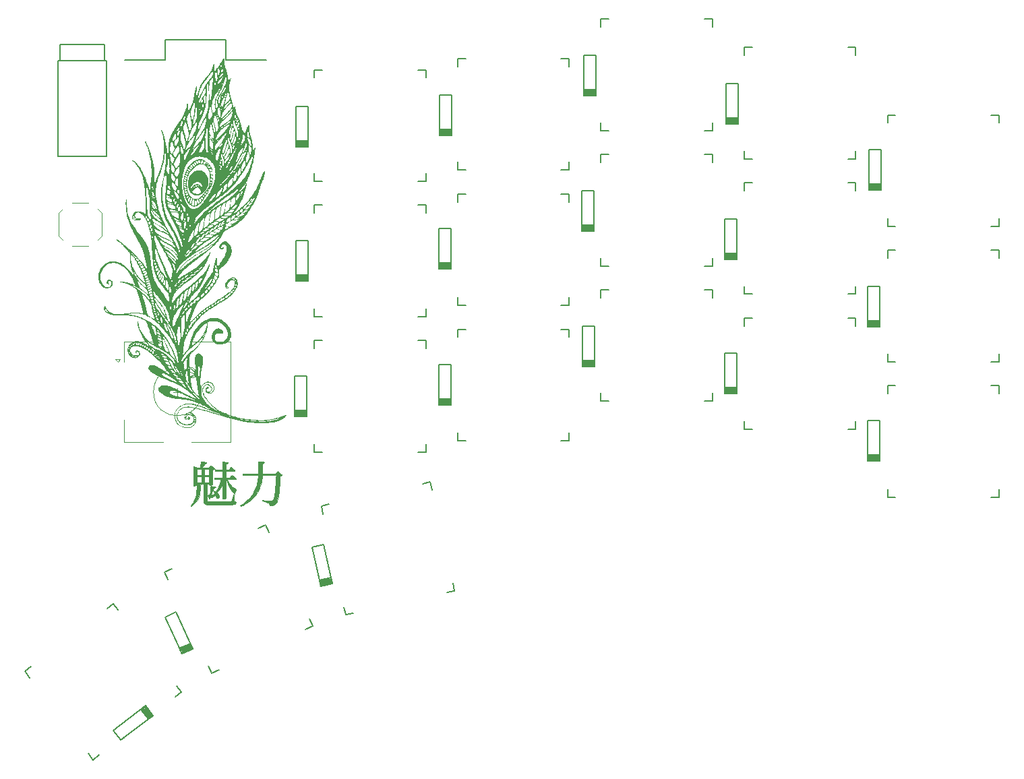
<source format=gbr>
%TF.GenerationSoftware,KiCad,Pcbnew,(5.99.0-11550-g369d813a32)*%
%TF.CreationDate,2021-07-28T18:11:38+05:30*%
%TF.ProjectId,Pteron36v0,50746572-6f6e-4333-9676-302e6b696361,rev?*%
%TF.SameCoordinates,Original*%
%TF.FileFunction,Legend,Top*%
%TF.FilePolarity,Positive*%
%FSLAX46Y46*%
G04 Gerber Fmt 4.6, Leading zero omitted, Abs format (unit mm)*
G04 Created by KiCad (PCBNEW (5.99.0-11550-g369d813a32)) date 2021-07-28 18:11:38*
%MOMM*%
%LPD*%
G01*
G04 APERTURE LIST*
%ADD10C,0.150000*%
%ADD11C,0.010000*%
%ADD12C,0.120000*%
G04 APERTURE END LIST*
D10*
%TO.C,D7*%
X226169000Y-64546328D02*
X224645000Y-64546328D01*
X226169000Y-64800328D02*
X226169000Y-59720328D01*
X224645000Y-64419328D02*
X226169000Y-64419328D01*
X224645000Y-59720328D02*
X224645000Y-60228328D01*
X224645000Y-64038328D02*
X226169000Y-64038328D01*
X224645000Y-59720328D02*
X224645000Y-64800328D01*
X226169000Y-59720328D02*
X224645000Y-59720328D01*
X226169000Y-64292328D02*
X224645000Y-64292328D01*
X224645000Y-64673328D02*
X226169000Y-64673328D01*
X224645000Y-64165328D02*
X226169000Y-64165328D01*
X224645000Y-64800328D02*
X226169000Y-64800328D01*
%TO.C,D8*%
X224518000Y-81564328D02*
X226042000Y-81564328D01*
X224518000Y-81183328D02*
X226042000Y-81183328D01*
X226042000Y-76865328D02*
X224518000Y-76865328D01*
X226042000Y-81691328D02*
X224518000Y-81691328D01*
X224518000Y-81310328D02*
X226042000Y-81310328D01*
X224518000Y-81945328D02*
X226042000Y-81945328D01*
X226042000Y-81437328D02*
X224518000Y-81437328D01*
X224518000Y-76865328D02*
X224518000Y-81945328D01*
X224518000Y-76865328D02*
X224518000Y-77373328D01*
X224518000Y-81818328D02*
X226042000Y-81818328D01*
X226042000Y-81945328D02*
X226042000Y-76865328D01*
%TO.C,D9*%
X224518000Y-98709328D02*
X226042000Y-98709328D01*
X226042000Y-93756328D02*
X224518000Y-93756328D01*
X224518000Y-93756328D02*
X224518000Y-94264328D01*
X224518000Y-98836328D02*
X226042000Y-98836328D01*
X226042000Y-98328328D02*
X224518000Y-98328328D01*
X226042000Y-98582328D02*
X224518000Y-98582328D01*
X224518000Y-98201328D02*
X226042000Y-98201328D01*
X224518000Y-98455328D02*
X226042000Y-98455328D01*
X224518000Y-93756328D02*
X224518000Y-98836328D01*
X226042000Y-98836328D02*
X226042000Y-93756328D01*
X224518000Y-98074328D02*
X226042000Y-98074328D01*
%TO.C,D10*%
X157293694Y-114231479D02*
X156194181Y-109271895D01*
X155723356Y-114189364D02*
X157211231Y-113859510D01*
X154706306Y-109601749D02*
X154816257Y-110097707D01*
X154706306Y-109601749D02*
X155805819Y-114561333D01*
X157238719Y-113983500D02*
X155750843Y-114313354D01*
X155778331Y-114437343D02*
X157266206Y-114107489D01*
X156194181Y-109271895D02*
X154706306Y-109601749D01*
X157183743Y-113735521D02*
X155695868Y-114065374D01*
X155805819Y-114561333D02*
X157293694Y-114231479D01*
X155668380Y-113941385D02*
X157156255Y-113611531D01*
X155640892Y-113817395D02*
X157128767Y-113487541D01*
%TO.C,D12*%
X208203000Y-56192998D02*
X206679000Y-56192998D01*
X208203000Y-56446998D02*
X208203000Y-51366998D01*
X206679000Y-55811998D02*
X208203000Y-55811998D01*
X206679000Y-51366998D02*
X206679000Y-56446998D01*
X206679000Y-51366998D02*
X206679000Y-51874998D01*
X206679000Y-56319998D02*
X208203000Y-56319998D01*
X208203000Y-51366998D02*
X206679000Y-51366998D01*
X206679000Y-56065998D02*
X208203000Y-56065998D01*
X208203000Y-55938998D02*
X206679000Y-55938998D01*
X206679000Y-56446998D02*
X208203000Y-56446998D01*
X206679000Y-55684998D02*
X208203000Y-55684998D01*
%TO.C,D13*%
X206552000Y-68384998D02*
X206552000Y-68892998D01*
X206552000Y-72702998D02*
X208076000Y-72702998D01*
X206552000Y-73464998D02*
X208076000Y-73464998D01*
X208076000Y-72956998D02*
X206552000Y-72956998D01*
X206552000Y-68384998D02*
X206552000Y-73464998D01*
X206552000Y-72829998D02*
X208076000Y-72829998D01*
X206552000Y-73337998D02*
X208076000Y-73337998D01*
X208076000Y-73464998D02*
X208076000Y-68384998D01*
X208076000Y-68384998D02*
X206552000Y-68384998D01*
X208076000Y-73210998D02*
X206552000Y-73210998D01*
X206552000Y-73083998D02*
X208076000Y-73083998D01*
%TO.C,D14*%
X206552000Y-85275998D02*
X206552000Y-85783998D01*
X206552000Y-85275998D02*
X206552000Y-90355998D01*
X206552000Y-90228998D02*
X208076000Y-90228998D01*
X208076000Y-90101998D02*
X206552000Y-90101998D01*
X208076000Y-89847998D02*
X206552000Y-89847998D01*
X206552000Y-89593998D02*
X208076000Y-89593998D01*
X206552000Y-89974998D02*
X208076000Y-89974998D01*
X208076000Y-85275998D02*
X206552000Y-85275998D01*
X206552000Y-89720998D02*
X208076000Y-89720998D01*
X208076000Y-90355998D02*
X208076000Y-85275998D01*
X206552000Y-90355998D02*
X208076000Y-90355998D01*
%TO.C,D15*%
X138060809Y-122350060D02*
X139442022Y-121705990D01*
X139549367Y-121936192D02*
X138168154Y-122580263D01*
X138114481Y-122465161D02*
X139495694Y-121821091D01*
X138329171Y-122925566D02*
X139710384Y-122281496D01*
X138382844Y-123040667D02*
X139764057Y-122396597D01*
X139656712Y-122166394D02*
X138275499Y-122810465D01*
X139764057Y-122396597D02*
X137617156Y-117792553D01*
X136235943Y-118436623D02*
X138382844Y-123040667D01*
X138221826Y-122695364D02*
X139603039Y-122051293D01*
X137617156Y-117792553D02*
X136235943Y-118436623D01*
X136235943Y-118436623D02*
X136450633Y-118897028D01*
%TO.C,D17*%
X190364000Y-52910664D02*
X190364000Y-47830664D01*
X190364000Y-52402664D02*
X188840000Y-52402664D01*
X188840000Y-52529664D02*
X190364000Y-52529664D01*
X190364000Y-52656664D02*
X188840000Y-52656664D01*
X188840000Y-52148664D02*
X190364000Y-52148664D01*
X188840000Y-52783664D02*
X190364000Y-52783664D01*
X188840000Y-47830664D02*
X188840000Y-48338664D01*
X188840000Y-52275664D02*
X190364000Y-52275664D01*
X188840000Y-47830664D02*
X188840000Y-52910664D01*
X190364000Y-47830664D02*
X188840000Y-47830664D01*
X188840000Y-52910664D02*
X190364000Y-52910664D01*
%TO.C,D18*%
X188586000Y-69166664D02*
X190110000Y-69166664D01*
X188586000Y-69293664D02*
X190110000Y-69293664D01*
X188586000Y-64848664D02*
X188586000Y-65356664D01*
X188586000Y-69801664D02*
X190110000Y-69801664D01*
X188586000Y-69547664D02*
X190110000Y-69547664D01*
X188586000Y-64848664D02*
X188586000Y-69928664D01*
X190110000Y-69420664D02*
X188586000Y-69420664D01*
X190110000Y-69928664D02*
X190110000Y-64848664D01*
X190110000Y-69674664D02*
X188586000Y-69674664D01*
X190110000Y-64848664D02*
X188586000Y-64848664D01*
X188586000Y-69928664D02*
X190110000Y-69928664D01*
%TO.C,D19*%
X188713000Y-86946664D02*
X190237000Y-86946664D01*
X188713000Y-81866664D02*
X188713000Y-86946664D01*
X190237000Y-86692664D02*
X188713000Y-86692664D01*
X188713000Y-86819664D02*
X190237000Y-86819664D01*
X190237000Y-86946664D02*
X190237000Y-81866664D01*
X190237000Y-86438664D02*
X188713000Y-86438664D01*
X188713000Y-81866664D02*
X188713000Y-82374664D01*
X188713000Y-86565664D02*
X190237000Y-86565664D01*
X188713000Y-86311664D02*
X190237000Y-86311664D01*
X188713000Y-86184664D02*
X190237000Y-86184664D01*
X190237000Y-81866664D02*
X188713000Y-81866664D01*
%TO.C,D20*%
X133809041Y-129573611D02*
X129778806Y-132666119D01*
X129778806Y-132666119D02*
X130706559Y-133875189D01*
X134233014Y-131169245D02*
X133305262Y-129960174D01*
X134132258Y-131246557D02*
X133204506Y-130037487D01*
X134636038Y-130859994D02*
X133708285Y-129650923D01*
X134736794Y-130782681D02*
X133809041Y-129573611D01*
X130706559Y-133875189D02*
X131109582Y-133565938D01*
X130706559Y-133875189D02*
X134736794Y-130782681D01*
X133607530Y-129728236D02*
X134535282Y-130937307D01*
X133406018Y-129882862D02*
X134333770Y-131091932D01*
X134434526Y-131014619D02*
X133506774Y-129805549D01*
%TO.C,D22*%
X172271000Y-57629330D02*
X170747000Y-57629330D01*
X172271000Y-52803330D02*
X170747000Y-52803330D01*
X170747000Y-57121330D02*
X172271000Y-57121330D01*
X170747000Y-57502330D02*
X172271000Y-57502330D01*
X172271000Y-57375330D02*
X170747000Y-57375330D01*
X170747000Y-57248330D02*
X172271000Y-57248330D01*
X170747000Y-57883330D02*
X172271000Y-57883330D01*
X170747000Y-57756330D02*
X172271000Y-57756330D01*
X170747000Y-52803330D02*
X170747000Y-57883330D01*
X170747000Y-52803330D02*
X170747000Y-53311330D01*
X172271000Y-57883330D02*
X172271000Y-52803330D01*
%TO.C,D23*%
X170620000Y-74012330D02*
X172144000Y-74012330D01*
X172144000Y-74393330D02*
X170620000Y-74393330D01*
X172144000Y-74647330D02*
X172144000Y-69567330D01*
X172144000Y-69567330D02*
X170620000Y-69567330D01*
X170620000Y-73885330D02*
X172144000Y-73885330D01*
X170620000Y-74647330D02*
X172144000Y-74647330D01*
X170620000Y-69567330D02*
X170620000Y-70075330D01*
X172144000Y-74139330D02*
X170620000Y-74139330D01*
X170620000Y-69567330D02*
X170620000Y-74647330D01*
X170620000Y-74520330D02*
X172144000Y-74520330D01*
X170620000Y-74266330D02*
X172144000Y-74266330D01*
%TO.C,D24*%
X170620000Y-91411330D02*
X172144000Y-91411330D01*
X170620000Y-91157330D02*
X172144000Y-91157330D01*
X172144000Y-91538330D02*
X170620000Y-91538330D01*
X170620000Y-91665330D02*
X172144000Y-91665330D01*
X172144000Y-91792330D02*
X172144000Y-86712330D01*
X172144000Y-86712330D02*
X170620000Y-86712330D01*
X170620000Y-91792330D02*
X172144000Y-91792330D01*
X172144000Y-91284330D02*
X170620000Y-91284330D01*
X170620000Y-86712330D02*
X170620000Y-91792330D01*
X170620000Y-91030330D02*
X172144000Y-91030330D01*
X170620000Y-86712330D02*
X170620000Y-87220330D01*
%TO.C,D26*%
X154178000Y-54229000D02*
X152654000Y-54229000D01*
X152654000Y-58547000D02*
X154178000Y-58547000D01*
X152654000Y-54229000D02*
X152654000Y-59309000D01*
X152654000Y-59182000D02*
X154178000Y-59182000D01*
X154178000Y-58801000D02*
X152654000Y-58801000D01*
X152654000Y-58928000D02*
X154178000Y-58928000D01*
X152654000Y-54229000D02*
X152654000Y-54737000D01*
X154178000Y-59055000D02*
X152654000Y-59055000D01*
X154178000Y-59309000D02*
X154178000Y-54229000D01*
X152654000Y-58674000D02*
X154178000Y-58674000D01*
X152654000Y-59309000D02*
X154178000Y-59309000D01*
%TO.C,D27*%
X154178000Y-76200000D02*
X154178000Y-71120000D01*
X152654000Y-71120000D02*
X152654000Y-76200000D01*
X154178000Y-75692000D02*
X152654000Y-75692000D01*
X154178000Y-71120000D02*
X152654000Y-71120000D01*
X152654000Y-76200000D02*
X154178000Y-76200000D01*
X152654000Y-75819000D02*
X154178000Y-75819000D01*
X154178000Y-75946000D02*
X152654000Y-75946000D01*
X152654000Y-75438000D02*
X154178000Y-75438000D01*
X152654000Y-71120000D02*
X152654000Y-71628000D01*
X152654000Y-75565000D02*
X154178000Y-75565000D01*
X152654000Y-76073000D02*
X154178000Y-76073000D01*
%TO.C,J1*%
X128920000Y-48468980D02*
X122820000Y-48468980D01*
X128920000Y-60568980D02*
X122820000Y-60568980D01*
X128920000Y-48468980D02*
X128920000Y-60568980D01*
X128670000Y-46468980D02*
X123070000Y-46468980D01*
X123070000Y-48468980D02*
X123070000Y-46468980D01*
X122820000Y-48468980D02*
X122820000Y-60568980D01*
X128670000Y-48468980D02*
X128670000Y-46468980D01*
D11*
%TO.C,LOGO1*%
X148053167Y-98858281D02*
X148123011Y-98862288D01*
X148123011Y-98862288D02*
X148219532Y-98871017D01*
X148219532Y-98871017D02*
X148331054Y-98883017D01*
X148331054Y-98883017D02*
X148445897Y-98896839D01*
X148445897Y-98896839D02*
X148552384Y-98911032D01*
X148552384Y-98911032D02*
X148638837Y-98924149D01*
X148638837Y-98924149D02*
X148693576Y-98934739D01*
X148693576Y-98934739D02*
X148706432Y-98939366D01*
X148706432Y-98939366D02*
X148703481Y-98966724D01*
X148703481Y-98966724D02*
X148670475Y-99007145D01*
X148670475Y-99007145D02*
X148621384Y-99048344D01*
X148621384Y-99048344D02*
X148570178Y-99078038D01*
X148570178Y-99078038D02*
X148540354Y-99085399D01*
X148540354Y-99085399D02*
X148520585Y-99087631D01*
X148520585Y-99087631D02*
X148506593Y-99099306D01*
X148506593Y-99099306D02*
X148497380Y-99127896D01*
X148497380Y-99127896D02*
X148491951Y-99180871D01*
X148491951Y-99180871D02*
X148489311Y-99265701D01*
X148489311Y-99265701D02*
X148488463Y-99389857D01*
X148488463Y-99389857D02*
X148488400Y-99475148D01*
X148488400Y-99475148D02*
X148487202Y-99639819D01*
X148487202Y-99639819D02*
X148483928Y-99813942D01*
X148483928Y-99813942D02*
X148479049Y-99978602D01*
X148479049Y-99978602D02*
X148473041Y-100114889D01*
X148473041Y-100114889D02*
X148471840Y-100135548D01*
X148471840Y-100135548D02*
X148455280Y-100406200D01*
X148455280Y-100406200D02*
X150135137Y-100406200D01*
X150135137Y-100406200D02*
X150273862Y-100252904D01*
X150273862Y-100252904D02*
X150412586Y-100099609D01*
X150412586Y-100099609D02*
X150670510Y-100320302D01*
X150670510Y-100320302D02*
X150764938Y-100403602D01*
X150764938Y-100403602D02*
X150842498Y-100476822D01*
X150842498Y-100476822D02*
X150896286Y-100533074D01*
X150896286Y-100533074D02*
X150919401Y-100565472D01*
X150919401Y-100565472D02*
X150919646Y-100568847D01*
X150919646Y-100568847D02*
X150892069Y-100591914D01*
X150892069Y-100591914D02*
X150831771Y-100619341D01*
X150831771Y-100619341D02*
X150791828Y-100632928D01*
X150791828Y-100632928D02*
X150672800Y-100669156D01*
X150672800Y-100669156D02*
X150672635Y-100798028D01*
X150672635Y-100798028D02*
X150670636Y-100902972D01*
X150670636Y-100902972D02*
X150665225Y-101048762D01*
X150665225Y-101048762D02*
X150656966Y-101225598D01*
X150656966Y-101225598D02*
X150646427Y-101423681D01*
X150646427Y-101423681D02*
X150634173Y-101633212D01*
X150634173Y-101633212D02*
X150620771Y-101844393D01*
X150620771Y-101844393D02*
X150606786Y-102047425D01*
X150606786Y-102047425D02*
X150592785Y-102232509D01*
X150592785Y-102232509D02*
X150583027Y-102348997D01*
X150583027Y-102348997D02*
X150546613Y-102716535D01*
X150546613Y-102716535D02*
X150506158Y-103037500D01*
X150506158Y-103037500D02*
X150460940Y-103316008D01*
X150460940Y-103316008D02*
X150410234Y-103556178D01*
X150410234Y-103556178D02*
X150353317Y-103762126D01*
X150353317Y-103762126D02*
X150315403Y-103872270D01*
X150315403Y-103872270D02*
X150223556Y-104048472D01*
X150223556Y-104048472D02*
X150093599Y-104193846D01*
X150093599Y-104193846D02*
X149929997Y-104305277D01*
X149929997Y-104305277D02*
X149737216Y-104379650D01*
X149737216Y-104379650D02*
X149541067Y-104412433D01*
X149541067Y-104412433D02*
X149352000Y-104426732D01*
X149352000Y-104426732D02*
X149351905Y-104327816D01*
X149351905Y-104327816D02*
X149341193Y-104230241D01*
X149341193Y-104230241D02*
X149305987Y-104148558D01*
X149305987Y-104148558D02*
X149241370Y-104079194D01*
X149241370Y-104079194D02*
X149142425Y-104018578D01*
X149142425Y-104018578D02*
X149004236Y-103963137D01*
X149004236Y-103963137D02*
X148821887Y-103909299D01*
X148821887Y-103909299D02*
X148751039Y-103891240D01*
X148751039Y-103891240D02*
X148631372Y-103860190D01*
X148631372Y-103860190D02*
X148553459Y-103835614D01*
X148553459Y-103835614D02*
X148509233Y-103814045D01*
X148509233Y-103814045D02*
X148490631Y-103792018D01*
X148490631Y-103792018D02*
X148488400Y-103778369D01*
X148488400Y-103778369D02*
X148494963Y-103749049D01*
X148494963Y-103749049D02*
X148523448Y-103738849D01*
X148523448Y-103738849D02*
X148587049Y-103743678D01*
X148587049Y-103743678D02*
X148596350Y-103744897D01*
X148596350Y-103744897D02*
X148716336Y-103758657D01*
X148716336Y-103758657D02*
X148867432Y-103772691D01*
X148867432Y-103772691D02*
X149034128Y-103785887D01*
X149034128Y-103785887D02*
X149200913Y-103797132D01*
X149200913Y-103797132D02*
X149352279Y-103805313D01*
X149352279Y-103805313D02*
X149472715Y-103809318D01*
X149472715Y-103809318D02*
X149497166Y-103809537D01*
X149497166Y-103809537D02*
X149596300Y-103807724D01*
X149596300Y-103807724D02*
X149661735Y-103798748D01*
X149661735Y-103798748D02*
X149710514Y-103777825D01*
X149710514Y-103777825D02*
X149759681Y-103740173D01*
X149759681Y-103740173D02*
X149766956Y-103733830D01*
X149766956Y-103733830D02*
X149822720Y-103667096D01*
X149822720Y-103667096D02*
X149874056Y-103567647D01*
X149874056Y-103567647D02*
X149921235Y-103433660D01*
X149921235Y-103433660D02*
X149964527Y-103263312D01*
X149964527Y-103263312D02*
X150004200Y-103054781D01*
X150004200Y-103054781D02*
X150040524Y-102806246D01*
X150040524Y-102806246D02*
X150073769Y-102515883D01*
X150073769Y-102515883D02*
X150104204Y-102181871D01*
X150104204Y-102181871D02*
X150132099Y-101802387D01*
X150132099Y-101802387D02*
X150157722Y-101375609D01*
X150157722Y-101375609D02*
X150179232Y-100945950D01*
X150179232Y-100945950D02*
X150195911Y-100584000D01*
X150195911Y-100584000D02*
X148437600Y-100584000D01*
X148437600Y-100584000D02*
X148437600Y-100657869D01*
X148437600Y-100657869D02*
X148432121Y-100759392D01*
X148432121Y-100759392D02*
X148416977Y-100898216D01*
X148416977Y-100898216D02*
X148394102Y-101062185D01*
X148394102Y-101062185D02*
X148365431Y-101239143D01*
X148365431Y-101239143D02*
X148332900Y-101416933D01*
X148332900Y-101416933D02*
X148298444Y-101583400D01*
X148298444Y-101583400D02*
X148273091Y-101691174D01*
X148273091Y-101691174D02*
X148152487Y-102093366D01*
X148152487Y-102093366D02*
X148000423Y-102459709D01*
X148000423Y-102459709D02*
X147813116Y-102796951D01*
X147813116Y-102796951D02*
X147586783Y-103111841D01*
X147586783Y-103111841D02*
X147317643Y-103411126D01*
X147317643Y-103411126D02*
X147298163Y-103430611D01*
X147298163Y-103430611D02*
X147177989Y-103546014D01*
X147177989Y-103546014D02*
X147049451Y-103662638D01*
X147049451Y-103662638D02*
X146925441Y-103769203D01*
X146925441Y-103769203D02*
X146818853Y-103854430D01*
X146818853Y-103854430D02*
X146786600Y-103878164D01*
X146786600Y-103878164D02*
X146649377Y-103971345D01*
X146649377Y-103971345D02*
X146489532Y-104072753D01*
X146489532Y-104072753D02*
X146319964Y-104174809D01*
X146319964Y-104174809D02*
X146153575Y-104269935D01*
X146153575Y-104269935D02*
X146003264Y-104350552D01*
X146003264Y-104350552D02*
X145885542Y-104407493D01*
X145885542Y-104407493D02*
X145806934Y-104440117D01*
X145806934Y-104440117D02*
X145760230Y-104451582D01*
X145760230Y-104451582D02*
X145732011Y-104443674D01*
X145732011Y-104443674D02*
X145717877Y-104429783D01*
X145717877Y-104429783D02*
X145703619Y-104411412D01*
X145703619Y-104411412D02*
X145699589Y-104394806D01*
X145699589Y-104394806D02*
X145711510Y-104374600D01*
X145711510Y-104374600D02*
X145745105Y-104345428D01*
X145745105Y-104345428D02*
X145806099Y-104301927D01*
X145806099Y-104301927D02*
X145900215Y-104238730D01*
X145900215Y-104238730D02*
X145973800Y-104189899D01*
X145973800Y-104189899D02*
X146364230Y-103905554D01*
X146364230Y-103905554D02*
X146708531Y-103600758D01*
X146708531Y-103600758D02*
X147007553Y-103274379D01*
X147007553Y-103274379D02*
X147262152Y-102925284D01*
X147262152Y-102925284D02*
X147473179Y-102552339D01*
X147473179Y-102552339D02*
X147641489Y-102154412D01*
X147641489Y-102154412D02*
X147738003Y-101847012D01*
X147738003Y-101847012D02*
X147789404Y-101634597D01*
X147789404Y-101634597D02*
X147837539Y-101393049D01*
X147837539Y-101393049D02*
X147878646Y-101144029D01*
X147878646Y-101144029D02*
X147908964Y-100909204D01*
X147908964Y-100909204D02*
X147918712Y-100806250D01*
X147918712Y-100806250D02*
X147936585Y-100584000D01*
X147936585Y-100584000D02*
X146029569Y-100584000D01*
X146029569Y-100584000D02*
X146001684Y-100504009D01*
X146001684Y-100504009D02*
X145982714Y-100447197D01*
X145982714Y-100447197D02*
X145973881Y-100416027D01*
X145973881Y-100416027D02*
X145973800Y-100415109D01*
X145973800Y-100415109D02*
X145998290Y-100413139D01*
X145998290Y-100413139D02*
X146068127Y-100411320D01*
X146068127Y-100411320D02*
X146177857Y-100409701D01*
X146177857Y-100409701D02*
X146322024Y-100408332D01*
X146322024Y-100408332D02*
X146495176Y-100407261D01*
X146495176Y-100407261D02*
X146691858Y-100406539D01*
X146691858Y-100406539D02*
X146906618Y-100406213D01*
X146906618Y-100406213D02*
X146961275Y-100406199D01*
X146961275Y-100406199D02*
X147948751Y-100406199D01*
X147948751Y-100406199D02*
X147986235Y-98856799D01*
X147986235Y-98856799D02*
X148053167Y-98858281D01*
X148053167Y-98858281D02*
X148053167Y-98858281D01*
G36*
X148053167Y-98858281D02*
G01*
X148123011Y-98862288D01*
X148219532Y-98871017D01*
X148331054Y-98883017D01*
X148445897Y-98896839D01*
X148552384Y-98911032D01*
X148638837Y-98924149D01*
X148693576Y-98934739D01*
X148706432Y-98939366D01*
X148703481Y-98966724D01*
X148670475Y-99007145D01*
X148621384Y-99048344D01*
X148570178Y-99078038D01*
X148540354Y-99085399D01*
X148520585Y-99087631D01*
X148506593Y-99099306D01*
X148497380Y-99127896D01*
X148491951Y-99180871D01*
X148489311Y-99265701D01*
X148488463Y-99389857D01*
X148488400Y-99475148D01*
X148487202Y-99639819D01*
X148483928Y-99813942D01*
X148479049Y-99978602D01*
X148473041Y-100114889D01*
X148471840Y-100135548D01*
X148455280Y-100406200D01*
X150135137Y-100406200D01*
X150273862Y-100252904D01*
X150412586Y-100099609D01*
X150670510Y-100320302D01*
X150764938Y-100403602D01*
X150842498Y-100476822D01*
X150896286Y-100533074D01*
X150919401Y-100565472D01*
X150919646Y-100568847D01*
X150892069Y-100591914D01*
X150831771Y-100619341D01*
X150791828Y-100632928D01*
X150672800Y-100669156D01*
X150672635Y-100798028D01*
X150670636Y-100902972D01*
X150665225Y-101048762D01*
X150656966Y-101225598D01*
X150646427Y-101423681D01*
X150634173Y-101633212D01*
X150620771Y-101844393D01*
X150606786Y-102047425D01*
X150592785Y-102232509D01*
X150583027Y-102348997D01*
X150546613Y-102716535D01*
X150506158Y-103037500D01*
X150460940Y-103316008D01*
X150410234Y-103556178D01*
X150353317Y-103762126D01*
X150315403Y-103872270D01*
X150223556Y-104048472D01*
X150093599Y-104193846D01*
X149929997Y-104305277D01*
X149737216Y-104379650D01*
X149541067Y-104412433D01*
X149352000Y-104426732D01*
X149351905Y-104327816D01*
X149341193Y-104230241D01*
X149305987Y-104148558D01*
X149241370Y-104079194D01*
X149142425Y-104018578D01*
X149004236Y-103963137D01*
X148821887Y-103909299D01*
X148751039Y-103891240D01*
X148631372Y-103860190D01*
X148553459Y-103835614D01*
X148509233Y-103814045D01*
X148490631Y-103792018D01*
X148488400Y-103778369D01*
X148494963Y-103749049D01*
X148523448Y-103738849D01*
X148587049Y-103743678D01*
X148596350Y-103744897D01*
X148716336Y-103758657D01*
X148867432Y-103772691D01*
X149034128Y-103785887D01*
X149200913Y-103797132D01*
X149352279Y-103805313D01*
X149472715Y-103809318D01*
X149497166Y-103809537D01*
X149596300Y-103807724D01*
X149661735Y-103798748D01*
X149710514Y-103777825D01*
X149759681Y-103740173D01*
X149766956Y-103733830D01*
X149822720Y-103667096D01*
X149874056Y-103567647D01*
X149921235Y-103433660D01*
X149964527Y-103263312D01*
X150004200Y-103054781D01*
X150040524Y-102806246D01*
X150073769Y-102515883D01*
X150104204Y-102181871D01*
X150132099Y-101802387D01*
X150157722Y-101375609D01*
X150179232Y-100945950D01*
X150195911Y-100584000D01*
X148437600Y-100584000D01*
X148437600Y-100657869D01*
X148432121Y-100759392D01*
X148416977Y-100898216D01*
X148394102Y-101062185D01*
X148365431Y-101239143D01*
X148332900Y-101416933D01*
X148298444Y-101583400D01*
X148273091Y-101691174D01*
X148152487Y-102093366D01*
X148000423Y-102459709D01*
X147813116Y-102796951D01*
X147586783Y-103111841D01*
X147317643Y-103411126D01*
X147298163Y-103430611D01*
X147177989Y-103546014D01*
X147049451Y-103662638D01*
X146925441Y-103769203D01*
X146818853Y-103854430D01*
X146786600Y-103878164D01*
X146649377Y-103971345D01*
X146489532Y-104072753D01*
X146319964Y-104174809D01*
X146153575Y-104269935D01*
X146003264Y-104350552D01*
X145885542Y-104407493D01*
X145806934Y-104440117D01*
X145760230Y-104451582D01*
X145732011Y-104443674D01*
X145717877Y-104429783D01*
X145703619Y-104411412D01*
X145699589Y-104394806D01*
X145711510Y-104374600D01*
X145745105Y-104345428D01*
X145806099Y-104301927D01*
X145900215Y-104238730D01*
X145973800Y-104189899D01*
X146364230Y-103905554D01*
X146708531Y-103600758D01*
X147007553Y-103274379D01*
X147262152Y-102925284D01*
X147473179Y-102552339D01*
X147641489Y-102154412D01*
X147738003Y-101847012D01*
X147789404Y-101634597D01*
X147837539Y-101393049D01*
X147878646Y-101144029D01*
X147908964Y-100909204D01*
X147918712Y-100806250D01*
X147936585Y-100584000D01*
X146029569Y-100584000D01*
X146001684Y-100504009D01*
X145982714Y-100447197D01*
X145973881Y-100416027D01*
X145973800Y-100415109D01*
X145998290Y-100413139D01*
X146068127Y-100411320D01*
X146177857Y-100409701D01*
X146322024Y-100408332D01*
X146495176Y-100407261D01*
X146691858Y-100406539D01*
X146906618Y-100406213D01*
X146961275Y-100406199D01*
X147948751Y-100406199D01*
X147986235Y-98856799D01*
X148053167Y-98858281D01*
G37*
X148053167Y-98858281D02*
X148123011Y-98862288D01*
X148219532Y-98871017D01*
X148331054Y-98883017D01*
X148445897Y-98896839D01*
X148552384Y-98911032D01*
X148638837Y-98924149D01*
X148693576Y-98934739D01*
X148706432Y-98939366D01*
X148703481Y-98966724D01*
X148670475Y-99007145D01*
X148621384Y-99048344D01*
X148570178Y-99078038D01*
X148540354Y-99085399D01*
X148520585Y-99087631D01*
X148506593Y-99099306D01*
X148497380Y-99127896D01*
X148491951Y-99180871D01*
X148489311Y-99265701D01*
X148488463Y-99389857D01*
X148488400Y-99475148D01*
X148487202Y-99639819D01*
X148483928Y-99813942D01*
X148479049Y-99978602D01*
X148473041Y-100114889D01*
X148471840Y-100135548D01*
X148455280Y-100406200D01*
X150135137Y-100406200D01*
X150273862Y-100252904D01*
X150412586Y-100099609D01*
X150670510Y-100320302D01*
X150764938Y-100403602D01*
X150842498Y-100476822D01*
X150896286Y-100533074D01*
X150919401Y-100565472D01*
X150919646Y-100568847D01*
X150892069Y-100591914D01*
X150831771Y-100619341D01*
X150791828Y-100632928D01*
X150672800Y-100669156D01*
X150672635Y-100798028D01*
X150670636Y-100902972D01*
X150665225Y-101048762D01*
X150656966Y-101225598D01*
X150646427Y-101423681D01*
X150634173Y-101633212D01*
X150620771Y-101844393D01*
X150606786Y-102047425D01*
X150592785Y-102232509D01*
X150583027Y-102348997D01*
X150546613Y-102716535D01*
X150506158Y-103037500D01*
X150460940Y-103316008D01*
X150410234Y-103556178D01*
X150353317Y-103762126D01*
X150315403Y-103872270D01*
X150223556Y-104048472D01*
X150093599Y-104193846D01*
X149929997Y-104305277D01*
X149737216Y-104379650D01*
X149541067Y-104412433D01*
X149352000Y-104426732D01*
X149351905Y-104327816D01*
X149341193Y-104230241D01*
X149305987Y-104148558D01*
X149241370Y-104079194D01*
X149142425Y-104018578D01*
X149004236Y-103963137D01*
X148821887Y-103909299D01*
X148751039Y-103891240D01*
X148631372Y-103860190D01*
X148553459Y-103835614D01*
X148509233Y-103814045D01*
X148490631Y-103792018D01*
X148488400Y-103778369D01*
X148494963Y-103749049D01*
X148523448Y-103738849D01*
X148587049Y-103743678D01*
X148596350Y-103744897D01*
X148716336Y-103758657D01*
X148867432Y-103772691D01*
X149034128Y-103785887D01*
X149200913Y-103797132D01*
X149352279Y-103805313D01*
X149472715Y-103809318D01*
X149497166Y-103809537D01*
X149596300Y-103807724D01*
X149661735Y-103798748D01*
X149710514Y-103777825D01*
X149759681Y-103740173D01*
X149766956Y-103733830D01*
X149822720Y-103667096D01*
X149874056Y-103567647D01*
X149921235Y-103433660D01*
X149964527Y-103263312D01*
X150004200Y-103054781D01*
X150040524Y-102806246D01*
X150073769Y-102515883D01*
X150104204Y-102181871D01*
X150132099Y-101802387D01*
X150157722Y-101375609D01*
X150179232Y-100945950D01*
X150195911Y-100584000D01*
X148437600Y-100584000D01*
X148437600Y-100657869D01*
X148432121Y-100759392D01*
X148416977Y-100898216D01*
X148394102Y-101062185D01*
X148365431Y-101239143D01*
X148332900Y-101416933D01*
X148298444Y-101583400D01*
X148273091Y-101691174D01*
X148152487Y-102093366D01*
X148000423Y-102459709D01*
X147813116Y-102796951D01*
X147586783Y-103111841D01*
X147317643Y-103411126D01*
X147298163Y-103430611D01*
X147177989Y-103546014D01*
X147049451Y-103662638D01*
X146925441Y-103769203D01*
X146818853Y-103854430D01*
X146786600Y-103878164D01*
X146649377Y-103971345D01*
X146489532Y-104072753D01*
X146319964Y-104174809D01*
X146153575Y-104269935D01*
X146003264Y-104350552D01*
X145885542Y-104407493D01*
X145806934Y-104440117D01*
X145760230Y-104451582D01*
X145732011Y-104443674D01*
X145717877Y-104429783D01*
X145703619Y-104411412D01*
X145699589Y-104394806D01*
X145711510Y-104374600D01*
X145745105Y-104345428D01*
X145806099Y-104301927D01*
X145900215Y-104238730D01*
X145973800Y-104189899D01*
X146364230Y-103905554D01*
X146708531Y-103600758D01*
X147007553Y-103274379D01*
X147262152Y-102925284D01*
X147473179Y-102552339D01*
X147641489Y-102154412D01*
X147738003Y-101847012D01*
X147789404Y-101634597D01*
X147837539Y-101393049D01*
X147878646Y-101144029D01*
X147908964Y-100909204D01*
X147918712Y-100806250D01*
X147936585Y-100584000D01*
X146029569Y-100584000D01*
X146001684Y-100504009D01*
X145982714Y-100447197D01*
X145973881Y-100416027D01*
X145973800Y-100415109D01*
X145998290Y-100413139D01*
X146068127Y-100411320D01*
X146177857Y-100409701D01*
X146322024Y-100408332D01*
X146495176Y-100407261D01*
X146691858Y-100406539D01*
X146906618Y-100406213D01*
X146961275Y-100406199D01*
X147948751Y-100406199D01*
X147986235Y-98856799D01*
X148053167Y-98858281D01*
X143516350Y-98908553D02*
X143586535Y-98912782D01*
X143586535Y-98912782D02*
X143682180Y-98922515D01*
X143682180Y-98922515D02*
X143790946Y-98935994D01*
X143790946Y-98935994D02*
X143900496Y-98951460D01*
X143900496Y-98951460D02*
X143998491Y-98967155D01*
X143998491Y-98967155D02*
X144072592Y-98981320D01*
X144072592Y-98981320D02*
X144110463Y-98992196D01*
X144110463Y-98992196D02*
X144112321Y-98993499D01*
X144112321Y-98993499D02*
X144109717Y-99020967D01*
X144109717Y-99020967D02*
X144076178Y-99060468D01*
X144076178Y-99060468D02*
X144025720Y-99100370D01*
X144025720Y-99100370D02*
X143972359Y-99129041D01*
X143972359Y-99129041D02*
X143940383Y-99136200D01*
X143940383Y-99136200D02*
X143921392Y-99138993D01*
X143921392Y-99138993D02*
X143908008Y-99152394D01*
X143908008Y-99152394D02*
X143899257Y-99183935D01*
X143899257Y-99183935D02*
X143894160Y-99241150D01*
X143894160Y-99241150D02*
X143891743Y-99331569D01*
X143891743Y-99331569D02*
X143891028Y-99462726D01*
X143891028Y-99462726D02*
X143891000Y-99517200D01*
X143891000Y-99517200D02*
X143891000Y-99898200D01*
X143891000Y-99898200D02*
X144062711Y-99898199D01*
X144062711Y-99898199D02*
X144234422Y-99898199D01*
X144234422Y-99898199D02*
X144369861Y-99720605D01*
X144369861Y-99720605D02*
X144423978Y-99648427D01*
X144423978Y-99648427D02*
X144464809Y-99599364D01*
X144464809Y-99599364D02*
X144500661Y-99574717D01*
X144500661Y-99574717D02*
X144539843Y-99575788D01*
X144539843Y-99575788D02*
X144590661Y-99603876D01*
X144590661Y-99603876D02*
X144661423Y-99660284D01*
X144661423Y-99660284D02*
X144760437Y-99746311D01*
X144760437Y-99746311D02*
X144810084Y-99789541D01*
X144810084Y-99789541D02*
X144892785Y-99864061D01*
X144892785Y-99864061D02*
X144958614Y-99928754D01*
X144958614Y-99928754D02*
X144999373Y-99975238D01*
X144999373Y-99975238D02*
X145008600Y-99992525D01*
X145008600Y-99992525D02*
X145000498Y-100019455D01*
X145000498Y-100019455D02*
X144972615Y-100040152D01*
X144972615Y-100040152D02*
X144919580Y-100055353D01*
X144919580Y-100055353D02*
X144836025Y-100065797D01*
X144836025Y-100065797D02*
X144716580Y-100072219D01*
X144716580Y-100072219D02*
X144555876Y-100075357D01*
X144555876Y-100075357D02*
X144400669Y-100076000D01*
X144400669Y-100076000D02*
X143891000Y-100076000D01*
X143891000Y-100076000D02*
X143891000Y-100939600D01*
X143891000Y-100939600D02*
X144113250Y-100939426D01*
X144113250Y-100939426D02*
X144220089Y-100938716D01*
X144220089Y-100938716D02*
X144288596Y-100934331D01*
X144288596Y-100934331D02*
X144331238Y-100922588D01*
X144331238Y-100922588D02*
X144360482Y-100899801D01*
X144360482Y-100899801D02*
X144388795Y-100862286D01*
X144388795Y-100862286D02*
X144392544Y-100856876D01*
X144392544Y-100856876D02*
X144445249Y-100785531D01*
X144445249Y-100785531D02*
X144509864Y-100704188D01*
X144509864Y-100704188D02*
X144533240Y-100676204D01*
X144533240Y-100676204D02*
X144616891Y-100577909D01*
X144616891Y-100577909D02*
X144861892Y-100783905D01*
X144861892Y-100783905D02*
X144956256Y-100864104D01*
X144956256Y-100864104D02*
X145036190Y-100933655D01*
X145036190Y-100933655D02*
X145093708Y-100985492D01*
X145093708Y-100985492D02*
X145120822Y-101012554D01*
X145120822Y-101012554D02*
X145121480Y-101013503D01*
X145121480Y-101013503D02*
X145117436Y-101047677D01*
X145117436Y-101047677D02*
X145095919Y-101077252D01*
X145095919Y-101077252D02*
X145074780Y-101091418D01*
X145074780Y-101091418D02*
X145039136Y-101101904D01*
X145039136Y-101101904D02*
X144982112Y-101109225D01*
X144982112Y-101109225D02*
X144896830Y-101113898D01*
X144896830Y-101113898D02*
X144776417Y-101116438D01*
X144776417Y-101116438D02*
X144613995Y-101117361D01*
X144613995Y-101117361D02*
X144560574Y-101117400D01*
X144560574Y-101117400D02*
X144065376Y-101117400D01*
X144065376Y-101117400D02*
X144083002Y-101174550D01*
X144083002Y-101174550D02*
X144115700Y-101251126D01*
X144115700Y-101251126D02*
X144172821Y-101355853D01*
X144172821Y-101355853D02*
X144247151Y-101477135D01*
X144247151Y-101477135D02*
X144331478Y-101603374D01*
X144331478Y-101603374D02*
X144418590Y-101722975D01*
X144418590Y-101722975D02*
X144445748Y-101757791D01*
X144445748Y-101757791D02*
X144670796Y-102003443D01*
X144670796Y-102003443D02*
X144931835Y-102222652D01*
X144931835Y-102222652D02*
X145040350Y-102298292D01*
X145040350Y-102298292D02*
X145113531Y-102350620D01*
X145113531Y-102350620D02*
X145165932Y-102395865D01*
X145165932Y-102395865D02*
X145186393Y-102424371D01*
X145186393Y-102424371D02*
X145186399Y-102424668D01*
X145186399Y-102424668D02*
X145169302Y-102461093D01*
X145169302Y-102461093D02*
X145127583Y-102509889D01*
X145127583Y-102509889D02*
X145122041Y-102515206D01*
X145122041Y-102515206D02*
X145076643Y-102577794D01*
X145076643Y-102577794D02*
X145031080Y-102674821D01*
X145031080Y-102674821D02*
X145003595Y-102753738D01*
X145003595Y-102753738D02*
X144949508Y-102931807D01*
X144949508Y-102931807D02*
X144798945Y-102767553D01*
X144798945Y-102767553D02*
X144631651Y-102572674D01*
X144631651Y-102572674D02*
X144485230Y-102373474D01*
X144485230Y-102373474D02*
X144355398Y-102161759D01*
X144355398Y-102161759D02*
X144237873Y-101929331D01*
X144237873Y-101929331D02*
X144128369Y-101667996D01*
X144128369Y-101667996D02*
X144022604Y-101369557D01*
X144022604Y-101369557D02*
X143953030Y-101149150D01*
X143953030Y-101149150D02*
X143927387Y-101119585D01*
X143927387Y-101119585D02*
X143917197Y-101117400D01*
X143917197Y-101117400D02*
X143910099Y-101141582D01*
X143910099Y-101141582D02*
X143904133Y-101214375D01*
X143904133Y-101214375D02*
X143899292Y-101336148D01*
X143899292Y-101336148D02*
X143895567Y-101507271D01*
X143895567Y-101507271D02*
X143892950Y-101728113D01*
X143892950Y-101728113D02*
X143891432Y-101999044D01*
X143891432Y-101999044D02*
X143891000Y-102283534D01*
X143891000Y-102283534D02*
X143891000Y-103449668D01*
X143891000Y-103449668D02*
X143781380Y-103502734D01*
X143781380Y-103502734D02*
X143688923Y-103536050D01*
X143688923Y-103536050D02*
X143591813Y-103554497D01*
X143591813Y-103554497D02*
X143565818Y-103555800D01*
X143565818Y-103555800D02*
X143459875Y-103555800D01*
X143459875Y-103555800D02*
X143453187Y-102701620D01*
X143453187Y-102701620D02*
X143446500Y-101847440D01*
X143446500Y-101847440D02*
X143315606Y-102047570D01*
X143315606Y-102047570D02*
X143231605Y-102168004D01*
X143231605Y-102168004D02*
X143133030Y-102296806D01*
X143133030Y-102296806D02*
X143028976Y-102423203D01*
X143028976Y-102423203D02*
X142928537Y-102536420D01*
X142928537Y-102536420D02*
X142840806Y-102625682D01*
X142840806Y-102625682D02*
X142791807Y-102668158D01*
X142791807Y-102668158D02*
X142721315Y-102722297D01*
X142721315Y-102722297D02*
X142822506Y-102820500D01*
X142822506Y-102820500D02*
X142892294Y-102898186D01*
X142892294Y-102898186D02*
X142954153Y-102983478D01*
X142954153Y-102983478D02*
X142975549Y-103020339D01*
X142975549Y-103020339D02*
X143017740Y-103137505D01*
X143017740Y-103137505D02*
X143026719Y-103248217D01*
X143026719Y-103248217D02*
X143006420Y-103344759D01*
X143006420Y-103344759D02*
X142960775Y-103419415D01*
X142960775Y-103419415D02*
X142893715Y-103464469D01*
X142893715Y-103464469D02*
X142809174Y-103472205D01*
X142809174Y-103472205D02*
X142753316Y-103456402D01*
X142753316Y-103456402D02*
X142708846Y-103431832D01*
X142708846Y-103431832D02*
X142680428Y-103394209D01*
X142680428Y-103394209D02*
X142659609Y-103328925D01*
X142659609Y-103328925D02*
X142648059Y-103274535D01*
X142648059Y-103274535D02*
X142628996Y-103195151D01*
X142628996Y-103195151D02*
X142609308Y-103140605D01*
X142609308Y-103140605D02*
X142595679Y-103124000D01*
X142595679Y-103124000D02*
X142565289Y-103133714D01*
X142565289Y-103133714D02*
X142497584Y-103160376D01*
X142497584Y-103160376D02*
X142401654Y-103200258D01*
X142401654Y-103200258D02*
X142286587Y-103249636D01*
X142286587Y-103249636D02*
X142247707Y-103266615D01*
X142247707Y-103266615D02*
X142085084Y-103341906D01*
X142085084Y-103341906D02*
X141961566Y-103407698D01*
X141961566Y-103407698D02*
X141880996Y-103461853D01*
X141880996Y-103461853D02*
X141859000Y-103482744D01*
X141859000Y-103482744D02*
X141815187Y-103529850D01*
X141815187Y-103529850D02*
X141786135Y-103554521D01*
X141786135Y-103554521D02*
X141782800Y-103555613D01*
X141782800Y-103555613D02*
X141766519Y-103534277D01*
X141766519Y-103534277D02*
X141732785Y-103477275D01*
X141732785Y-103477275D02*
X141687131Y-103394242D01*
X141687131Y-103394242D02*
X141652660Y-103328907D01*
X141652660Y-103328907D02*
X141597062Y-103219357D01*
X141597062Y-103219357D02*
X141567380Y-103146888D01*
X141567380Y-103146888D02*
X141565634Y-103103753D01*
X141565634Y-103103753D02*
X141593842Y-103082205D01*
X141593842Y-103082205D02*
X141654023Y-103074497D01*
X141654023Y-103074497D02*
X141719300Y-103073157D01*
X141719300Y-103073157D02*
X141784002Y-103066706D01*
X141784002Y-103066706D02*
X141825000Y-103053652D01*
X141825000Y-103053652D02*
X141848727Y-103013195D01*
X141848727Y-103013195D02*
X141872290Y-102922394D01*
X141872290Y-102922394D02*
X141895608Y-102781702D01*
X141895608Y-102781702D02*
X141918605Y-102591576D01*
X141918605Y-102591576D02*
X141935951Y-102412800D01*
X141935951Y-102412800D02*
X141947840Y-102283290D01*
X141947840Y-102283290D02*
X141959281Y-102165365D01*
X141959281Y-102165365D02*
X141968973Y-102072034D01*
X141968973Y-102072034D02*
X141975615Y-102016306D01*
X141975615Y-102016306D02*
X141975616Y-102016303D01*
X141975616Y-102016303D02*
X141986968Y-101937307D01*
X141986968Y-101937307D02*
X142259534Y-101985634D01*
X142259534Y-101985634D02*
X142400575Y-102010836D01*
X142400575Y-102010836D02*
X142497491Y-102029837D01*
X142497491Y-102029837D02*
X142556137Y-102045526D01*
X142556137Y-102045526D02*
X142582368Y-102060793D01*
X142582368Y-102060793D02*
X142582038Y-102078525D01*
X142582038Y-102078525D02*
X142561003Y-102101614D01*
X142561003Y-102101614D02*
X142537033Y-102122561D01*
X142537033Y-102122561D02*
X142477606Y-102163734D01*
X142477606Y-102163734D02*
X142425411Y-102183814D01*
X142425411Y-102183814D02*
X142419834Y-102184200D01*
X142419834Y-102184200D02*
X142379778Y-102206397D01*
X142379778Y-102206397D02*
X142340170Y-102275139D01*
X142340170Y-102275139D02*
X142328186Y-102304850D01*
X142328186Y-102304850D02*
X142299842Y-102375352D01*
X142299842Y-102375352D02*
X142256388Y-102478318D01*
X142256388Y-102478318D02*
X142203724Y-102599959D01*
X142203724Y-102599959D02*
X142147752Y-102726487D01*
X142147752Y-102726487D02*
X142147336Y-102727417D01*
X142147336Y-102727417D02*
X142012199Y-103029334D01*
X142012199Y-103029334D02*
X142206178Y-103011756D01*
X142206178Y-103011756D02*
X142310853Y-103001256D01*
X142310853Y-103001256D02*
X142404504Y-102990099D01*
X142404504Y-102990099D02*
X142468105Y-102980568D01*
X142468105Y-102980568D02*
X142471405Y-102979928D01*
X142471405Y-102979928D02*
X142542655Y-102965678D01*
X142542655Y-102965678D02*
X142476970Y-102835289D01*
X142476970Y-102835289D02*
X142430641Y-102748356D01*
X142430641Y-102748356D02*
X142384175Y-102668990D01*
X142384175Y-102668990D02*
X142361938Y-102634945D01*
X142361938Y-102634945D02*
X142331602Y-102585664D01*
X142331602Y-102585664D02*
X142332579Y-102560753D01*
X142332579Y-102560753D02*
X142350033Y-102550622D01*
X142350033Y-102550622D02*
X142393998Y-102552753D01*
X142393998Y-102552753D02*
X142460850Y-102574973D01*
X142460850Y-102574973D02*
X142490525Y-102588827D01*
X142490525Y-102588827D02*
X142557008Y-102620526D01*
X142557008Y-102620526D02*
X142604674Y-102639246D01*
X142604674Y-102639246D02*
X142614934Y-102641400D01*
X142614934Y-102641400D02*
X142640035Y-102620007D01*
X142640035Y-102620007D02*
X142682185Y-102561715D01*
X142682185Y-102561715D02*
X142736302Y-102475348D01*
X142736302Y-102475348D02*
X142797306Y-102369732D01*
X142797306Y-102369732D02*
X142860113Y-102253693D01*
X142860113Y-102253693D02*
X142919642Y-102136057D01*
X142919642Y-102136057D02*
X142970811Y-102025648D01*
X142970811Y-102025648D02*
X142974858Y-102016309D01*
X142974858Y-102016309D02*
X143032141Y-101875295D01*
X143032141Y-101875295D02*
X143090810Y-101717241D01*
X143090810Y-101717241D02*
X143146291Y-101555807D01*
X143146291Y-101555807D02*
X143194012Y-101404654D01*
X143194012Y-101404654D02*
X143229399Y-101277444D01*
X143229399Y-101277444D02*
X143243886Y-101212650D01*
X143243886Y-101212650D02*
X143261653Y-101117399D01*
X143261653Y-101117399D02*
X142855389Y-101117400D01*
X142855389Y-101117400D02*
X142703496Y-101117169D01*
X142703496Y-101117169D02*
X142594789Y-101115790D01*
X142594789Y-101115790D02*
X142521654Y-101112229D01*
X142521654Y-101112229D02*
X142476477Y-101105456D01*
X142476477Y-101105456D02*
X142451643Y-101094436D01*
X142451643Y-101094436D02*
X142439539Y-101078140D01*
X142439539Y-101078140D02*
X142433809Y-101060250D01*
X142433809Y-101060250D02*
X142423507Y-101020229D01*
X142423507Y-101020229D02*
X142420988Y-100990203D01*
X142420988Y-100990203D02*
X142432254Y-100968738D01*
X142432254Y-100968738D02*
X142463308Y-100954398D01*
X142463308Y-100954398D02*
X142520151Y-100945749D01*
X142520151Y-100945749D02*
X142608786Y-100941356D01*
X142608786Y-100941356D02*
X142735216Y-100939783D01*
X142735216Y-100939783D02*
X142905441Y-100939597D01*
X142905441Y-100939597D02*
X142938500Y-100939600D01*
X142938500Y-100939600D02*
X143459200Y-100939600D01*
X143459200Y-100939600D02*
X143459200Y-100076000D01*
X143459200Y-100076000D02*
X142549769Y-100076000D01*
X142549769Y-100076000D02*
X142521884Y-99996009D01*
X142521884Y-99996009D02*
X142502914Y-99939197D01*
X142502914Y-99939197D02*
X142494081Y-99908027D01*
X142494081Y-99908027D02*
X142494000Y-99907109D01*
X142494000Y-99907109D02*
X142518099Y-99904335D01*
X142518099Y-99904335D02*
X142585197Y-99901913D01*
X142585197Y-99901913D02*
X142687491Y-99899987D01*
X142687491Y-99899987D02*
X142817182Y-99898702D01*
X142817182Y-99898702D02*
X142966466Y-99898201D01*
X142966466Y-99898201D02*
X142976600Y-99898200D01*
X142976600Y-99898200D02*
X143459200Y-99898200D01*
X143459200Y-99898200D02*
X143459200Y-98907600D01*
X143459200Y-98907600D02*
X143516350Y-98908553D01*
X143516350Y-98908553D02*
X143516350Y-98908553D01*
G36*
X143516350Y-98908553D02*
G01*
X143586535Y-98912782D01*
X143682180Y-98922515D01*
X143790946Y-98935994D01*
X143900496Y-98951460D01*
X143998491Y-98967155D01*
X144072592Y-98981320D01*
X144110463Y-98992196D01*
X144112321Y-98993499D01*
X144109717Y-99020967D01*
X144076178Y-99060468D01*
X144025720Y-99100370D01*
X143972359Y-99129041D01*
X143940383Y-99136200D01*
X143921392Y-99138993D01*
X143908008Y-99152394D01*
X143899257Y-99183935D01*
X143894160Y-99241150D01*
X143891743Y-99331569D01*
X143891028Y-99462726D01*
X143891000Y-99517200D01*
X143891000Y-99898200D01*
X144062711Y-99898199D01*
X144234422Y-99898199D01*
X144369861Y-99720605D01*
X144423978Y-99648427D01*
X144464809Y-99599364D01*
X144500661Y-99574717D01*
X144539843Y-99575788D01*
X144590661Y-99603876D01*
X144661423Y-99660284D01*
X144760437Y-99746311D01*
X144810084Y-99789541D01*
X144892785Y-99864061D01*
X144958614Y-99928754D01*
X144999373Y-99975238D01*
X145008600Y-99992525D01*
X145000498Y-100019455D01*
X144972615Y-100040152D01*
X144919580Y-100055353D01*
X144836025Y-100065797D01*
X144716580Y-100072219D01*
X144555876Y-100075357D01*
X144400669Y-100076000D01*
X143891000Y-100076000D01*
X143891000Y-100939600D01*
X144113250Y-100939426D01*
X144220089Y-100938716D01*
X144288596Y-100934331D01*
X144331238Y-100922588D01*
X144360482Y-100899801D01*
X144388795Y-100862286D01*
X144392544Y-100856876D01*
X144445249Y-100785531D01*
X144509864Y-100704188D01*
X144533240Y-100676204D01*
X144616891Y-100577909D01*
X144861892Y-100783905D01*
X144956256Y-100864104D01*
X145036190Y-100933655D01*
X145093708Y-100985492D01*
X145120822Y-101012554D01*
X145121480Y-101013503D01*
X145117436Y-101047677D01*
X145095919Y-101077252D01*
X145074780Y-101091418D01*
X145039136Y-101101904D01*
X144982112Y-101109225D01*
X144896830Y-101113898D01*
X144776417Y-101116438D01*
X144613995Y-101117361D01*
X144560574Y-101117400D01*
X144065376Y-101117400D01*
X144083002Y-101174550D01*
X144115700Y-101251126D01*
X144172821Y-101355853D01*
X144247151Y-101477135D01*
X144331478Y-101603374D01*
X144418590Y-101722975D01*
X144445748Y-101757791D01*
X144670796Y-102003443D01*
X144931835Y-102222652D01*
X145040350Y-102298292D01*
X145113531Y-102350620D01*
X145165932Y-102395865D01*
X145186393Y-102424371D01*
X145186399Y-102424668D01*
X145169302Y-102461093D01*
X145127583Y-102509889D01*
X145122041Y-102515206D01*
X145076643Y-102577794D01*
X145031080Y-102674821D01*
X145003595Y-102753738D01*
X144949508Y-102931807D01*
X144798945Y-102767553D01*
X144631651Y-102572674D01*
X144485230Y-102373474D01*
X144355398Y-102161759D01*
X144237873Y-101929331D01*
X144128369Y-101667996D01*
X144022604Y-101369557D01*
X143953030Y-101149150D01*
X143927387Y-101119585D01*
X143917197Y-101117400D01*
X143910099Y-101141582D01*
X143904133Y-101214375D01*
X143899292Y-101336148D01*
X143895567Y-101507271D01*
X143892950Y-101728113D01*
X143891432Y-101999044D01*
X143891000Y-102283534D01*
X143891000Y-103449668D01*
X143781380Y-103502734D01*
X143688923Y-103536050D01*
X143591813Y-103554497D01*
X143565818Y-103555800D01*
X143459875Y-103555800D01*
X143453187Y-102701620D01*
X143446500Y-101847440D01*
X143315606Y-102047570D01*
X143231605Y-102168004D01*
X143133030Y-102296806D01*
X143028976Y-102423203D01*
X142928537Y-102536420D01*
X142840806Y-102625682D01*
X142791807Y-102668158D01*
X142721315Y-102722297D01*
X142822506Y-102820500D01*
X142892294Y-102898186D01*
X142954153Y-102983478D01*
X142975549Y-103020339D01*
X143017740Y-103137505D01*
X143026719Y-103248217D01*
X143006420Y-103344759D01*
X142960775Y-103419415D01*
X142893715Y-103464469D01*
X142809174Y-103472205D01*
X142753316Y-103456402D01*
X142708846Y-103431832D01*
X142680428Y-103394209D01*
X142659609Y-103328925D01*
X142648059Y-103274535D01*
X142628996Y-103195151D01*
X142609308Y-103140605D01*
X142595679Y-103124000D01*
X142565289Y-103133714D01*
X142497584Y-103160376D01*
X142401654Y-103200258D01*
X142286587Y-103249636D01*
X142247707Y-103266615D01*
X142085084Y-103341906D01*
X141961566Y-103407698D01*
X141880996Y-103461853D01*
X141859000Y-103482744D01*
X141815187Y-103529850D01*
X141786135Y-103554521D01*
X141782800Y-103555613D01*
X141766519Y-103534277D01*
X141732785Y-103477275D01*
X141687131Y-103394242D01*
X141652660Y-103328907D01*
X141597062Y-103219357D01*
X141567380Y-103146888D01*
X141565634Y-103103753D01*
X141593842Y-103082205D01*
X141654023Y-103074497D01*
X141719300Y-103073157D01*
X141784002Y-103066706D01*
X141825000Y-103053652D01*
X141848727Y-103013195D01*
X141872290Y-102922394D01*
X141895608Y-102781702D01*
X141918605Y-102591576D01*
X141935951Y-102412800D01*
X141947840Y-102283290D01*
X141959281Y-102165365D01*
X141968973Y-102072034D01*
X141975615Y-102016306D01*
X141975616Y-102016303D01*
X141986968Y-101937307D01*
X142259534Y-101985634D01*
X142400575Y-102010836D01*
X142497491Y-102029837D01*
X142556137Y-102045526D01*
X142582368Y-102060793D01*
X142582038Y-102078525D01*
X142561003Y-102101614D01*
X142537033Y-102122561D01*
X142477606Y-102163734D01*
X142425411Y-102183814D01*
X142419834Y-102184200D01*
X142379778Y-102206397D01*
X142340170Y-102275139D01*
X142328186Y-102304850D01*
X142299842Y-102375352D01*
X142256388Y-102478318D01*
X142203724Y-102599959D01*
X142147752Y-102726487D01*
X142147336Y-102727417D01*
X142012199Y-103029334D01*
X142206178Y-103011756D01*
X142310853Y-103001256D01*
X142404504Y-102990099D01*
X142468105Y-102980568D01*
X142471405Y-102979928D01*
X142542655Y-102965678D01*
X142476970Y-102835289D01*
X142430641Y-102748356D01*
X142384175Y-102668990D01*
X142361938Y-102634945D01*
X142331602Y-102585664D01*
X142332579Y-102560753D01*
X142350033Y-102550622D01*
X142393998Y-102552753D01*
X142460850Y-102574973D01*
X142490525Y-102588827D01*
X142557008Y-102620526D01*
X142604674Y-102639246D01*
X142614934Y-102641400D01*
X142640035Y-102620007D01*
X142682185Y-102561715D01*
X142736302Y-102475348D01*
X142797306Y-102369732D01*
X142860113Y-102253693D01*
X142919642Y-102136057D01*
X142970811Y-102025648D01*
X142974858Y-102016309D01*
X143032141Y-101875295D01*
X143090810Y-101717241D01*
X143146291Y-101555807D01*
X143194012Y-101404654D01*
X143229399Y-101277444D01*
X143243886Y-101212650D01*
X143261653Y-101117399D01*
X142855389Y-101117400D01*
X142703496Y-101117169D01*
X142594789Y-101115790D01*
X142521654Y-101112229D01*
X142476477Y-101105456D01*
X142451643Y-101094436D01*
X142439539Y-101078140D01*
X142433809Y-101060250D01*
X142423507Y-101020229D01*
X142420988Y-100990203D01*
X142432254Y-100968738D01*
X142463308Y-100954398D01*
X142520151Y-100945749D01*
X142608786Y-100941356D01*
X142735216Y-100939783D01*
X142905441Y-100939597D01*
X142938500Y-100939600D01*
X143459200Y-100939600D01*
X143459200Y-100076000D01*
X142549769Y-100076000D01*
X142521884Y-99996009D01*
X142502914Y-99939197D01*
X142494081Y-99908027D01*
X142494000Y-99907109D01*
X142518099Y-99904335D01*
X142585197Y-99901913D01*
X142687491Y-99899987D01*
X142817182Y-99898702D01*
X142966466Y-99898201D01*
X142976600Y-99898200D01*
X143459200Y-99898200D01*
X143459200Y-98907600D01*
X143516350Y-98908553D01*
G37*
X143516350Y-98908553D02*
X143586535Y-98912782D01*
X143682180Y-98922515D01*
X143790946Y-98935994D01*
X143900496Y-98951460D01*
X143998491Y-98967155D01*
X144072592Y-98981320D01*
X144110463Y-98992196D01*
X144112321Y-98993499D01*
X144109717Y-99020967D01*
X144076178Y-99060468D01*
X144025720Y-99100370D01*
X143972359Y-99129041D01*
X143940383Y-99136200D01*
X143921392Y-99138993D01*
X143908008Y-99152394D01*
X143899257Y-99183935D01*
X143894160Y-99241150D01*
X143891743Y-99331569D01*
X143891028Y-99462726D01*
X143891000Y-99517200D01*
X143891000Y-99898200D01*
X144062711Y-99898199D01*
X144234422Y-99898199D01*
X144369861Y-99720605D01*
X144423978Y-99648427D01*
X144464809Y-99599364D01*
X144500661Y-99574717D01*
X144539843Y-99575788D01*
X144590661Y-99603876D01*
X144661423Y-99660284D01*
X144760437Y-99746311D01*
X144810084Y-99789541D01*
X144892785Y-99864061D01*
X144958614Y-99928754D01*
X144999373Y-99975238D01*
X145008600Y-99992525D01*
X145000498Y-100019455D01*
X144972615Y-100040152D01*
X144919580Y-100055353D01*
X144836025Y-100065797D01*
X144716580Y-100072219D01*
X144555876Y-100075357D01*
X144400669Y-100076000D01*
X143891000Y-100076000D01*
X143891000Y-100939600D01*
X144113250Y-100939426D01*
X144220089Y-100938716D01*
X144288596Y-100934331D01*
X144331238Y-100922588D01*
X144360482Y-100899801D01*
X144388795Y-100862286D01*
X144392544Y-100856876D01*
X144445249Y-100785531D01*
X144509864Y-100704188D01*
X144533240Y-100676204D01*
X144616891Y-100577909D01*
X144861892Y-100783905D01*
X144956256Y-100864104D01*
X145036190Y-100933655D01*
X145093708Y-100985492D01*
X145120822Y-101012554D01*
X145121480Y-101013503D01*
X145117436Y-101047677D01*
X145095919Y-101077252D01*
X145074780Y-101091418D01*
X145039136Y-101101904D01*
X144982112Y-101109225D01*
X144896830Y-101113898D01*
X144776417Y-101116438D01*
X144613995Y-101117361D01*
X144560574Y-101117400D01*
X144065376Y-101117400D01*
X144083002Y-101174550D01*
X144115700Y-101251126D01*
X144172821Y-101355853D01*
X144247151Y-101477135D01*
X144331478Y-101603374D01*
X144418590Y-101722975D01*
X144445748Y-101757791D01*
X144670796Y-102003443D01*
X144931835Y-102222652D01*
X145040350Y-102298292D01*
X145113531Y-102350620D01*
X145165932Y-102395865D01*
X145186393Y-102424371D01*
X145186399Y-102424668D01*
X145169302Y-102461093D01*
X145127583Y-102509889D01*
X145122041Y-102515206D01*
X145076643Y-102577794D01*
X145031080Y-102674821D01*
X145003595Y-102753738D01*
X144949508Y-102931807D01*
X144798945Y-102767553D01*
X144631651Y-102572674D01*
X144485230Y-102373474D01*
X144355398Y-102161759D01*
X144237873Y-101929331D01*
X144128369Y-101667996D01*
X144022604Y-101369557D01*
X143953030Y-101149150D01*
X143927387Y-101119585D01*
X143917197Y-101117400D01*
X143910099Y-101141582D01*
X143904133Y-101214375D01*
X143899292Y-101336148D01*
X143895567Y-101507271D01*
X143892950Y-101728113D01*
X143891432Y-101999044D01*
X143891000Y-102283534D01*
X143891000Y-103449668D01*
X143781380Y-103502734D01*
X143688923Y-103536050D01*
X143591813Y-103554497D01*
X143565818Y-103555800D01*
X143459875Y-103555800D01*
X143453187Y-102701620D01*
X143446500Y-101847440D01*
X143315606Y-102047570D01*
X143231605Y-102168004D01*
X143133030Y-102296806D01*
X143028976Y-102423203D01*
X142928537Y-102536420D01*
X142840806Y-102625682D01*
X142791807Y-102668158D01*
X142721315Y-102722297D01*
X142822506Y-102820500D01*
X142892294Y-102898186D01*
X142954153Y-102983478D01*
X142975549Y-103020339D01*
X143017740Y-103137505D01*
X143026719Y-103248217D01*
X143006420Y-103344759D01*
X142960775Y-103419415D01*
X142893715Y-103464469D01*
X142809174Y-103472205D01*
X142753316Y-103456402D01*
X142708846Y-103431832D01*
X142680428Y-103394209D01*
X142659609Y-103328925D01*
X142648059Y-103274535D01*
X142628996Y-103195151D01*
X142609308Y-103140605D01*
X142595679Y-103124000D01*
X142565289Y-103133714D01*
X142497584Y-103160376D01*
X142401654Y-103200258D01*
X142286587Y-103249636D01*
X142247707Y-103266615D01*
X142085084Y-103341906D01*
X141961566Y-103407698D01*
X141880996Y-103461853D01*
X141859000Y-103482744D01*
X141815187Y-103529850D01*
X141786135Y-103554521D01*
X141782800Y-103555613D01*
X141766519Y-103534277D01*
X141732785Y-103477275D01*
X141687131Y-103394242D01*
X141652660Y-103328907D01*
X141597062Y-103219357D01*
X141567380Y-103146888D01*
X141565634Y-103103753D01*
X141593842Y-103082205D01*
X141654023Y-103074497D01*
X141719300Y-103073157D01*
X141784002Y-103066706D01*
X141825000Y-103053652D01*
X141848727Y-103013195D01*
X141872290Y-102922394D01*
X141895608Y-102781702D01*
X141918605Y-102591576D01*
X141935951Y-102412800D01*
X141947840Y-102283290D01*
X141959281Y-102165365D01*
X141968973Y-102072034D01*
X141975615Y-102016306D01*
X141975616Y-102016303D01*
X141986968Y-101937307D01*
X142259534Y-101985634D01*
X142400575Y-102010836D01*
X142497491Y-102029837D01*
X142556137Y-102045526D01*
X142582368Y-102060793D01*
X142582038Y-102078525D01*
X142561003Y-102101614D01*
X142537033Y-102122561D01*
X142477606Y-102163734D01*
X142425411Y-102183814D01*
X142419834Y-102184200D01*
X142379778Y-102206397D01*
X142340170Y-102275139D01*
X142328186Y-102304850D01*
X142299842Y-102375352D01*
X142256388Y-102478318D01*
X142203724Y-102599959D01*
X142147752Y-102726487D01*
X142147336Y-102727417D01*
X142012199Y-103029334D01*
X142206178Y-103011756D01*
X142310853Y-103001256D01*
X142404504Y-102990099D01*
X142468105Y-102980568D01*
X142471405Y-102979928D01*
X142542655Y-102965678D01*
X142476970Y-102835289D01*
X142430641Y-102748356D01*
X142384175Y-102668990D01*
X142361938Y-102634945D01*
X142331602Y-102585664D01*
X142332579Y-102560753D01*
X142350033Y-102550622D01*
X142393998Y-102552753D01*
X142460850Y-102574973D01*
X142490525Y-102588827D01*
X142557008Y-102620526D01*
X142604674Y-102639246D01*
X142614934Y-102641400D01*
X142640035Y-102620007D01*
X142682185Y-102561715D01*
X142736302Y-102475348D01*
X142797306Y-102369732D01*
X142860113Y-102253693D01*
X142919642Y-102136057D01*
X142970811Y-102025648D01*
X142974858Y-102016309D01*
X143032141Y-101875295D01*
X143090810Y-101717241D01*
X143146291Y-101555807D01*
X143194012Y-101404654D01*
X143229399Y-101277444D01*
X143243886Y-101212650D01*
X143261653Y-101117399D01*
X142855389Y-101117400D01*
X142703496Y-101117169D01*
X142594789Y-101115790D01*
X142521654Y-101112229D01*
X142476477Y-101105456D01*
X142451643Y-101094436D01*
X142439539Y-101078140D01*
X142433809Y-101060250D01*
X142423507Y-101020229D01*
X142420988Y-100990203D01*
X142432254Y-100968738D01*
X142463308Y-100954398D01*
X142520151Y-100945749D01*
X142608786Y-100941356D01*
X142735216Y-100939783D01*
X142905441Y-100939597D01*
X142938500Y-100939600D01*
X143459200Y-100939600D01*
X143459200Y-100076000D01*
X142549769Y-100076000D01*
X142521884Y-99996009D01*
X142502914Y-99939197D01*
X142494081Y-99908027D01*
X142494000Y-99907109D01*
X142518099Y-99904335D01*
X142585197Y-99901913D01*
X142687491Y-99899987D01*
X142817182Y-99898702D01*
X142966466Y-99898201D01*
X142976600Y-99898200D01*
X143459200Y-99898200D01*
X143459200Y-98907600D01*
X143516350Y-98908553D01*
X140875446Y-98868613D02*
X140970064Y-98882700D01*
X140970064Y-98882700D02*
X141079318Y-98901708D01*
X141079318Y-98901708D02*
X141191591Y-98923452D01*
X141191591Y-98923452D02*
X141295268Y-98945744D01*
X141295268Y-98945744D02*
X141378732Y-98966401D01*
X141378732Y-98966401D02*
X141430365Y-98983235D01*
X141430365Y-98983235D02*
X141439900Y-98988764D01*
X141439900Y-98988764D02*
X141441377Y-99018343D01*
X141441377Y-99018343D02*
X141411011Y-99056804D01*
X141411011Y-99056804D02*
X141363012Y-99091589D01*
X141363012Y-99091589D02*
X141311591Y-99110141D01*
X141311591Y-99110141D02*
X141301793Y-99110800D01*
X141301793Y-99110800D02*
X141269251Y-99130393D01*
X141269251Y-99130393D02*
X141213145Y-99184923D01*
X141213145Y-99184923D02*
X141139472Y-99268014D01*
X141139472Y-99268014D02*
X141054229Y-99373288D01*
X141054229Y-99373288D02*
X141050951Y-99377500D01*
X141050951Y-99377500D02*
X140843687Y-99644200D01*
X140843687Y-99644200D02*
X141752826Y-99644200D01*
X141752826Y-99644200D02*
X141973300Y-99390756D01*
X141973300Y-99390756D02*
X142236600Y-99593599D01*
X142236600Y-99593599D02*
X142499900Y-99796441D01*
X142499900Y-99796441D02*
X142389000Y-99846763D01*
X142389000Y-99846763D02*
X142316819Y-99876784D01*
X142316819Y-99876784D02*
X142261246Y-99895087D01*
X142261246Y-99895087D02*
X142246350Y-99897642D01*
X142246350Y-99897642D02*
X142237666Y-99908342D01*
X142237666Y-99908342D02*
X142230605Y-99942764D01*
X142230605Y-99942764D02*
X142225031Y-100004890D01*
X142225031Y-100004890D02*
X142220804Y-100098702D01*
X142220804Y-100098702D02*
X142217787Y-100228183D01*
X142217787Y-100228183D02*
X142215841Y-100397316D01*
X142215841Y-100397316D02*
X142214829Y-100610084D01*
X142214829Y-100610084D02*
X142214600Y-100813841D01*
X142214600Y-100813841D02*
X142214600Y-101729483D01*
X142214600Y-101729483D02*
X142106650Y-101778484D01*
X142106650Y-101778484D02*
X142016901Y-101809565D01*
X142016901Y-101809565D02*
X141925841Y-101826832D01*
X141925841Y-101826832D02*
X141903450Y-101828042D01*
X141903450Y-101828042D02*
X141840988Y-101824886D01*
X141840988Y-101824886D02*
X141814242Y-101806493D01*
X141814242Y-101806493D02*
X141808238Y-101760970D01*
X141808238Y-101760970D02*
X141808200Y-101752400D01*
X141808200Y-101752400D02*
X141808200Y-101676200D01*
X141808200Y-101676200D02*
X141478000Y-101676200D01*
X141478000Y-101676200D02*
X141478000Y-102676325D01*
X141478000Y-102676325D02*
X141478410Y-102900133D01*
X141478410Y-102900133D02*
X141479579Y-103110669D01*
X141479579Y-103110669D02*
X141481417Y-103301901D01*
X141481417Y-103301901D02*
X141483830Y-103467802D01*
X141483830Y-103467802D02*
X141486728Y-103602341D01*
X141486728Y-103602341D02*
X141490019Y-103699489D01*
X141490019Y-103699489D02*
X141493611Y-103753217D01*
X141493611Y-103753217D02*
X141494447Y-103758686D01*
X141494447Y-103758686D02*
X141501473Y-103790781D01*
X141501473Y-103790781D02*
X141511269Y-103818119D01*
X141511269Y-103818119D02*
X141527665Y-103841059D01*
X141527665Y-103841059D02*
X141554492Y-103859958D01*
X141554492Y-103859958D02*
X141595580Y-103875173D01*
X141595580Y-103875173D02*
X141654761Y-103887062D01*
X141654761Y-103887062D02*
X141735864Y-103895984D01*
X141735864Y-103895984D02*
X141842721Y-103902295D01*
X141842721Y-103902295D02*
X141979162Y-103906353D01*
X141979162Y-103906353D02*
X142149018Y-103908516D01*
X142149018Y-103908516D02*
X142356120Y-103909141D01*
X142356120Y-103909141D02*
X142604297Y-103908586D01*
X142604297Y-103908586D02*
X142897382Y-103907209D01*
X142897382Y-103907209D02*
X143075064Y-103906252D01*
X143075064Y-103906252D02*
X143378291Y-103904496D01*
X143378291Y-103904496D02*
X143634834Y-103902693D01*
X143634834Y-103902693D02*
X143848809Y-103900700D01*
X143848809Y-103900700D02*
X144024331Y-103898372D01*
X144024331Y-103898372D02*
X144165516Y-103895564D01*
X144165516Y-103895564D02*
X144276480Y-103892132D01*
X144276480Y-103892132D02*
X144361338Y-103887930D01*
X144361338Y-103887930D02*
X144424206Y-103882815D01*
X144424206Y-103882815D02*
X144469201Y-103876641D01*
X144469201Y-103876641D02*
X144500437Y-103869264D01*
X144500437Y-103869264D02*
X144522030Y-103860540D01*
X144522030Y-103860540D02*
X144531373Y-103855058D01*
X144531373Y-103855058D02*
X144577888Y-103808407D01*
X144577888Y-103808407D02*
X144624591Y-103727276D01*
X144624591Y-103727276D02*
X144673264Y-103607436D01*
X144673264Y-103607436D02*
X144725687Y-103444657D01*
X144725687Y-103444657D02*
X144768452Y-103292171D01*
X144768452Y-103292171D02*
X144804193Y-103165883D01*
X144804193Y-103165883D02*
X144832810Y-103083328D01*
X144832810Y-103083328D02*
X144855210Y-103045597D01*
X144855210Y-103045597D02*
X144872299Y-103053777D01*
X144872299Y-103053777D02*
X144884983Y-103108959D01*
X144884983Y-103108959D02*
X144894170Y-103212232D01*
X144894170Y-103212232D02*
X144900767Y-103364685D01*
X144900767Y-103364685D02*
X144903242Y-103454119D01*
X144903242Y-103454119D02*
X144912435Y-103831057D01*
X144912435Y-103831057D02*
X144979567Y-103847807D01*
X144979567Y-103847807D02*
X145072770Y-103890838D01*
X145072770Y-103890838D02*
X145124879Y-103961718D01*
X145124879Y-103961718D02*
X145135599Y-104025700D01*
X145135599Y-104025700D02*
X145126078Y-104089034D01*
X145126078Y-104089034D02*
X145094599Y-104141250D01*
X145094599Y-104141250D02*
X145036792Y-104183773D01*
X145036792Y-104183773D02*
X144948286Y-104218028D01*
X144948286Y-104218028D02*
X144824708Y-104245438D01*
X144824708Y-104245438D02*
X144661688Y-104267430D01*
X144661688Y-104267430D02*
X144454854Y-104285427D01*
X144454854Y-104285427D02*
X144310100Y-104294772D01*
X144310100Y-104294772D02*
X144183729Y-104300356D01*
X144183729Y-104300356D02*
X144014362Y-104305068D01*
X144014362Y-104305068D02*
X143809795Y-104308826D01*
X143809795Y-104308826D02*
X143577824Y-104311550D01*
X143577824Y-104311550D02*
X143326245Y-104313158D01*
X143326245Y-104313158D02*
X143062857Y-104313568D01*
X143062857Y-104313568D02*
X142795455Y-104312700D01*
X142795455Y-104312700D02*
X142671800Y-104311837D01*
X142671800Y-104311837D02*
X142389316Y-104309313D01*
X142389316Y-104309313D02*
X142152950Y-104306674D01*
X142152950Y-104306674D02*
X141958021Y-104303734D01*
X141958021Y-104303734D02*
X141799847Y-104300306D01*
X141799847Y-104300306D02*
X141673745Y-104296203D01*
X141673745Y-104296203D02*
X141575034Y-104291238D01*
X141575034Y-104291238D02*
X141499032Y-104285226D01*
X141499032Y-104285226D02*
X141441057Y-104277978D01*
X141441057Y-104277978D02*
X141396428Y-104269309D01*
X141396428Y-104269309D02*
X141362208Y-104259614D01*
X141362208Y-104259614D02*
X141231897Y-104198398D01*
X141231897Y-104198398D02*
X141143769Y-104113050D01*
X141143769Y-104113050D02*
X141096393Y-104010884D01*
X141096393Y-104010884D02*
X141090723Y-103965636D01*
X141090723Y-103965636D02*
X141085607Y-103874235D01*
X141085607Y-103874235D02*
X141081140Y-103741325D01*
X141081140Y-103741325D02*
X141077417Y-103571551D01*
X141077417Y-103571551D02*
X141074532Y-103369558D01*
X141074532Y-103369558D02*
X141072582Y-103139991D01*
X141072582Y-103139991D02*
X141071661Y-102887494D01*
X141071661Y-102887494D02*
X141071600Y-102800317D01*
X141071600Y-102800317D02*
X141071600Y-101676200D01*
X141071600Y-101676200D02*
X140896576Y-101676200D01*
X140896576Y-101676200D02*
X140721552Y-101676199D01*
X140721552Y-101676199D02*
X140703972Y-101961950D01*
X140703972Y-101961950D02*
X140671333Y-102354052D01*
X140671333Y-102354052D02*
X140623445Y-102702305D01*
X140623445Y-102702305D02*
X140558621Y-103011817D01*
X140558621Y-103011817D02*
X140475172Y-103287695D01*
X140475172Y-103287695D02*
X140371412Y-103535046D01*
X140371412Y-103535046D02*
X140245651Y-103758978D01*
X140245651Y-103758978D02*
X140096204Y-103964599D01*
X140096204Y-103964599D02*
X140008816Y-104065709D01*
X140008816Y-104065709D02*
X139921211Y-104156336D01*
X139921211Y-104156336D02*
X139824914Y-104247282D01*
X139824914Y-104247282D02*
X139728581Y-104331336D01*
X139728581Y-104331336D02*
X139640865Y-104401287D01*
X139640865Y-104401287D02*
X139570423Y-104449924D01*
X139570423Y-104449924D02*
X139525909Y-104470035D01*
X139525909Y-104470035D02*
X139523332Y-104470200D01*
X139523332Y-104470200D02*
X139490035Y-104450019D01*
X139490035Y-104450019D02*
X139481928Y-104435601D01*
X139481928Y-104435601D02*
X139490547Y-104401321D01*
X139490547Y-104401321D02*
X139524725Y-104338307D01*
X139524725Y-104338307D02*
X139578188Y-104257413D01*
X139578188Y-104257413D02*
X139610418Y-104213351D01*
X139610418Y-104213351D02*
X139779951Y-103960037D01*
X139779951Y-103960037D02*
X139921049Y-103684675D01*
X139921049Y-103684675D02*
X140035239Y-103382439D01*
X140035239Y-103382439D02*
X140124050Y-103048506D01*
X140124050Y-103048506D02*
X140189010Y-102678050D01*
X140189010Y-102678050D02*
X140231647Y-102266246D01*
X140231647Y-102266246D02*
X140232992Y-102247700D01*
X140232992Y-102247700D02*
X140245950Y-102055944D01*
X140245950Y-102055944D02*
X140253989Y-101909641D01*
X140253989Y-101909641D02*
X140257112Y-101803683D01*
X140257112Y-101803683D02*
X140255324Y-101732959D01*
X140255324Y-101732959D02*
X140248628Y-101692362D01*
X140248628Y-101692362D02*
X140237028Y-101676784D01*
X140237028Y-101676784D02*
X140233400Y-101676200D01*
X140233400Y-101676200D02*
X140215676Y-101698299D01*
X140215676Y-101698299D02*
X140208008Y-101751667D01*
X140208008Y-101751667D02*
X140208000Y-101753641D01*
X140208000Y-101753641D02*
X140201122Y-101805322D01*
X140201122Y-101805322D02*
X140172103Y-101841290D01*
X140172103Y-101841290D02*
X140108368Y-101876275D01*
X140108368Y-101876275D02*
X140100050Y-101880084D01*
X140100050Y-101880084D02*
X140010301Y-101911165D01*
X140010301Y-101911165D02*
X139919241Y-101928432D01*
X139919241Y-101928432D02*
X139896850Y-101929642D01*
X139896850Y-101929642D02*
X139801600Y-101930200D01*
X139801600Y-101930200D02*
X139801600Y-100736400D01*
X139801600Y-100736400D02*
X140208000Y-100736400D01*
X140208000Y-100736400D02*
X140208000Y-101498400D01*
X140208000Y-101498400D02*
X140817600Y-101498400D01*
X140817600Y-101498400D02*
X140817600Y-100736400D01*
X140817600Y-100736400D02*
X141198600Y-100736400D01*
X141198600Y-100736400D02*
X141198600Y-101498400D01*
X141198600Y-101498400D02*
X141808200Y-101498400D01*
X141808200Y-101498400D02*
X141808200Y-100736400D01*
X141808200Y-100736400D02*
X141198600Y-100736400D01*
X141198600Y-100736400D02*
X140817600Y-100736400D01*
X140817600Y-100736400D02*
X140208000Y-100736400D01*
X140208000Y-100736400D02*
X139801600Y-100736400D01*
X139801600Y-100736400D02*
X139801600Y-100698300D01*
X139801600Y-100698300D02*
X139802085Y-100411114D01*
X139802085Y-100411114D02*
X139803506Y-100156654D01*
X139803506Y-100156654D02*
X139805808Y-99937701D01*
X139805808Y-99937701D02*
X139807811Y-99822000D01*
X139807811Y-99822000D02*
X140208000Y-99822000D01*
X140208000Y-99822000D02*
X140208000Y-100558600D01*
X140208000Y-100558600D02*
X140817600Y-100558600D01*
X140817600Y-100558600D02*
X140817600Y-99822000D01*
X140817600Y-99822000D02*
X141198600Y-99822000D01*
X141198600Y-99822000D02*
X141198600Y-100558600D01*
X141198600Y-100558600D02*
X141808200Y-100558600D01*
X141808200Y-100558600D02*
X141808200Y-99822000D01*
X141808200Y-99822000D02*
X141198600Y-99822000D01*
X141198600Y-99822000D02*
X140817600Y-99822000D01*
X140817600Y-99822000D02*
X140208000Y-99822000D01*
X140208000Y-99822000D02*
X139807811Y-99822000D01*
X139807811Y-99822000D02*
X139808936Y-99757037D01*
X139808936Y-99757037D02*
X139812837Y-99617444D01*
X139812837Y-99617444D02*
X139817457Y-99521702D01*
X139817457Y-99521702D02*
X139822741Y-99472596D01*
X139822741Y-99472596D02*
X139825592Y-99466400D01*
X139825592Y-99466400D02*
X139858344Y-99476341D01*
X139858344Y-99476341D02*
X139924805Y-99502834D01*
X139924805Y-99502834D02*
X140012681Y-99540886D01*
X140012681Y-99540886D02*
X140046732Y-99556242D01*
X140046732Y-99556242D02*
X140149971Y-99601190D01*
X140149971Y-99601190D02*
X140228784Y-99627333D01*
X140228784Y-99627333D02*
X140303995Y-99638954D01*
X140303995Y-99638954D02*
X140396429Y-99640335D01*
X140396429Y-99640335D02*
X140448189Y-99638792D01*
X140448189Y-99638792D02*
X140652500Y-99631500D01*
X140652500Y-99631500D02*
X140706086Y-99256180D01*
X140706086Y-99256180D02*
X140725955Y-99123494D01*
X140725955Y-99123494D02*
X140744839Y-99009079D01*
X140744839Y-99009079D02*
X140761071Y-98922196D01*
X140761071Y-98922196D02*
X140772988Y-98872107D01*
X140772988Y-98872107D02*
X140776585Y-98863947D01*
X140776585Y-98863947D02*
X140807081Y-98861634D01*
X140807081Y-98861634D02*
X140875446Y-98868613D01*
X140875446Y-98868613D02*
X140875446Y-98868613D01*
G36*
X139802085Y-100411114D02*
G01*
X139803506Y-100156654D01*
X139805808Y-99937701D01*
X139807811Y-99822000D01*
X140208000Y-99822000D01*
X140208000Y-100558600D01*
X140817600Y-100558600D01*
X140817600Y-99822000D01*
X141198600Y-99822000D01*
X141198600Y-100558600D01*
X141808200Y-100558600D01*
X141808200Y-99822000D01*
X141198600Y-99822000D01*
X140817600Y-99822000D01*
X140208000Y-99822000D01*
X139807811Y-99822000D01*
X139808936Y-99757037D01*
X139812837Y-99617444D01*
X139817457Y-99521702D01*
X139822741Y-99472596D01*
X139825592Y-99466400D01*
X139858344Y-99476341D01*
X139924805Y-99502834D01*
X140012681Y-99540886D01*
X140046732Y-99556242D01*
X140149971Y-99601190D01*
X140228784Y-99627333D01*
X140303995Y-99638954D01*
X140396429Y-99640335D01*
X140448189Y-99638792D01*
X140652500Y-99631500D01*
X140706086Y-99256180D01*
X140725955Y-99123494D01*
X140744839Y-99009079D01*
X140761071Y-98922196D01*
X140772988Y-98872107D01*
X140776585Y-98863947D01*
X140807081Y-98861634D01*
X140875446Y-98868613D01*
X140970064Y-98882700D01*
X141079318Y-98901708D01*
X141191591Y-98923452D01*
X141295268Y-98945744D01*
X141378732Y-98966401D01*
X141430365Y-98983235D01*
X141439900Y-98988764D01*
X141441377Y-99018343D01*
X141411011Y-99056804D01*
X141363012Y-99091589D01*
X141311591Y-99110141D01*
X141301793Y-99110800D01*
X141269251Y-99130393D01*
X141213145Y-99184923D01*
X141139472Y-99268014D01*
X141054229Y-99373288D01*
X141050951Y-99377500D01*
X140843687Y-99644200D01*
X141752826Y-99644200D01*
X141973300Y-99390756D01*
X142236600Y-99593599D01*
X142499900Y-99796441D01*
X142389000Y-99846763D01*
X142316819Y-99876784D01*
X142261246Y-99895087D01*
X142246350Y-99897642D01*
X142237666Y-99908342D01*
X142230605Y-99942764D01*
X142225031Y-100004890D01*
X142220804Y-100098702D01*
X142217787Y-100228183D01*
X142215841Y-100397316D01*
X142214829Y-100610084D01*
X142214600Y-100813841D01*
X142214600Y-101729483D01*
X142106650Y-101778484D01*
X142016901Y-101809565D01*
X141925841Y-101826832D01*
X141903450Y-101828042D01*
X141840988Y-101824886D01*
X141814242Y-101806493D01*
X141808238Y-101760970D01*
X141808200Y-101752400D01*
X141808200Y-101676200D01*
X141478000Y-101676200D01*
X141478000Y-102676325D01*
X141478410Y-102900133D01*
X141479579Y-103110669D01*
X141481417Y-103301901D01*
X141483830Y-103467802D01*
X141486728Y-103602341D01*
X141490019Y-103699489D01*
X141493611Y-103753217D01*
X141494447Y-103758686D01*
X141501473Y-103790781D01*
X141511269Y-103818119D01*
X141527665Y-103841059D01*
X141554492Y-103859958D01*
X141595580Y-103875173D01*
X141654761Y-103887062D01*
X141735864Y-103895984D01*
X141842721Y-103902295D01*
X141979162Y-103906353D01*
X142149018Y-103908516D01*
X142356120Y-103909141D01*
X142604297Y-103908586D01*
X142897382Y-103907209D01*
X143075064Y-103906252D01*
X143378291Y-103904496D01*
X143634834Y-103902693D01*
X143848809Y-103900700D01*
X144024331Y-103898372D01*
X144165516Y-103895564D01*
X144276480Y-103892132D01*
X144361338Y-103887930D01*
X144424206Y-103882815D01*
X144469201Y-103876641D01*
X144500437Y-103869264D01*
X144522030Y-103860540D01*
X144531373Y-103855058D01*
X144577888Y-103808407D01*
X144624591Y-103727276D01*
X144673264Y-103607436D01*
X144725687Y-103444657D01*
X144768452Y-103292171D01*
X144804193Y-103165883D01*
X144832810Y-103083328D01*
X144855210Y-103045597D01*
X144872299Y-103053777D01*
X144884983Y-103108959D01*
X144894170Y-103212232D01*
X144900767Y-103364685D01*
X144903242Y-103454119D01*
X144912435Y-103831057D01*
X144979567Y-103847807D01*
X145072770Y-103890838D01*
X145124879Y-103961718D01*
X145135599Y-104025700D01*
X145126078Y-104089034D01*
X145094599Y-104141250D01*
X145036792Y-104183773D01*
X144948286Y-104218028D01*
X144824708Y-104245438D01*
X144661688Y-104267430D01*
X144454854Y-104285427D01*
X144310100Y-104294772D01*
X144183729Y-104300356D01*
X144014362Y-104305068D01*
X143809795Y-104308826D01*
X143577824Y-104311550D01*
X143326245Y-104313158D01*
X143062857Y-104313568D01*
X142795455Y-104312700D01*
X142671800Y-104311837D01*
X142389316Y-104309313D01*
X142152950Y-104306674D01*
X141958021Y-104303734D01*
X141799847Y-104300306D01*
X141673745Y-104296203D01*
X141575034Y-104291238D01*
X141499032Y-104285226D01*
X141441057Y-104277978D01*
X141396428Y-104269309D01*
X141362208Y-104259614D01*
X141231897Y-104198398D01*
X141143769Y-104113050D01*
X141096393Y-104010884D01*
X141090723Y-103965636D01*
X141085607Y-103874235D01*
X141081140Y-103741325D01*
X141077417Y-103571551D01*
X141074532Y-103369558D01*
X141072582Y-103139991D01*
X141071661Y-102887494D01*
X141071600Y-102800317D01*
X141071600Y-101676200D01*
X140896576Y-101676200D01*
X140721552Y-101676199D01*
X140703972Y-101961950D01*
X140671333Y-102354052D01*
X140623445Y-102702305D01*
X140558621Y-103011817D01*
X140475172Y-103287695D01*
X140371412Y-103535046D01*
X140245651Y-103758978D01*
X140096204Y-103964599D01*
X140008816Y-104065709D01*
X139921211Y-104156336D01*
X139824914Y-104247282D01*
X139728581Y-104331336D01*
X139640865Y-104401287D01*
X139570423Y-104449924D01*
X139525909Y-104470035D01*
X139523332Y-104470200D01*
X139490035Y-104450019D01*
X139481928Y-104435601D01*
X139490547Y-104401321D01*
X139524725Y-104338307D01*
X139578188Y-104257413D01*
X139610418Y-104213351D01*
X139779951Y-103960037D01*
X139921049Y-103684675D01*
X140035239Y-103382439D01*
X140124050Y-103048506D01*
X140189010Y-102678050D01*
X140231647Y-102266246D01*
X140232992Y-102247700D01*
X140245950Y-102055944D01*
X140253989Y-101909641D01*
X140257112Y-101803683D01*
X140255324Y-101732959D01*
X140248628Y-101692362D01*
X140237028Y-101676784D01*
X140233400Y-101676200D01*
X140215676Y-101698299D01*
X140208008Y-101751667D01*
X140208000Y-101753641D01*
X140201122Y-101805322D01*
X140172103Y-101841290D01*
X140108368Y-101876275D01*
X140100050Y-101880084D01*
X140010301Y-101911165D01*
X139919241Y-101928432D01*
X139896850Y-101929642D01*
X139801600Y-101930200D01*
X139801600Y-100736400D01*
X140208000Y-100736400D01*
X140208000Y-101498400D01*
X140817600Y-101498400D01*
X140817600Y-100736400D01*
X141198600Y-100736400D01*
X141198600Y-101498400D01*
X141808200Y-101498400D01*
X141808200Y-100736400D01*
X141198600Y-100736400D01*
X140817600Y-100736400D01*
X140208000Y-100736400D01*
X139801600Y-100736400D01*
X139801600Y-100698300D01*
X139802085Y-100411114D01*
G37*
X139802085Y-100411114D02*
X139803506Y-100156654D01*
X139805808Y-99937701D01*
X139807811Y-99822000D01*
X140208000Y-99822000D01*
X140208000Y-100558600D01*
X140817600Y-100558600D01*
X140817600Y-99822000D01*
X141198600Y-99822000D01*
X141198600Y-100558600D01*
X141808200Y-100558600D01*
X141808200Y-99822000D01*
X141198600Y-99822000D01*
X140817600Y-99822000D01*
X140208000Y-99822000D01*
X139807811Y-99822000D01*
X139808936Y-99757037D01*
X139812837Y-99617444D01*
X139817457Y-99521702D01*
X139822741Y-99472596D01*
X139825592Y-99466400D01*
X139858344Y-99476341D01*
X139924805Y-99502834D01*
X140012681Y-99540886D01*
X140046732Y-99556242D01*
X140149971Y-99601190D01*
X140228784Y-99627333D01*
X140303995Y-99638954D01*
X140396429Y-99640335D01*
X140448189Y-99638792D01*
X140652500Y-99631500D01*
X140706086Y-99256180D01*
X140725955Y-99123494D01*
X140744839Y-99009079D01*
X140761071Y-98922196D01*
X140772988Y-98872107D01*
X140776585Y-98863947D01*
X140807081Y-98861634D01*
X140875446Y-98868613D01*
X140970064Y-98882700D01*
X141079318Y-98901708D01*
X141191591Y-98923452D01*
X141295268Y-98945744D01*
X141378732Y-98966401D01*
X141430365Y-98983235D01*
X141439900Y-98988764D01*
X141441377Y-99018343D01*
X141411011Y-99056804D01*
X141363012Y-99091589D01*
X141311591Y-99110141D01*
X141301793Y-99110800D01*
X141269251Y-99130393D01*
X141213145Y-99184923D01*
X141139472Y-99268014D01*
X141054229Y-99373288D01*
X141050951Y-99377500D01*
X140843687Y-99644200D01*
X141752826Y-99644200D01*
X141973300Y-99390756D01*
X142236600Y-99593599D01*
X142499900Y-99796441D01*
X142389000Y-99846763D01*
X142316819Y-99876784D01*
X142261246Y-99895087D01*
X142246350Y-99897642D01*
X142237666Y-99908342D01*
X142230605Y-99942764D01*
X142225031Y-100004890D01*
X142220804Y-100098702D01*
X142217787Y-100228183D01*
X142215841Y-100397316D01*
X142214829Y-100610084D01*
X142214600Y-100813841D01*
X142214600Y-101729483D01*
X142106650Y-101778484D01*
X142016901Y-101809565D01*
X141925841Y-101826832D01*
X141903450Y-101828042D01*
X141840988Y-101824886D01*
X141814242Y-101806493D01*
X141808238Y-101760970D01*
X141808200Y-101752400D01*
X141808200Y-101676200D01*
X141478000Y-101676200D01*
X141478000Y-102676325D01*
X141478410Y-102900133D01*
X141479579Y-103110669D01*
X141481417Y-103301901D01*
X141483830Y-103467802D01*
X141486728Y-103602341D01*
X141490019Y-103699489D01*
X141493611Y-103753217D01*
X141494447Y-103758686D01*
X141501473Y-103790781D01*
X141511269Y-103818119D01*
X141527665Y-103841059D01*
X141554492Y-103859958D01*
X141595580Y-103875173D01*
X141654761Y-103887062D01*
X141735864Y-103895984D01*
X141842721Y-103902295D01*
X141979162Y-103906353D01*
X142149018Y-103908516D01*
X142356120Y-103909141D01*
X142604297Y-103908586D01*
X142897382Y-103907209D01*
X143075064Y-103906252D01*
X143378291Y-103904496D01*
X143634834Y-103902693D01*
X143848809Y-103900700D01*
X144024331Y-103898372D01*
X144165516Y-103895564D01*
X144276480Y-103892132D01*
X144361338Y-103887930D01*
X144424206Y-103882815D01*
X144469201Y-103876641D01*
X144500437Y-103869264D01*
X144522030Y-103860540D01*
X144531373Y-103855058D01*
X144577888Y-103808407D01*
X144624591Y-103727276D01*
X144673264Y-103607436D01*
X144725687Y-103444657D01*
X144768452Y-103292171D01*
X144804193Y-103165883D01*
X144832810Y-103083328D01*
X144855210Y-103045597D01*
X144872299Y-103053777D01*
X144884983Y-103108959D01*
X144894170Y-103212232D01*
X144900767Y-103364685D01*
X144903242Y-103454119D01*
X144912435Y-103831057D01*
X144979567Y-103847807D01*
X145072770Y-103890838D01*
X145124879Y-103961718D01*
X145135599Y-104025700D01*
X145126078Y-104089034D01*
X145094599Y-104141250D01*
X145036792Y-104183773D01*
X144948286Y-104218028D01*
X144824708Y-104245438D01*
X144661688Y-104267430D01*
X144454854Y-104285427D01*
X144310100Y-104294772D01*
X144183729Y-104300356D01*
X144014362Y-104305068D01*
X143809795Y-104308826D01*
X143577824Y-104311550D01*
X143326245Y-104313158D01*
X143062857Y-104313568D01*
X142795455Y-104312700D01*
X142671800Y-104311837D01*
X142389316Y-104309313D01*
X142152950Y-104306674D01*
X141958021Y-104303734D01*
X141799847Y-104300306D01*
X141673745Y-104296203D01*
X141575034Y-104291238D01*
X141499032Y-104285226D01*
X141441057Y-104277978D01*
X141396428Y-104269309D01*
X141362208Y-104259614D01*
X141231897Y-104198398D01*
X141143769Y-104113050D01*
X141096393Y-104010884D01*
X141090723Y-103965636D01*
X141085607Y-103874235D01*
X141081140Y-103741325D01*
X141077417Y-103571551D01*
X141074532Y-103369558D01*
X141072582Y-103139991D01*
X141071661Y-102887494D01*
X141071600Y-102800317D01*
X141071600Y-101676200D01*
X140896576Y-101676200D01*
X140721552Y-101676199D01*
X140703972Y-101961950D01*
X140671333Y-102354052D01*
X140623445Y-102702305D01*
X140558621Y-103011817D01*
X140475172Y-103287695D01*
X140371412Y-103535046D01*
X140245651Y-103758978D01*
X140096204Y-103964599D01*
X140008816Y-104065709D01*
X139921211Y-104156336D01*
X139824914Y-104247282D01*
X139728581Y-104331336D01*
X139640865Y-104401287D01*
X139570423Y-104449924D01*
X139525909Y-104470035D01*
X139523332Y-104470200D01*
X139490035Y-104450019D01*
X139481928Y-104435601D01*
X139490547Y-104401321D01*
X139524725Y-104338307D01*
X139578188Y-104257413D01*
X139610418Y-104213351D01*
X139779951Y-103960037D01*
X139921049Y-103684675D01*
X140035239Y-103382439D01*
X140124050Y-103048506D01*
X140189010Y-102678050D01*
X140231647Y-102266246D01*
X140232992Y-102247700D01*
X140245950Y-102055944D01*
X140253989Y-101909641D01*
X140257112Y-101803683D01*
X140255324Y-101732959D01*
X140248628Y-101692362D01*
X140237028Y-101676784D01*
X140233400Y-101676200D01*
X140215676Y-101698299D01*
X140208008Y-101751667D01*
X140208000Y-101753641D01*
X140201122Y-101805322D01*
X140172103Y-101841290D01*
X140108368Y-101876275D01*
X140100050Y-101880084D01*
X140010301Y-101911165D01*
X139919241Y-101928432D01*
X139896850Y-101929642D01*
X139801600Y-101930200D01*
X139801600Y-100736400D01*
X140208000Y-100736400D01*
X140208000Y-101498400D01*
X140817600Y-101498400D01*
X140817600Y-100736400D01*
X141198600Y-100736400D01*
X141198600Y-101498400D01*
X141808200Y-101498400D01*
X141808200Y-100736400D01*
X141198600Y-100736400D01*
X140817600Y-100736400D01*
X140208000Y-100736400D01*
X139801600Y-100736400D01*
X139801600Y-100698300D01*
X139802085Y-100411114D01*
D12*
%TO.C,RST1*%
X128323000Y-67638000D02*
X127833000Y-67148000D01*
X122883000Y-67638000D02*
X123373000Y-67148000D01*
X124563000Y-66368000D02*
X126643000Y-66368000D01*
X124563000Y-71808000D02*
X126643000Y-71808000D01*
X128323000Y-67638000D02*
X128323000Y-70538000D01*
X122883000Y-70538000D02*
X123373000Y-71028000D01*
X122883000Y-67638000D02*
X122883000Y-70538000D01*
X128323000Y-70538000D02*
X127833000Y-71028000D01*
D10*
%TO.C,SW8*%
X240000000Y-72333328D02*
X241000000Y-72333328D01*
X227000000Y-86333328D02*
X227000000Y-85333328D01*
X228000000Y-86333328D02*
X227000000Y-86333328D01*
X227000000Y-73333328D02*
X227000000Y-72333328D01*
X227000000Y-72333328D02*
X228000000Y-72333328D01*
X241000000Y-85333328D02*
X241000000Y-86333328D01*
X241000000Y-72333328D02*
X241000000Y-73333328D01*
X241000000Y-86333328D02*
X240000000Y-86333328D01*
%TO.C,SW9*%
X227000000Y-89333328D02*
X228000000Y-89333328D01*
X228000000Y-103333328D02*
X227000000Y-103333328D01*
X227000000Y-90333328D02*
X227000000Y-89333328D01*
X241000000Y-103333328D02*
X240000000Y-103333328D01*
X227000000Y-103333328D02*
X227000000Y-102333328D01*
X240000000Y-89333328D02*
X241000000Y-89333328D01*
X241000000Y-102333328D02*
X241000000Y-103333328D01*
X241000000Y-89333328D02*
X241000000Y-90333328D01*
%TO.C,SW13*%
X209000000Y-64833332D02*
X209000000Y-63833332D01*
X222000000Y-63833332D02*
X223000000Y-63833332D01*
X209000000Y-77833332D02*
X209000000Y-76833332D01*
X223000000Y-63833332D02*
X223000000Y-64833332D01*
X209000000Y-63833332D02*
X210000000Y-63833332D01*
X223000000Y-76833332D02*
X223000000Y-77833332D01*
X223000000Y-77833332D02*
X222000000Y-77833332D01*
X210000000Y-77833332D02*
X209000000Y-77833332D01*
%TO.C,SW14*%
X209000000Y-81833332D02*
X209000000Y-80833332D01*
X223000000Y-80833332D02*
X223000000Y-81833332D01*
X209000000Y-94833332D02*
X209000000Y-93833332D01*
X223000000Y-93833332D02*
X223000000Y-94833332D01*
X209000000Y-80833332D02*
X210000000Y-80833332D01*
X210000000Y-94833332D02*
X209000000Y-94833332D01*
X222000000Y-80833332D02*
X223000000Y-80833332D01*
X223000000Y-94833332D02*
X222000000Y-94833332D01*
%TO.C,SW15*%
X143020481Y-125046476D02*
X142114173Y-125469094D01*
X148885827Y-106864130D02*
X149308445Y-107770437D01*
X154379864Y-118646131D02*
X154802482Y-119552439D01*
X136620136Y-113687093D02*
X136197518Y-112780785D01*
X136197518Y-112780785D02*
X137103825Y-112358167D01*
X147979519Y-107286748D02*
X148885827Y-106864130D01*
X142114173Y-125469094D02*
X141691555Y-124562787D01*
X154802482Y-119552439D02*
X153896175Y-119975057D01*
%TO.C,SW20*%
X128971990Y-117336758D02*
X129765343Y-116727997D01*
X138288003Y-127834943D02*
X137494650Y-128443705D01*
X119267158Y-126044010D02*
X118658397Y-125250657D01*
X118658397Y-125250657D02*
X119451750Y-124641895D01*
X127181057Y-136357603D02*
X126572295Y-135564250D01*
X127974410Y-135748842D02*
X127181057Y-136357603D01*
X137679242Y-127041590D02*
X138288003Y-127834943D01*
X129765343Y-116727997D02*
X130374105Y-117521350D01*
%TO.C,SW22*%
X187000000Y-62249998D02*
X186000000Y-62249998D01*
X173000000Y-49249998D02*
X173000000Y-48249998D01*
X173000000Y-48249998D02*
X174000000Y-48249998D01*
X187000000Y-61249998D02*
X187000000Y-62249998D01*
X186000000Y-48249998D02*
X187000000Y-48249998D01*
X174000000Y-62249998D02*
X173000000Y-62249998D01*
X173000000Y-62249998D02*
X173000000Y-61249998D01*
X187000000Y-48249998D02*
X187000000Y-49249998D01*
%TO.C,SW23*%
X187000000Y-65249998D02*
X187000000Y-66249998D01*
X173000000Y-79249998D02*
X173000000Y-78249998D01*
X187000000Y-78249998D02*
X187000000Y-79249998D01*
X187000000Y-79249998D02*
X186000000Y-79249998D01*
X173000000Y-65249998D02*
X174000000Y-65249998D01*
X186000000Y-65249998D02*
X187000000Y-65249998D01*
X174000000Y-79249998D02*
X173000000Y-79249998D01*
X173000000Y-66249998D02*
X173000000Y-65249998D01*
%TO.C,SW24*%
X173000000Y-96249998D02*
X173000000Y-95249998D01*
X174000000Y-96249998D02*
X173000000Y-96249998D01*
X186000000Y-82249998D02*
X187000000Y-82249998D01*
X187000000Y-82249998D02*
X187000000Y-83249998D01*
X187000000Y-95249998D02*
X187000000Y-96249998D01*
X173000000Y-83249998D02*
X173000000Y-82249998D01*
X173000000Y-82249998D02*
X174000000Y-82249998D01*
X187000000Y-96249998D02*
X186000000Y-96249998D01*
%TO.C,SW26*%
X156000000Y-63666664D02*
X155000000Y-63666664D01*
X168000000Y-49666664D02*
X169000000Y-49666664D01*
X155000000Y-63666664D02*
X155000000Y-62666664D01*
X169000000Y-63666664D02*
X168000000Y-63666664D01*
X155000000Y-50666664D02*
X155000000Y-49666664D01*
X169000000Y-62666664D02*
X169000000Y-63666664D01*
X155000000Y-49666664D02*
X156000000Y-49666664D01*
X169000000Y-49666664D02*
X169000000Y-50666664D01*
%TO.C,SW27*%
X168000000Y-66666664D02*
X169000000Y-66666664D01*
X169000000Y-79666664D02*
X169000000Y-80666664D01*
X169000000Y-66666664D02*
X169000000Y-67666664D01*
X155000000Y-66666664D02*
X156000000Y-66666664D01*
X169000000Y-80666664D02*
X168000000Y-80666664D01*
X155000000Y-80666664D02*
X155000000Y-79666664D01*
X155000000Y-67666664D02*
X155000000Y-66666664D01*
X156000000Y-80666664D02*
X155000000Y-80666664D01*
%TO.C,SW28*%
X168000000Y-83666664D02*
X169000000Y-83666664D01*
X169000000Y-83666664D02*
X169000000Y-84666664D01*
X155000000Y-84666664D02*
X155000000Y-83666664D01*
X169000000Y-97666664D02*
X168000000Y-97666664D01*
X155000000Y-97666664D02*
X155000000Y-96666664D01*
X155000000Y-83666664D02*
X156000000Y-83666664D01*
X156000000Y-97666664D02*
X155000000Y-97666664D01*
X169000000Y-96666664D02*
X169000000Y-97666664D01*
%TO.C,U1*%
X136271000Y-48387000D02*
X136271000Y-45847000D01*
X131191000Y-48387000D02*
X136271000Y-48387000D01*
X143891000Y-48387000D02*
X148971000Y-48387000D01*
X143891000Y-45847000D02*
X143891000Y-48387000D01*
X136271000Y-45847000D02*
X143891000Y-45847000D01*
%TO.C,SW7*%
X227000000Y-69333328D02*
X227000000Y-68333328D01*
X227000000Y-56333328D02*
X227000000Y-55333328D01*
X240000000Y-55333328D02*
X241000000Y-55333328D01*
X228000000Y-69333328D02*
X227000000Y-69333328D01*
X241000000Y-69333328D02*
X240000000Y-69333328D01*
X241000000Y-68333328D02*
X241000000Y-69333328D01*
X227000000Y-55333328D02*
X228000000Y-55333328D01*
X241000000Y-55333328D02*
X241000000Y-56333328D01*
%TO.C,SW12*%
X223000000Y-59833332D02*
X223000000Y-60833332D01*
X209000000Y-47833332D02*
X209000000Y-46833332D01*
X222000000Y-46833332D02*
X223000000Y-46833332D01*
X209000000Y-60833332D02*
X209000000Y-59833332D01*
X209000000Y-46833332D02*
X210000000Y-46833332D01*
X210000000Y-60833332D02*
X209000000Y-60833332D01*
X223000000Y-46833332D02*
X223000000Y-47833332D01*
X223000000Y-60833332D02*
X222000000Y-60833332D01*
%TO.C,D28*%
X154051000Y-92710000D02*
X152527000Y-92710000D01*
X152527000Y-92583000D02*
X154051000Y-92583000D01*
X154051000Y-92964000D02*
X152527000Y-92964000D01*
X152527000Y-88138000D02*
X152527000Y-88646000D01*
X152527000Y-93218000D02*
X154051000Y-93218000D01*
X154051000Y-88138000D02*
X152527000Y-88138000D01*
X152527000Y-93091000D02*
X154051000Y-93091000D01*
X154051000Y-93218000D02*
X154051000Y-88138000D01*
X152527000Y-92456000D02*
X154051000Y-92456000D01*
X152527000Y-92837000D02*
X154051000Y-92837000D01*
X152527000Y-88138000D02*
X152527000Y-93218000D01*
%TO.C,SW17*%
X205000000Y-56291667D02*
X205000000Y-57291667D01*
X204000000Y-43291667D02*
X205000000Y-43291667D01*
X205000000Y-57291667D02*
X204000000Y-57291667D01*
X191000000Y-43291667D02*
X192000000Y-43291667D01*
X192000000Y-57291667D02*
X191000000Y-57291667D01*
X205000000Y-43291667D02*
X205000000Y-44291667D01*
X191000000Y-57291667D02*
X191000000Y-56291667D01*
X191000000Y-44291667D02*
X191000000Y-43291667D01*
%TO.C,SW19*%
X204000000Y-77291667D02*
X205000000Y-77291667D01*
X191000000Y-78291667D02*
X191000000Y-77291667D01*
X205000000Y-77291667D02*
X205000000Y-78291667D01*
X205000000Y-90291667D02*
X205000000Y-91291667D01*
X205000000Y-91291667D02*
X204000000Y-91291667D01*
X191000000Y-91291667D02*
X191000000Y-90291667D01*
X192000000Y-91291667D02*
X191000000Y-91291667D01*
X191000000Y-77291667D02*
X192000000Y-77291667D01*
%TO.C,SW18*%
X205000000Y-73291667D02*
X205000000Y-74291667D01*
X191000000Y-60291667D02*
X192000000Y-60291667D01*
X205000000Y-60291667D02*
X205000000Y-61291667D01*
X204000000Y-60291667D02*
X205000000Y-60291667D01*
X191000000Y-61291667D02*
X191000000Y-60291667D01*
X191000000Y-74291667D02*
X191000000Y-73291667D01*
X205000000Y-74291667D02*
X204000000Y-74291667D01*
X192000000Y-74291667D02*
X191000000Y-74291667D01*
%TO.C,SW10*%
X172599149Y-115110610D02*
X171622853Y-115327049D01*
X168592699Y-101658905D02*
X169568995Y-101442466D01*
X156117290Y-105448916D02*
X155900851Y-104472620D01*
X172382710Y-114134314D02*
X172599149Y-115110610D01*
X155900851Y-104472620D02*
X156877147Y-104256181D01*
X158931005Y-118140764D02*
X158714566Y-117164468D01*
X169568995Y-101442466D02*
X169785434Y-102418762D01*
X159907301Y-117924325D02*
X158931005Y-118140764D01*
%TO.C,LOGO3*%
G36*
X132025931Y-85741732D02*
G01*
X132006042Y-85725991D01*
X132422461Y-85725991D01*
X132426190Y-85737682D01*
X132453415Y-85745463D01*
X132472532Y-85747800D01*
X132512000Y-85745998D01*
X132565115Y-85736380D01*
X132623162Y-85721269D01*
X132677426Y-85702985D01*
X132719193Y-85683850D01*
X132724311Y-85680750D01*
X132733227Y-85672639D01*
X132726771Y-85667936D01*
X132702037Y-85666113D01*
X132656122Y-85666644D01*
X132647919Y-85666873D01*
X132566809Y-85672113D01*
X132504817Y-85683123D01*
X132456973Y-85700934D01*
X132441601Y-85709615D01*
X132422461Y-85725991D01*
X132006042Y-85725991D01*
X131953193Y-85684163D01*
X131905212Y-85646189D01*
X131890680Y-85631000D01*
X132127082Y-85631000D01*
X132142064Y-85648357D01*
X132164232Y-85661668D01*
X132210367Y-85679216D01*
X132252661Y-85685430D01*
X132283198Y-85679250D01*
X132285323Y-85677894D01*
X132306863Y-85666005D01*
X132311678Y-85664221D01*
X132308306Y-85657646D01*
X132287207Y-85644308D01*
X132258353Y-85629701D01*
X132216509Y-85614521D01*
X132178889Y-85608273D01*
X132149066Y-85609746D01*
X132130607Y-85617725D01*
X132127082Y-85631000D01*
X131890680Y-85631000D01*
X131799148Y-85535328D01*
X131723464Y-85431607D01*
X131709221Y-85412086D01*
X131691520Y-85379607D01*
X131830892Y-85379607D01*
X131834899Y-85397538D01*
X131840149Y-85407213D01*
X131882797Y-85460559D01*
X131936184Y-85494345D01*
X131964301Y-85502688D01*
X131994276Y-85505895D01*
X132011088Y-85502477D01*
X132012379Y-85500003D01*
X132005157Y-85484612D01*
X131986237Y-85457764D01*
X131968489Y-85435763D01*
X131922048Y-85391030D01*
X131878700Y-85369801D01*
X131843875Y-85370771D01*
X131830892Y-85379607D01*
X131691520Y-85379607D01*
X131636911Y-85279406D01*
X131583698Y-85140224D01*
X131559332Y-85033641D01*
X131551064Y-84997481D01*
X131550606Y-84991269D01*
X131641592Y-84991269D01*
X131643483Y-85007914D01*
X131652966Y-85037528D01*
X131670673Y-85084764D01*
X131673550Y-85092282D01*
X131693954Y-85142545D01*
X131713839Y-85186414D01*
X131730002Y-85217005D01*
X131734988Y-85224338D01*
X131757533Y-85245336D01*
X131788872Y-85266837D01*
X131820771Y-85284020D01*
X131844994Y-85292066D01*
X131850256Y-85291796D01*
X131852791Y-85279514D01*
X131847859Y-85251748D01*
X131842510Y-85233186D01*
X131828715Y-85193560D01*
X131809453Y-85142166D01*
X131788799Y-85089859D01*
X131787991Y-85087875D01*
X131767289Y-85040173D01*
X131750419Y-85010386D01*
X131733663Y-84993071D01*
X131717310Y-84984321D01*
X131683933Y-84976690D01*
X131658050Y-84978274D01*
X131646658Y-84982940D01*
X131641592Y-84991269D01*
X131550606Y-84991269D01*
X131540490Y-84854118D01*
X131542442Y-84813116D01*
X131543797Y-84784673D01*
X131552661Y-84733053D01*
X131642013Y-84733053D01*
X131651329Y-84779826D01*
X131651428Y-84780148D01*
X131665572Y-84813227D01*
X131686076Y-84846907D01*
X131708119Y-84874678D01*
X131726879Y-84890030D01*
X131733527Y-84891012D01*
X131738079Y-84878837D01*
X131744164Y-84848579D01*
X131750531Y-84806550D01*
X131751064Y-84802489D01*
X131756090Y-84732062D01*
X131749500Y-84678872D01*
X131730192Y-84637970D01*
X131709351Y-84614752D01*
X131684373Y-84594117D01*
X131670296Y-84592110D01*
X131661060Y-84609605D01*
X131657367Y-84622245D01*
X131643907Y-84683668D01*
X131642013Y-84733053D01*
X131552661Y-84733053D01*
X131564391Y-84664746D01*
X131598728Y-84554675D01*
X131603763Y-84538537D01*
X131618490Y-84504777D01*
X131761939Y-84504777D01*
X131772337Y-84525207D01*
X131789201Y-84548681D01*
X131805741Y-84566581D01*
X131814186Y-84571092D01*
X131824641Y-84561318D01*
X131845815Y-84537636D01*
X131871847Y-84506715D01*
X131899632Y-84470888D01*
X131905257Y-84460516D01*
X131913273Y-84445736D01*
X131915547Y-84424142D01*
X131911323Y-84405542D01*
X131898370Y-84375132D01*
X131881924Y-84365369D01*
X131858179Y-84376009D01*
X131829955Y-84400395D01*
X131786181Y-84447185D01*
X131763945Y-84483261D01*
X131761939Y-84504777D01*
X131618490Y-84504777D01*
X131654150Y-84423030D01*
X131659154Y-84411559D01*
X131727811Y-84289326D01*
X131728461Y-84288406D01*
X131960405Y-84288406D01*
X131962074Y-84318530D01*
X131964669Y-84328095D01*
X131975070Y-84354183D01*
X131988822Y-84361351D01*
X132008684Y-84356592D01*
X132040157Y-84342520D01*
X132076656Y-84321658D01*
X132083159Y-84317422D01*
X132119519Y-84281684D01*
X132123450Y-84269101D01*
X132133399Y-84237248D01*
X132125993Y-84184554D01*
X132120572Y-84166526D01*
X132198864Y-84166526D01*
X132202732Y-84208363D01*
X132211277Y-84242250D01*
X132219934Y-84256394D01*
X132236008Y-84257263D01*
X132267559Y-84250516D01*
X132301441Y-84239774D01*
X132372734Y-84214185D01*
X132371327Y-84206671D01*
X132355022Y-84119560D01*
X132345784Y-84074499D01*
X132337188Y-84039960D01*
X132330801Y-84022064D01*
X132329794Y-84020939D01*
X132311206Y-84022678D01*
X132282019Y-84036179D01*
X132249814Y-84056705D01*
X132222174Y-84079517D01*
X132208008Y-84097026D01*
X132200385Y-84126244D01*
X132198864Y-84166526D01*
X132120572Y-84166526D01*
X132114736Y-84147116D01*
X132048794Y-84193860D01*
X132001014Y-84230459D01*
X131972468Y-84260512D01*
X131960405Y-84288406D01*
X131728461Y-84288406D01*
X131806975Y-84177350D01*
X131893891Y-84081147D01*
X131897004Y-84078167D01*
X131977143Y-84007706D01*
X131981684Y-84004416D01*
X132408020Y-84004416D01*
X132422192Y-84103277D01*
X132430010Y-84149852D01*
X132438256Y-84186209D01*
X132445456Y-84206157D01*
X132447123Y-84207981D01*
X132463701Y-84211483D01*
X132494135Y-84214421D01*
X132529556Y-84216362D01*
X132561093Y-84216867D01*
X132579879Y-84215500D01*
X132581742Y-84214606D01*
X132581431Y-84201672D01*
X132578540Y-84170224D01*
X132573630Y-84126103D01*
X132571349Y-84107189D01*
X132563662Y-84045176D01*
X132556988Y-84004031D01*
X132550996Y-83986854D01*
X132628126Y-83986854D01*
X132630450Y-84010228D01*
X132634650Y-84047002D01*
X132639891Y-84096726D01*
X132644455Y-84142653D01*
X132649079Y-84185374D01*
X132653474Y-84216875D01*
X132656738Y-84230766D01*
X132656907Y-84230917D01*
X132670870Y-84233039D01*
X132701638Y-84235875D01*
X132741495Y-84238894D01*
X132782723Y-84241566D01*
X132817605Y-84243360D01*
X132838427Y-84243747D01*
X132840645Y-84243541D01*
X132846767Y-84232863D01*
X132846220Y-84230281D01*
X132843066Y-84214102D01*
X132837232Y-84179150D01*
X132829615Y-84130946D01*
X132822916Y-84087042D01*
X132804865Y-83966972D01*
X132867590Y-83966972D01*
X132867794Y-83993499D01*
X132874253Y-84036134D01*
X132885820Y-84098252D01*
X132892064Y-84131713D01*
X132903921Y-84190391D01*
X132914910Y-84234353D01*
X132924039Y-84259983D01*
X132928517Y-84265099D01*
X132946218Y-84268004D01*
X132979530Y-84275088D01*
X133009686Y-84282080D01*
X133048204Y-84290797D01*
X133076233Y-84296203D01*
X133085930Y-84297171D01*
X133086968Y-84285213D01*
X133084741Y-84253655D01*
X133082852Y-84236265D01*
X133079691Y-84207169D01*
X133072262Y-84150426D01*
X133071492Y-84144974D01*
X133071439Y-84144611D01*
X133137400Y-84144611D01*
X133145832Y-84217010D01*
X133163273Y-84271440D01*
X133170318Y-84283889D01*
X133194176Y-84311176D01*
X133226310Y-84337001D01*
X133259159Y-84356353D01*
X133285167Y-84364220D01*
X133290544Y-84363580D01*
X133295157Y-84350544D01*
X133298570Y-84317860D01*
X133300464Y-84270420D01*
X133300519Y-84213113D01*
X133300491Y-84211438D01*
X133298529Y-84153621D01*
X133295037Y-84105261D01*
X133292285Y-84084672D01*
X133360129Y-84084672D01*
X133360558Y-84139570D01*
X133362320Y-84178460D01*
X133366592Y-84231366D01*
X133372516Y-84287985D01*
X133373721Y-84298003D01*
X133381401Y-84352662D01*
X133389388Y-84388906D01*
X133399414Y-84412835D01*
X133410636Y-84427828D01*
X133433169Y-84443824D01*
X133468595Y-84460608D01*
X133509329Y-84475588D01*
X133547784Y-84486170D01*
X133576372Y-84489764D01*
X133585503Y-84487583D01*
X133588410Y-84473177D01*
X133588606Y-84439504D01*
X133586222Y-84391677D01*
X133582792Y-84350896D01*
X133645876Y-84350896D01*
X133646181Y-84397674D01*
X133648873Y-84442233D01*
X133654021Y-84477902D01*
X133656251Y-84486522D01*
X133671397Y-84519227D01*
X133693903Y-84552477D01*
X133694226Y-84552869D01*
X133717472Y-84575725D01*
X133749511Y-84601175D01*
X133783661Y-84624654D01*
X133813238Y-84641599D01*
X133831561Y-84647447D01*
X133832449Y-84647266D01*
X133834169Y-84634897D01*
X133832771Y-84603145D01*
X133828599Y-84556941D01*
X133822600Y-84505857D01*
X133814480Y-84447229D01*
X133812654Y-84435695D01*
X133889221Y-84435695D01*
X133890553Y-84474642D01*
X133893497Y-84524161D01*
X133897532Y-84577335D01*
X133902134Y-84627244D01*
X133906778Y-84666971D01*
X133910852Y-84689313D01*
X133922969Y-84703945D01*
X133949598Y-84726347D01*
X133984756Y-84752391D01*
X134022461Y-84777957D01*
X134056730Y-84798919D01*
X134081581Y-84811153D01*
X134089639Y-84812546D01*
X134091035Y-84800317D01*
X134090354Y-84768191D01*
X134087800Y-84720718D01*
X134083573Y-84662450D01*
X134082331Y-84647353D01*
X134076493Y-84580852D01*
X134071614Y-84536003D01*
X134142618Y-84536003D01*
X134142857Y-84553815D01*
X134146363Y-84586133D01*
X134148636Y-84601948D01*
X134153565Y-84641974D01*
X134158544Y-84695451D01*
X134162549Y-84751303D01*
X134162781Y-84755256D01*
X134168756Y-84818911D01*
X134178679Y-84862797D01*
X134189751Y-84886234D01*
X134209607Y-84909263D01*
X134238800Y-84934815D01*
X134271636Y-84958986D01*
X134302424Y-84977871D01*
X134325473Y-84987567D01*
X134334725Y-84985675D01*
X134335609Y-84969493D01*
X134334249Y-84933837D01*
X134330928Y-84883650D01*
X134325930Y-84823881D01*
X134324758Y-84811269D01*
X134318927Y-84750697D01*
X134314520Y-84706826D01*
X134378681Y-84706826D01*
X134379562Y-84723908D01*
X134382069Y-84750776D01*
X134385910Y-84793748D01*
X134390340Y-84844465D01*
X134391258Y-84855125D01*
X134399035Y-84936130D01*
X134407696Y-84997223D01*
X134419096Y-85043024D01*
X134435087Y-85078156D01*
X134457524Y-85107240D01*
X134488261Y-85134896D01*
X134510285Y-85151854D01*
X134533653Y-85169632D01*
X134550701Y-85181154D01*
X134562333Y-85183790D01*
X134569455Y-85174913D01*
X134572973Y-85151892D01*
X134573792Y-85112096D01*
X134572819Y-85052900D01*
X134571041Y-84975471D01*
X134569136Y-84887854D01*
X134634201Y-84887854D01*
X134639693Y-84980303D01*
X134645943Y-85070120D01*
X134653101Y-85139404D01*
X134661851Y-85192170D01*
X134672883Y-85232436D01*
X134686882Y-85264221D01*
X134688812Y-85267687D01*
X134709472Y-85297751D01*
X134737572Y-85331031D01*
X134767941Y-85362330D01*
X134795410Y-85386445D01*
X134814810Y-85398177D01*
X134818733Y-85398395D01*
X134820963Y-85385900D01*
X134820550Y-85353849D01*
X134817698Y-85307070D01*
X134812606Y-85250394D01*
X134812510Y-85249459D01*
X134803121Y-85160901D01*
X134796626Y-85108962D01*
X134880216Y-85108962D01*
X134880352Y-85141153D01*
X134882443Y-85188505D01*
X134886342Y-85246372D01*
X134887169Y-85256866D01*
X134896240Y-85346704D01*
X134908166Y-85416578D01*
X134924495Y-85471043D01*
X134946782Y-85514654D01*
X134976576Y-85551965D01*
X134993294Y-85568325D01*
X135029021Y-85597690D01*
X135051090Y-85607664D01*
X135059077Y-85598181D01*
X135055375Y-85577613D01*
X135050793Y-85555807D01*
X135043970Y-85514719D01*
X135035685Y-85459437D01*
X135026720Y-85395045D01*
X135022700Y-85364666D01*
X135013809Y-85300240D01*
X135094925Y-85300240D01*
X135097822Y-85331862D01*
X135104348Y-85377870D01*
X135113606Y-85433480D01*
X135124703Y-85493912D01*
X135136745Y-85554384D01*
X135148838Y-85610113D01*
X135160088Y-85656319D01*
X135169601Y-85688219D01*
X135172945Y-85696368D01*
X135191461Y-85721290D01*
X135220377Y-85747571D01*
X135253550Y-85771130D01*
X135284840Y-85787886D01*
X135308106Y-85793759D01*
X135315231Y-85790901D01*
X135316024Y-85775320D01*
X135310220Y-85743634D01*
X135300234Y-85706680D01*
X135286244Y-85654021D01*
X135272630Y-85591518D01*
X135263419Y-85539361D01*
X135258126Y-85511027D01*
X135337414Y-85511027D01*
X135338684Y-85524488D01*
X135344178Y-85557350D01*
X135353060Y-85604986D01*
X135364495Y-85662772D01*
X135367231Y-85676194D01*
X135381208Y-85742697D01*
X135392439Y-85790184D01*
X135402642Y-85823781D01*
X135413533Y-85848616D01*
X135426833Y-85869816D01*
X135436393Y-85882551D01*
X135460545Y-85907633D01*
X135495208Y-85936622D01*
X135534631Y-85965551D01*
X135573059Y-85990454D01*
X135604738Y-86007363D01*
X135623913Y-86012310D01*
X135624407Y-86012182D01*
X135624264Y-86010106D01*
X135623628Y-86000899D01*
X135613069Y-85973680D01*
X135594917Y-85936022D01*
X135591359Y-85929215D01*
X135570277Y-85888863D01*
X135569513Y-85887384D01*
X136025668Y-85887384D01*
X136093771Y-86005625D01*
X136136882Y-86077488D01*
X136172967Y-86129988D01*
X136204850Y-86166252D01*
X136235352Y-86189405D01*
X136267300Y-86202575D01*
X136272963Y-86204019D01*
X136305239Y-86210349D01*
X136352772Y-86218058D01*
X136410333Y-86226480D01*
X136472694Y-86234940D01*
X136534625Y-86242767D01*
X136590898Y-86249291D01*
X136636283Y-86253838D01*
X136665553Y-86255737D01*
X136672956Y-86255395D01*
X136680774Y-86247730D01*
X136677181Y-86227937D01*
X136664648Y-86198016D01*
X136628040Y-86124192D01*
X136592734Y-86068977D01*
X136587667Y-86063619D01*
X136553364Y-86027349D01*
X136512713Y-85999805D01*
X136699699Y-85999805D01*
X136707224Y-86027067D01*
X136721190Y-86069365D01*
X136740170Y-86122857D01*
X136762739Y-86183697D01*
X136787469Y-86248040D01*
X136812937Y-86312043D01*
X136837713Y-86371860D01*
X136860373Y-86423646D01*
X136860439Y-86423789D01*
X136940865Y-86593288D01*
X137029185Y-86766036D01*
X137123499Y-86938982D01*
X137221904Y-87109083D01*
X137322499Y-87273288D01*
X137423385Y-87428551D01*
X137522660Y-87571825D01*
X137618423Y-87700063D01*
X137708773Y-87810217D01*
X137761609Y-87868484D01*
X137810991Y-87918766D01*
X137852657Y-87957950D01*
X137884189Y-87983962D01*
X137903170Y-87994724D01*
X137907299Y-87993567D01*
X137902443Y-87981446D01*
X137886862Y-87952403D01*
X137862777Y-87910380D01*
X137832408Y-87859314D01*
X137821325Y-87841050D01*
X137713459Y-87653908D01*
X137605927Y-87447510D01*
X137501252Y-87227060D01*
X137401954Y-86997754D01*
X137350943Y-86870765D01*
X137316786Y-86783947D01*
X137306732Y-86758392D01*
X137279410Y-86690795D01*
X137389890Y-86690795D01*
X137394701Y-86716023D01*
X137406613Y-86756485D01*
X137424279Y-86808538D01*
X137446353Y-86868542D01*
X137471490Y-86932856D01*
X137498342Y-86997839D01*
X137525565Y-87059849D01*
X137551813Y-87115245D01*
X137555564Y-87122722D01*
X137638642Y-87277860D01*
X137734366Y-87441199D01*
X137837852Y-87605031D01*
X137944209Y-87761646D01*
X138048553Y-87903338D01*
X138058786Y-87916513D01*
X138124988Y-88001299D01*
X138122076Y-87957258D01*
X138116380Y-87925521D01*
X138103747Y-87879392D01*
X138086546Y-87827204D01*
X138080101Y-87809624D01*
X138007199Y-87636145D01*
X137972277Y-87566585D01*
X137943742Y-87509747D01*
X138158186Y-87509747D01*
X138236291Y-87736795D01*
X138329139Y-87991501D01*
X138431221Y-88243859D01*
X138538994Y-88485369D01*
X138606339Y-88624379D01*
X138635291Y-88681779D01*
X138654830Y-88718433D01*
X138666448Y-88735592D01*
X138671637Y-88734509D01*
X138671889Y-88716435D01*
X138668696Y-88682624D01*
X138667996Y-88676133D01*
X138660900Y-88624600D01*
X138650026Y-88561342D01*
X138637490Y-88498475D01*
X138634956Y-88486956D01*
X138610699Y-88400036D01*
X138752281Y-88400036D01*
X138760243Y-88481044D01*
X138791156Y-88678342D01*
X138845294Y-88880565D01*
X138922089Y-89086572D01*
X139020974Y-89295220D01*
X139141381Y-89505367D01*
X139282745Y-89715870D01*
X139444497Y-89925587D01*
X139523628Y-90019215D01*
X139759937Y-90279264D01*
X140008770Y-90530293D01*
X140264339Y-90766636D01*
X140445676Y-90921567D01*
X140519310Y-90980972D01*
X140576177Y-91023749D01*
X140617123Y-91050374D01*
X140642997Y-91061322D01*
X140654646Y-91057071D01*
X140652918Y-91038096D01*
X140652870Y-91037944D01*
X140628649Y-90990332D01*
X140582649Y-90932383D01*
X140515193Y-90864460D01*
X140441096Y-90799044D01*
X140379543Y-90746016D01*
X140333373Y-90706241D01*
X140232625Y-90614800D01*
X140136516Y-90522112D01*
X140042710Y-90425573D01*
X139948869Y-90322575D01*
X139852656Y-90210510D01*
X139751735Y-90086774D01*
X139643768Y-89948758D01*
X139526420Y-89793856D01*
X139511020Y-89773145D01*
X139460221Y-89704828D01*
X139329915Y-89525111D01*
X139215903Y-89359960D01*
X139116789Y-89206915D01*
X139031178Y-89063513D01*
X138957677Y-88927293D01*
X138894889Y-88795795D01*
X138841420Y-88666554D01*
X138806532Y-88567395D01*
X138795876Y-88537112D01*
X138792406Y-88526276D01*
X138752281Y-88400036D01*
X138610699Y-88400036D01*
X138608305Y-88391456D01*
X138569763Y-88294355D01*
X138554352Y-88261270D01*
X138516541Y-88180503D01*
X138479105Y-88096126D01*
X138440208Y-88003728D01*
X138423176Y-87961414D01*
X138830673Y-87961414D01*
X138835307Y-88149175D01*
X138862382Y-88340889D01*
X138911620Y-88535266D01*
X138982745Y-88731016D01*
X139075480Y-88926843D01*
X139189547Y-89121459D01*
X139227609Y-89179006D01*
X139278139Y-89253420D01*
X139255311Y-89144862D01*
X139244035Y-89089912D01*
X139230033Y-89019703D01*
X139215057Y-88943118D01*
X139200859Y-88869040D01*
X139200360Y-88866402D01*
X139185868Y-88787094D01*
X139172354Y-88707011D01*
X139159525Y-88623694D01*
X139147094Y-88534685D01*
X139134770Y-88437528D01*
X139122266Y-88329763D01*
X139109290Y-88208931D01*
X139095552Y-88072576D01*
X139080765Y-87918239D01*
X139064638Y-87743462D01*
X139053376Y-87618587D01*
X139046444Y-87545626D01*
X139039592Y-87481500D01*
X139033292Y-87430055D01*
X139028018Y-87395135D01*
X139024241Y-87380584D01*
X139024054Y-87380432D01*
X139004277Y-87382762D01*
X138980228Y-87405846D01*
X138953734Y-87446652D01*
X138926624Y-87502151D01*
X138900725Y-87569312D01*
X138889832Y-87602927D01*
X138848755Y-87778902D01*
X138830673Y-87961414D01*
X138423176Y-87961414D01*
X138398010Y-87898894D01*
X138350676Y-87777210D01*
X138326882Y-87714919D01*
X138301046Y-87648714D01*
X138292016Y-87626790D01*
X138277022Y-87590382D01*
X138256548Y-87543890D01*
X138241357Y-87513206D01*
X138234030Y-87502605D01*
X138210495Y-87497404D01*
X138187942Y-87500650D01*
X138158186Y-87509747D01*
X137943742Y-87509747D01*
X137916300Y-87455088D01*
X137806670Y-87265192D01*
X137677578Y-87065197D01*
X137528295Y-86853842D01*
X137513590Y-86833876D01*
X137475043Y-86782584D01*
X137440638Y-86738426D01*
X137413432Y-86705205D01*
X137396485Y-86686729D01*
X137393528Y-86684441D01*
X137389890Y-86690795D01*
X137279410Y-86690795D01*
X137269385Y-86665992D01*
X137237270Y-86590505D01*
X137208750Y-86528868D01*
X137182193Y-86478022D01*
X137155965Y-86434903D01*
X137128432Y-86396452D01*
X137097961Y-86359605D01*
X137062917Y-86321302D01*
X137051065Y-86308858D01*
X137025964Y-86283926D01*
X136989083Y-86248879D01*
X136944008Y-86206961D01*
X136894328Y-86161419D01*
X136843632Y-86115498D01*
X136795508Y-86072443D01*
X136753546Y-86035499D01*
X136721334Y-86007912D01*
X136702460Y-85992927D01*
X136700041Y-85991425D01*
X136699699Y-85999805D01*
X136512713Y-85999805D01*
X136504565Y-85994284D01*
X136440970Y-85964764D01*
X136397765Y-85948227D01*
X136341625Y-85930672D01*
X136274502Y-85914184D01*
X136203913Y-85900162D01*
X136137371Y-85890003D01*
X136082395Y-85885105D01*
X136058985Y-85885212D01*
X136025668Y-85887384D01*
X135569513Y-85887384D01*
X135541435Y-85833043D01*
X135508148Y-85768200D01*
X135473732Y-85700778D01*
X135462386Y-85678460D01*
X135459958Y-85673818D01*
X135423835Y-85604752D01*
X135394601Y-85553408D01*
X135853802Y-85553408D01*
X135884744Y-85625941D01*
X135915742Y-85692300D01*
X135944116Y-85738347D01*
X135972432Y-85767768D01*
X135991726Y-85779582D01*
X136012656Y-85785305D01*
X136052774Y-85792870D01*
X136107135Y-85801628D01*
X136170797Y-85810929D01*
X136238815Y-85820125D01*
X136306245Y-85828567D01*
X136368146Y-85835606D01*
X136419571Y-85840591D01*
X136455579Y-85842877D01*
X136469835Y-85842354D01*
X136478044Y-85834708D01*
X136473931Y-85815021D01*
X136463196Y-85791041D01*
X136432764Y-85739849D01*
X136394322Y-85699055D01*
X136342425Y-85664092D01*
X136271854Y-85630483D01*
X136212970Y-85609256D01*
X136142272Y-85589251D01*
X136066929Y-85571961D01*
X135994107Y-85558880D01*
X135930976Y-85551502D01*
X135889791Y-85550863D01*
X135853802Y-85553408D01*
X135394601Y-85553408D01*
X135393188Y-85550926D01*
X135371004Y-85517899D01*
X135358011Y-85506595D01*
X135340302Y-85508745D01*
X135337414Y-85511027D01*
X135258126Y-85511027D01*
X135257085Y-85505455D01*
X135253929Y-85488565D01*
X135242112Y-85442455D01*
X135230456Y-85410665D01*
X135229961Y-85409701D01*
X135212668Y-85385297D01*
X135185656Y-85355806D01*
X135154620Y-85326432D01*
X135125263Y-85302388D01*
X135103285Y-85288881D01*
X135096549Y-85287784D01*
X135094925Y-85300240D01*
X135013809Y-85300240D01*
X135011718Y-85285085D01*
X135010100Y-85275738D01*
X135758582Y-85275738D01*
X135762779Y-85309087D01*
X135772278Y-85347944D01*
X135786007Y-85386470D01*
X135801009Y-85415892D01*
X135825526Y-85448019D01*
X135854726Y-85468972D01*
X135894535Y-85481239D01*
X135950879Y-85487306D01*
X135973662Y-85488355D01*
X136031689Y-85489945D01*
X136070870Y-85488659D01*
X136090925Y-85482833D01*
X136091573Y-85470804D01*
X136072535Y-85450908D01*
X136033529Y-85421479D01*
X135974274Y-85380857D01*
X135953148Y-85366666D01*
X135896206Y-85328780D01*
X135845419Y-85295527D01*
X135804721Y-85269441D01*
X135778045Y-85253056D01*
X135770384Y-85248926D01*
X135760761Y-85253738D01*
X135758582Y-85275738D01*
X135010100Y-85275738D01*
X135001501Y-85226074D01*
X134990539Y-85183752D01*
X134977323Y-85154243D01*
X134960341Y-85133667D01*
X134938085Y-85118146D01*
X134923843Y-85110745D01*
X134897630Y-85099772D01*
X134882192Y-85096572D01*
X134882178Y-85096576D01*
X134880216Y-85108962D01*
X134796626Y-85108962D01*
X134794649Y-85093154D01*
X134785749Y-85042580D01*
X134775083Y-85005542D01*
X134761306Y-84978403D01*
X134743075Y-84957523D01*
X134719050Y-84939267D01*
X134691794Y-84922329D01*
X134634201Y-84887854D01*
X134569136Y-84887854D01*
X134567619Y-84818055D01*
X134527650Y-84789757D01*
X134492466Y-84765858D01*
X134449913Y-84738284D01*
X134432075Y-84727109D01*
X134399984Y-84707784D01*
X134383826Y-84701123D01*
X134378681Y-84706826D01*
X134314520Y-84706826D01*
X134313761Y-84699269D01*
X134309755Y-84661751D01*
X134307404Y-84642910D01*
X134307166Y-84641769D01*
X134296264Y-84630300D01*
X134271515Y-84611460D01*
X134238710Y-84588972D01*
X134203637Y-84566556D01*
X134172088Y-84547934D01*
X134149853Y-84536829D01*
X134142618Y-84536003D01*
X134071614Y-84536003D01*
X134071437Y-84534379D01*
X134066165Y-84503475D01*
X134059682Y-84483681D01*
X134050991Y-84470536D01*
X134040647Y-84460863D01*
X134010413Y-84441015D01*
X133973731Y-84424121D01*
X133937222Y-84412227D01*
X133907507Y-84407386D01*
X133891206Y-84411645D01*
X133890028Y-84414238D01*
X133889221Y-84435695D01*
X133812654Y-84435695D01*
X133806249Y-84395230D01*
X133798964Y-84356133D01*
X133794388Y-84337968D01*
X133777790Y-84317182D01*
X133746891Y-84294827D01*
X133710363Y-84275628D01*
X133676874Y-84264312D01*
X133658583Y-84263952D01*
X133652147Y-84277364D01*
X133647888Y-84308569D01*
X133645876Y-84350896D01*
X133582792Y-84350896D01*
X133581729Y-84338250D01*
X133567669Y-84196237D01*
X133463899Y-84140455D01*
X133360129Y-84084672D01*
X133292285Y-84084672D01*
X133290505Y-84071357D01*
X133285423Y-84056910D01*
X133285324Y-84056857D01*
X133267653Y-84048933D01*
X133235386Y-84035128D01*
X133207646Y-84023491D01*
X133142617Y-83996426D01*
X133138530Y-84058184D01*
X133137400Y-84144611D01*
X133071439Y-84144611D01*
X133062893Y-84085854D01*
X133055134Y-84035002D01*
X133049045Y-83997691D01*
X133045455Y-83979196D01*
X133045369Y-83978899D01*
X133031711Y-83970219D01*
X133000095Y-83961663D01*
X132957066Y-83954953D01*
X132952222Y-83954432D01*
X132915956Y-83950282D01*
X132890526Y-83948739D01*
X132874785Y-83953176D01*
X132867590Y-83966972D01*
X132804865Y-83966972D01*
X132803093Y-83955186D01*
X132770771Y-83942128D01*
X132728618Y-83937057D01*
X132681580Y-83946455D01*
X132647641Y-83957765D01*
X132631671Y-83968925D01*
X132628126Y-83986854D01*
X132550996Y-83986854D01*
X132548724Y-83980339D01*
X132536268Y-83970682D01*
X132517019Y-83971645D01*
X132488377Y-83979811D01*
X132477025Y-83983319D01*
X132408020Y-84004416D01*
X131981684Y-84004416D01*
X132060064Y-83947629D01*
X132151040Y-83894918D01*
X132255345Y-83846560D01*
X132378254Y-83799534D01*
X132393453Y-83794203D01*
X132484312Y-83764321D01*
X132561436Y-83743951D01*
X132631689Y-83732580D01*
X132701938Y-83729694D01*
X132779045Y-83734778D01*
X132869875Y-83747321D01*
X132916092Y-83755094D01*
X133064578Y-83783893D01*
X133196058Y-83816438D01*
X133318054Y-83855302D01*
X133438085Y-83903053D01*
X133563673Y-83962266D01*
X133644278Y-84004076D01*
X133723837Y-84047349D01*
X133797729Y-84089670D01*
X133868672Y-84132990D01*
X133939386Y-84179256D01*
X134012588Y-84230417D01*
X134091000Y-84288422D01*
X134177338Y-84355221D01*
X134274323Y-84432762D01*
X134384672Y-84522994D01*
X134490115Y-84610383D01*
X134621826Y-84719992D01*
X134735961Y-84814903D01*
X134833795Y-84896142D01*
X134916604Y-84964744D01*
X134985661Y-85021740D01*
X135042239Y-85068161D01*
X135087616Y-85105037D01*
X135123065Y-85133401D01*
X135149860Y-85154285D01*
X135169278Y-85168719D01*
X135182592Y-85177735D01*
X135191076Y-85182364D01*
X135196007Y-85183638D01*
X135197940Y-85183139D01*
X135201528Y-85168630D01*
X135198765Y-85138518D01*
X135194248Y-85116323D01*
X135165267Y-85047613D01*
X135112274Y-84982515D01*
X135035126Y-84920869D01*
X135008314Y-84903673D01*
X134828102Y-84786832D01*
X134655586Y-84661432D01*
X134487608Y-84524731D01*
X134321012Y-84373982D01*
X134152645Y-84206442D01*
X133979346Y-84019365D01*
X133938251Y-83973050D01*
X133836855Y-83855859D01*
X133748140Y-83748178D01*
X133669765Y-83646188D01*
X133599393Y-83546075D01*
X133534680Y-83444025D01*
X133473289Y-83336223D01*
X133464560Y-83319261D01*
X133439968Y-83271481D01*
X133597974Y-83271481D01*
X133598017Y-83278459D01*
X133604283Y-83296298D01*
X133615268Y-83323606D01*
X133618895Y-83332537D01*
X133668338Y-83438400D01*
X133732899Y-83548249D01*
X133813913Y-83663911D01*
X133912714Y-83787210D01*
X134030637Y-83919970D01*
X134107917Y-84001611D01*
X134263168Y-84154168D01*
X134418885Y-84289749D01*
X134579617Y-84411487D01*
X134749916Y-84522511D01*
X134934332Y-84625951D01*
X135137417Y-84724938D01*
X135200948Y-84753478D01*
X135399171Y-84842156D01*
X135575604Y-84923566D01*
X135731673Y-84998426D01*
X135868806Y-85067454D01*
X135988432Y-85131369D01*
X136091977Y-85190888D01*
X136179198Y-85245627D01*
X136296681Y-85326463D01*
X136411479Y-85412591D01*
X136525805Y-85506073D01*
X136641872Y-85608970D01*
X136761895Y-85723346D01*
X136888086Y-85851262D01*
X137022659Y-85994782D01*
X137167826Y-86155969D01*
X137221663Y-86217071D01*
X137319086Y-86327810D01*
X137401626Y-86420743D01*
X137470211Y-86496854D01*
X137525769Y-86557121D01*
X137569227Y-86602528D01*
X137601512Y-86634054D01*
X137623551Y-86652681D01*
X137636272Y-86659389D01*
X137639180Y-86658800D01*
X137643043Y-86648278D01*
X137637734Y-86626595D01*
X137622001Y-86589753D01*
X137609281Y-86563268D01*
X137483397Y-86331904D01*
X137335730Y-86105103D01*
X137169024Y-85886297D01*
X136986022Y-85678913D01*
X136789468Y-85486382D01*
X136654578Y-85369873D01*
X136598421Y-85324541D01*
X136542502Y-85281037D01*
X136485230Y-85238405D01*
X136425011Y-85195689D01*
X136360252Y-85151932D01*
X136289358Y-85106178D01*
X136210737Y-85057470D01*
X136122794Y-85004852D01*
X136023937Y-84947368D01*
X135912572Y-84884061D01*
X135787105Y-84813973D01*
X135645941Y-84736151D01*
X135487490Y-84649636D01*
X135310156Y-84553473D01*
X135279428Y-84536881D01*
X135152584Y-84468393D01*
X135139404Y-84461258D01*
X135512093Y-84461258D01*
X135513212Y-84465406D01*
X135525973Y-84474682D01*
X135556208Y-84493723D01*
X135600040Y-84520168D01*
X135653591Y-84551661D01*
X135684267Y-84569410D01*
X135742192Y-84603085D01*
X135793236Y-84633409D01*
X135833261Y-84657877D01*
X135858133Y-84673981D01*
X135863588Y-84678106D01*
X135876706Y-84686291D01*
X135883358Y-84673887D01*
X135884511Y-84668864D01*
X135884523Y-84641205D01*
X135877644Y-84605623D01*
X135876596Y-84602046D01*
X135867058Y-84578592D01*
X135851535Y-84560106D01*
X135824595Y-84542032D01*
X135780807Y-84519814D01*
X135775598Y-84517334D01*
X135724785Y-84495025D01*
X135674188Y-84475763D01*
X135634304Y-84463526D01*
X135632512Y-84463109D01*
X135590490Y-84455896D01*
X135552518Y-84453258D01*
X135524439Y-84455083D01*
X135512093Y-84461258D01*
X135139404Y-84461258D01*
X135031787Y-84403001D01*
X135020862Y-84397040D01*
X134914497Y-84339006D01*
X134803023Y-84277701D01*
X134699679Y-84220380D01*
X134651174Y-84193207D01*
X135404913Y-84193207D01*
X135406744Y-84240831D01*
X135413833Y-84276897D01*
X135429035Y-84304391D01*
X135455203Y-84326301D01*
X135495192Y-84345613D01*
X135551854Y-84365316D01*
X135628043Y-84388395D01*
X135660570Y-84398036D01*
X135874921Y-84461669D01*
X135871585Y-84336628D01*
X135870838Y-84308615D01*
X135868250Y-84211588D01*
X135801906Y-84167391D01*
X135698511Y-84108437D01*
X135587297Y-84062379D01*
X135501083Y-84038214D01*
X135459320Y-84029734D01*
X135427822Y-84024205D01*
X135413514Y-84022828D01*
X135410337Y-84035079D01*
X135407644Y-84066162D01*
X135405860Y-84110356D01*
X135405489Y-84131037D01*
X135404913Y-84193207D01*
X134651174Y-84193207D01*
X134606778Y-84168336D01*
X134526629Y-84122867D01*
X134461545Y-84085262D01*
X134413839Y-84056818D01*
X134388606Y-84040761D01*
X134186537Y-83891140D01*
X134001400Y-83729623D01*
X133835868Y-83558663D01*
X133743782Y-83448403D01*
X133690134Y-83380124D01*
X133650234Y-83329688D01*
X133622578Y-83295700D01*
X133605660Y-83276762D01*
X133597974Y-83271481D01*
X133439968Y-83271481D01*
X133412881Y-83218852D01*
X133351114Y-83088098D01*
X133285649Y-82940145D01*
X133242115Y-82837954D01*
X133203732Y-82747644D01*
X133160188Y-82646500D01*
X133115419Y-82543584D01*
X133073361Y-82447959D01*
X133047690Y-82390318D01*
X133003727Y-82292042D01*
X132968602Y-82212518D01*
X132940988Y-82148144D01*
X132919555Y-82095325D01*
X132902979Y-82050459D01*
X132889929Y-82009948D01*
X132879081Y-81970194D01*
X132869105Y-81927596D01*
X132858674Y-81878557D01*
X132858340Y-81876944D01*
X132831502Y-81742955D01*
X132811230Y-81630894D01*
X132797315Y-81539085D01*
X132789554Y-81465855D01*
X132787739Y-81409530D01*
X132791665Y-81368436D01*
X132794406Y-81357178D01*
X132808621Y-81319996D01*
X132824391Y-81306516D01*
X132845167Y-81316048D01*
X132869691Y-81342152D01*
X132880441Y-81356982D01*
X132889432Y-81375238D01*
X132897632Y-81400796D01*
X132906009Y-81437528D01*
X132915530Y-81489307D01*
X132927162Y-81560010D01*
X132932489Y-81593606D01*
X132957554Y-81742142D01*
X132983504Y-81871447D01*
X133012077Y-81986832D01*
X133045014Y-82093607D01*
X133084055Y-82197080D01*
X133130938Y-82302559D01*
X133187404Y-82415355D01*
X133224611Y-82485078D01*
X133363872Y-82724547D01*
X133518898Y-82958388D01*
X133691884Y-83189585D01*
X133885028Y-83421121D01*
X134037713Y-83589612D01*
X134127740Y-83682670D01*
X134211410Y-83761577D01*
X134295965Y-83832625D01*
X134388645Y-83902107D01*
X134433160Y-83933321D01*
X134493310Y-83973341D01*
X134556624Y-84012960D01*
X134619596Y-84050265D01*
X134678719Y-84083345D01*
X134730487Y-84110285D01*
X134771392Y-84129171D01*
X134797928Y-84138092D01*
X134806381Y-84136928D01*
X134806890Y-84117069D01*
X134801714Y-84084960D01*
X134800241Y-84075826D01*
X134786983Y-84015127D01*
X134767664Y-83936899D01*
X134742834Y-83843070D01*
X134713040Y-83735568D01*
X134703851Y-83703537D01*
X134702855Y-83700065D01*
X135388153Y-83700065D01*
X135388986Y-83742439D01*
X135391665Y-83790010D01*
X135395771Y-83836389D01*
X135400887Y-83875191D01*
X135406599Y-83900029D01*
X135409935Y-83905476D01*
X135432465Y-83916117D01*
X135471316Y-83932916D01*
X135522154Y-83954142D01*
X135580644Y-83978061D01*
X135642451Y-84002942D01*
X135703242Y-84027052D01*
X135758678Y-84048658D01*
X135804426Y-84066029D01*
X135836151Y-84077430D01*
X135849505Y-84081136D01*
X135855869Y-84068385D01*
X135860565Y-84037987D01*
X135862437Y-84001521D01*
X135861322Y-83942258D01*
X135853777Y-83898996D01*
X135836122Y-83865416D01*
X135804676Y-83835196D01*
X135755756Y-83802017D01*
X135740881Y-83792835D01*
X135685191Y-83761483D01*
X135623250Y-83730993D01*
X135559922Y-83703275D01*
X135500071Y-83680239D01*
X135448562Y-83663797D01*
X135410258Y-83655860D01*
X135393686Y-83656453D01*
X135389581Y-83669273D01*
X135388153Y-83700065D01*
X134702855Y-83700065D01*
X134678831Y-83616322D01*
X134640756Y-83487258D01*
X134599364Y-83350306D01*
X134555202Y-83207392D01*
X134508821Y-83060444D01*
X134460769Y-82911391D01*
X134436708Y-82837953D01*
X134357013Y-82596835D01*
X134284211Y-82378288D01*
X134217970Y-82181413D01*
X134157963Y-82005313D01*
X134103861Y-81849092D01*
X134102483Y-81845193D01*
X134055337Y-81711851D01*
X134029068Y-81639526D01*
X134527446Y-81639526D01*
X134530922Y-81665322D01*
X134542871Y-81710553D01*
X134562169Y-81772053D01*
X134587695Y-81846658D01*
X134618323Y-81931202D01*
X134652929Y-82022519D01*
X134690392Y-82117444D01*
X134729587Y-82212812D01*
X134738085Y-82232959D01*
X134784031Y-82343548D01*
X134833629Y-82466806D01*
X134885328Y-82598576D01*
X134937571Y-82734700D01*
X134988804Y-82871018D01*
X135037472Y-83003373D01*
X135082020Y-83127607D01*
X135120894Y-83239561D01*
X135152539Y-83335078D01*
X135164876Y-83374427D01*
X135179428Y-83414386D01*
X135192330Y-83432244D01*
X135199786Y-83433311D01*
X135205109Y-83419707D01*
X135207399Y-83382866D01*
X135206653Y-83322474D01*
X135203468Y-83251474D01*
X135347132Y-83251474D01*
X135348443Y-83285235D01*
X135351422Y-83330448D01*
X135355528Y-83380639D01*
X135360221Y-83429336D01*
X135364961Y-83470064D01*
X135369204Y-83496350D01*
X135370105Y-83499843D01*
X135386346Y-83527233D01*
X135413149Y-83552797D01*
X135413922Y-83553341D01*
X135438784Y-83567495D01*
X135478655Y-83586691D01*
X135529103Y-83609146D01*
X135585696Y-83633081D01*
X135644001Y-83656717D01*
X135699587Y-83678273D01*
X135748021Y-83695970D01*
X135784872Y-83708028D01*
X135805706Y-83712665D01*
X135808669Y-83711871D01*
X135812106Y-83693503D01*
X135814352Y-83662231D01*
X135814501Y-83657465D01*
X135811436Y-83618712D01*
X135802371Y-83572057D01*
X135797142Y-83552965D01*
X135778866Y-83506765D01*
X135752433Y-83466084D01*
X135714709Y-83428217D01*
X135662561Y-83390458D01*
X135592853Y-83350104D01*
X135517736Y-83311880D01*
X135459692Y-83283916D01*
X135410062Y-83260803D01*
X135372695Y-83244271D01*
X135351442Y-83236048D01*
X135348032Y-83235638D01*
X135347132Y-83251474D01*
X135203468Y-83251474D01*
X135202873Y-83238211D01*
X135199391Y-83179893D01*
X135195135Y-83114432D01*
X135192018Y-83066484D01*
X135187272Y-82998407D01*
X135315398Y-82998407D01*
X135323043Y-83049539D01*
X135329569Y-83073331D01*
X135345451Y-83113937D01*
X135366832Y-83140350D01*
X135390345Y-83156651D01*
X135417569Y-83171380D01*
X135458472Y-83191816D01*
X135508234Y-83215740D01*
X135562035Y-83240934D01*
X135615055Y-83265177D01*
X135662472Y-83286249D01*
X135699470Y-83301930D01*
X135721225Y-83310004D01*
X135724647Y-83310593D01*
X135728770Y-83298807D01*
X135728531Y-83273094D01*
X135895287Y-83273094D01*
X135897354Y-83319541D01*
X135902897Y-83386083D01*
X135909665Y-83453771D01*
X135931676Y-83644749D01*
X135955989Y-83815704D01*
X135983504Y-83971122D01*
X136015122Y-84115494D01*
X136051738Y-84253309D01*
X136094253Y-84389054D01*
X136100741Y-84408187D01*
X136158289Y-84562761D01*
X136218557Y-84695936D01*
X136283663Y-84810859D01*
X136355729Y-84910676D01*
X136436875Y-84998535D01*
X136529223Y-85077582D01*
X136574004Y-85110420D01*
X136610486Y-85136867D01*
X136637904Y-85158337D01*
X136651019Y-85170698D01*
X136651418Y-85171478D01*
X136663706Y-85186419D01*
X136689129Y-85207045D01*
X136720051Y-85228202D01*
X136748834Y-85244731D01*
X136767840Y-85251477D01*
X136769596Y-85251265D01*
X136777111Y-85237443D01*
X136769727Y-85209504D01*
X136760574Y-85186652D01*
X136744093Y-85145228D01*
X136721975Y-85089500D01*
X136695914Y-85023730D01*
X136667601Y-84952185D01*
X136666363Y-84949055D01*
X136624303Y-84843959D01*
X136577580Y-84729448D01*
X136527065Y-84607508D01*
X136473634Y-84480121D01*
X136418159Y-84349274D01*
X136361514Y-84216949D01*
X136304572Y-84085134D01*
X136248209Y-83955811D01*
X136193295Y-83830965D01*
X136140707Y-83712579D01*
X136091316Y-83602640D01*
X136045996Y-83503132D01*
X136005622Y-83416038D01*
X135971065Y-83343344D01*
X135943201Y-83287033D01*
X135922902Y-83249091D01*
X135911042Y-83231502D01*
X135909972Y-83230701D01*
X135901593Y-83231035D01*
X135896699Y-83244379D01*
X135895287Y-83273094D01*
X135728531Y-83273094D01*
X135728524Y-83272295D01*
X135728319Y-83270117D01*
X135715483Y-83201938D01*
X135690050Y-83147216D01*
X135648880Y-83102316D01*
X135641560Y-83097597D01*
X135588829Y-83063602D01*
X135524661Y-83034473D01*
X135474254Y-83012370D01*
X135429247Y-82989446D01*
X135397178Y-82969645D01*
X135390501Y-82964270D01*
X135358300Y-82942902D01*
X135334241Y-82942917D01*
X135319535Y-82962143D01*
X135315398Y-82998407D01*
X135187272Y-82998407D01*
X135185508Y-82973110D01*
X135179388Y-82895291D01*
X135174622Y-82844066D01*
X135173178Y-82828546D01*
X135166404Y-82768395D01*
X135158587Y-82710355D01*
X135149253Y-82649948D01*
X135137924Y-82582690D01*
X135136105Y-82572256D01*
X135248319Y-82572256D01*
X135249061Y-82586298D01*
X135253659Y-82618839D01*
X135261270Y-82664273D01*
X135266664Y-82693971D01*
X135288188Y-82809345D01*
X135466021Y-82898971D01*
X135527400Y-82928939D01*
X135582237Y-82953907D01*
X135626353Y-82972112D01*
X135655575Y-82981793D01*
X135664518Y-82982705D01*
X135675743Y-82974776D01*
X135675848Y-82973738D01*
X135916637Y-82973738D01*
X135918308Y-82988439D01*
X135924388Y-83011128D01*
X135935538Y-83043475D01*
X135952418Y-83087155D01*
X135975691Y-83143840D01*
X136006018Y-83215203D01*
X136044058Y-83302918D01*
X136090474Y-83408655D01*
X136145925Y-83534089D01*
X136184116Y-83620192D01*
X136240005Y-83746537D01*
X136300804Y-83884771D01*
X136364025Y-84029181D01*
X136427175Y-84174054D01*
X136487767Y-84313679D01*
X136543310Y-84442344D01*
X136591313Y-84554336D01*
X136591482Y-84554733D01*
X136662069Y-84719755D01*
X136723989Y-84863483D01*
X136777887Y-84987344D01*
X136824407Y-85092766D01*
X136864191Y-85181172D01*
X136897883Y-85253991D01*
X136926127Y-85312648D01*
X136949567Y-85358570D01*
X136968847Y-85393182D01*
X136972901Y-85399923D01*
X137018708Y-85468561D01*
X137081509Y-85552807D01*
X137160355Y-85651510D01*
X137254295Y-85763521D01*
X137362378Y-85887691D01*
X137483655Y-86022869D01*
X137528254Y-86071711D01*
X137579024Y-86127071D01*
X137519840Y-85920511D01*
X137494643Y-85836400D01*
X137463636Y-85738752D01*
X137429893Y-85636923D01*
X137396488Y-85540264D01*
X137378130Y-85489309D01*
X137204750Y-85052767D01*
X137007772Y-84622820D01*
X136787154Y-84199379D01*
X136588899Y-83857482D01*
X136529977Y-83762564D01*
X136466653Y-83664421D01*
X136400468Y-83565130D01*
X136332965Y-83466767D01*
X136265683Y-83371409D01*
X136200166Y-83281134D01*
X136137954Y-83198017D01*
X136080589Y-83124137D01*
X136029613Y-83061568D01*
X135986567Y-83012387D01*
X135952993Y-82978673D01*
X135930432Y-82962500D01*
X135923879Y-82961605D01*
X135918714Y-82965350D01*
X135916637Y-82973738D01*
X135675848Y-82973738D01*
X135677620Y-82956271D01*
X135670502Y-82921407D01*
X135668693Y-82914458D01*
X135647489Y-82841935D01*
X135626845Y-82788969D01*
X135604642Y-82750706D01*
X135588972Y-82732042D01*
X135560888Y-82708851D01*
X135519837Y-82682232D01*
X135470333Y-82654300D01*
X135416887Y-82627174D01*
X135364010Y-82602968D01*
X135316216Y-82583800D01*
X135278017Y-82571786D01*
X135253924Y-82569043D01*
X135248319Y-82572256D01*
X135136105Y-82572256D01*
X135132680Y-82552602D01*
X135120182Y-82478441D01*
X135117837Y-82463467D01*
X135108647Y-82404757D01*
X135099747Y-82342930D01*
X135204755Y-82342930D01*
X135206176Y-82369063D01*
X135212053Y-82434663D01*
X135389930Y-82524275D01*
X135450340Y-82554309D01*
X135503075Y-82579775D01*
X135544266Y-82598862D01*
X135570039Y-82609759D01*
X135576730Y-82611585D01*
X135578693Y-82599734D01*
X135573675Y-82572165D01*
X135568490Y-82553553D01*
X135538537Y-82491800D01*
X135489935Y-82432574D01*
X135428288Y-82382197D01*
X135402912Y-82366855D01*
X135362465Y-82347081D01*
X135316329Y-82328113D01*
X135271342Y-82312334D01*
X135234345Y-82302129D01*
X135212178Y-82299880D01*
X135211302Y-82300099D01*
X135206187Y-82313094D01*
X135204755Y-82342930D01*
X135099747Y-82342930D01*
X135099117Y-82338553D01*
X135092625Y-82286825D01*
X135091169Y-82272404D01*
X135075923Y-82171786D01*
X135049957Y-82080428D01*
X135015187Y-82004526D01*
X135001759Y-81983425D01*
X134986769Y-81963227D01*
X134969562Y-81943489D01*
X134947549Y-81922079D01*
X134918141Y-81896865D01*
X134878749Y-81865715D01*
X134826784Y-81826499D01*
X134759656Y-81777084D01*
X134686074Y-81723533D01*
X134627099Y-81681059D01*
X134584942Y-81651796D01*
X134556765Y-81634241D01*
X134539726Y-81626891D01*
X134530990Y-81628244D01*
X134527717Y-81636794D01*
X134527446Y-81639526D01*
X134029068Y-81639526D01*
X134012059Y-81592695D01*
X133973700Y-81490724D01*
X133939933Y-81405043D01*
X133910426Y-81334754D01*
X133884853Y-81278958D01*
X133862883Y-81236760D01*
X133844190Y-81207262D01*
X133835285Y-81196235D01*
X133805997Y-81172910D01*
X133755877Y-81143220D01*
X133687511Y-81108193D01*
X133603481Y-81068853D01*
X133506371Y-81026227D01*
X133398765Y-80981338D01*
X133283247Y-80935214D01*
X133162402Y-80888879D01*
X133038812Y-80843359D01*
X132915061Y-80799678D01*
X132793732Y-80758865D01*
X132677411Y-80721941D01*
X132568681Y-80689935D01*
X132538762Y-80681671D01*
X132443288Y-80658113D01*
X132327285Y-80633479D01*
X132194712Y-80608483D01*
X132049528Y-80583836D01*
X131895691Y-80560251D01*
X131756379Y-80540949D01*
X131591018Y-80520308D01*
X131444253Y-80504739D01*
X131310682Y-80494116D01*
X131184906Y-80488312D01*
X131105216Y-80487591D01*
X131061526Y-80487195D01*
X130935140Y-80490638D01*
X130800349Y-80498514D01*
X130651752Y-80510692D01*
X130617597Y-80513849D01*
X130400979Y-80527088D01*
X130184312Y-80526640D01*
X129970771Y-80513024D01*
X129763531Y-80486751D01*
X129565768Y-80448338D01*
X129380658Y-80398299D01*
X129211377Y-80337149D01*
X129061098Y-80265404D01*
X129051259Y-80259933D01*
X128918495Y-80174070D01*
X128805132Y-80076933D01*
X128712259Y-79969776D01*
X128640968Y-79853851D01*
X128593412Y-79734023D01*
X128592930Y-79731853D01*
X128570920Y-79632616D01*
X128570217Y-79612164D01*
X128685357Y-79612164D01*
X128693492Y-79657179D01*
X128703195Y-79698142D01*
X128728584Y-79779343D01*
X128763470Y-79850924D01*
X128811965Y-79919804D01*
X128878180Y-79992907D01*
X128878627Y-79993360D01*
X128946011Y-80051571D01*
X129028866Y-80107831D01*
X129118331Y-80156911D01*
X129205542Y-80193577D01*
X129232094Y-80201998D01*
X129280387Y-80215528D01*
X129308490Y-80222253D01*
X129319689Y-80222554D01*
X129317273Y-80216812D01*
X129311322Y-80211209D01*
X129296972Y-80199509D01*
X129267410Y-80176010D01*
X129226791Y-80143997D01*
X129179275Y-80106758D01*
X129173741Y-80102433D01*
X129062514Y-80009757D01*
X128965307Y-79915201D01*
X128875049Y-79811328D01*
X128791570Y-79700437D01*
X128748030Y-79640932D01*
X128716453Y-79602374D01*
X128696023Y-79584740D01*
X128685930Y-79588011D01*
X128685357Y-79612164D01*
X128570217Y-79612164D01*
X128567883Y-79544264D01*
X128584241Y-79467117D01*
X128585056Y-79464888D01*
X128602677Y-79431372D01*
X128628981Y-79396501D01*
X128658567Y-79365880D01*
X128686034Y-79345117D01*
X128705672Y-79339727D01*
X128722387Y-79353329D01*
X128748052Y-79386116D01*
X128780821Y-79435220D01*
X128818846Y-79497776D01*
X128860282Y-79570914D01*
X128889021Y-79624390D01*
X128927075Y-79694409D01*
X128960305Y-79749178D01*
X128993722Y-79795944D01*
X129032339Y-79841954D01*
X129061222Y-79873422D01*
X129192945Y-79995886D01*
X129341887Y-80101270D01*
X129507395Y-80189325D01*
X129688810Y-80259798D01*
X129885476Y-80312442D01*
X130096737Y-80347006D01*
X130321933Y-80363238D01*
X130348318Y-80363910D01*
X130404377Y-80364743D01*
X130457370Y-80364622D01*
X130510213Y-80363294D01*
X130565821Y-80360505D01*
X130627109Y-80355998D01*
X130695645Y-80349645D01*
X131556417Y-80349645D01*
X131566451Y-80359669D01*
X131599374Y-80370791D01*
X131655569Y-80383426D01*
X131735423Y-80397985D01*
X131831688Y-80413683D01*
X131952030Y-80432800D01*
X132052003Y-80449108D01*
X132135533Y-80463337D01*
X132206550Y-80476220D01*
X132268980Y-80488488D01*
X132326749Y-80500872D01*
X132383785Y-80514104D01*
X132425674Y-80524337D01*
X132503070Y-80544519D01*
X132597224Y-80570604D01*
X132702835Y-80600992D01*
X132814605Y-80634080D01*
X132927232Y-80668266D01*
X133035419Y-80701951D01*
X133133862Y-80733529D01*
X133217264Y-80761403D01*
X133260179Y-80776514D01*
X133589328Y-80908564D01*
X133914074Y-81064229D01*
X134233364Y-81242796D01*
X134546145Y-81443556D01*
X134851363Y-81665800D01*
X135147968Y-81908817D01*
X135434903Y-82171898D01*
X135646617Y-82385615D01*
X135793376Y-82543997D01*
X135932669Y-82702989D01*
X136066126Y-82864958D01*
X136195376Y-83032269D01*
X136322051Y-83207290D01*
X136447781Y-83392384D01*
X136574194Y-83589917D01*
X136702923Y-83802256D01*
X136835596Y-84031767D01*
X136973843Y-84280814D01*
X137051549Y-84424555D01*
X137104287Y-84523429D01*
X137151263Y-84612977D01*
X137193510Y-84695750D01*
X137232059Y-84774303D01*
X137267944Y-84851189D01*
X137302197Y-84928962D01*
X137335852Y-85010173D01*
X137369939Y-85097377D01*
X137405492Y-85193126D01*
X137443544Y-85299974D01*
X137485127Y-85420475D01*
X137531274Y-85557180D01*
X137583018Y-85712645D01*
X137629963Y-85854749D01*
X137690923Y-86039576D01*
X137744701Y-86202408D01*
X137791765Y-86344582D01*
X137832582Y-86467437D01*
X137867619Y-86572308D01*
X137897345Y-86660533D01*
X137922222Y-86733448D01*
X137942722Y-86792391D01*
X137959309Y-86838700D01*
X137972453Y-86873710D01*
X137982617Y-86898759D01*
X137990272Y-86915184D01*
X137995882Y-86924322D01*
X137999916Y-86927509D01*
X138002840Y-86926083D01*
X138003705Y-86924709D01*
X138003524Y-86911331D01*
X138001204Y-86877860D01*
X137997100Y-86828633D01*
X137994397Y-86799034D01*
X137991561Y-86767983D01*
X137988148Y-86732532D01*
X137980955Y-86666767D01*
X138241298Y-86666767D01*
X138242000Y-86702261D01*
X138246182Y-86722056D01*
X138250070Y-86724249D01*
X138255645Y-86713179D01*
X138269117Y-86683042D01*
X138288927Y-86637425D01*
X138313514Y-86579918D01*
X138339559Y-86518299D01*
X138344916Y-86506259D01*
X138585262Y-86506259D01*
X138588112Y-86557712D01*
X138593489Y-86626192D01*
X138600983Y-86708048D01*
X138610185Y-86799634D01*
X138620689Y-86897298D01*
X138632086Y-86997393D01*
X138643968Y-87096270D01*
X138655927Y-87190278D01*
X138667554Y-87275772D01*
X138678441Y-87349098D01*
X138688181Y-87406612D01*
X138691284Y-87422532D01*
X138707130Y-87499877D01*
X138756333Y-87433703D01*
X138789973Y-87389037D01*
X138824718Y-87343613D01*
X139378537Y-87343613D01*
X139379305Y-87409902D01*
X139382487Y-87493658D01*
X139387877Y-87592579D01*
X139395271Y-87704368D01*
X139404463Y-87826724D01*
X139415247Y-87957348D01*
X139427417Y-88093940D01*
X139440768Y-88234200D01*
X139455095Y-88375829D01*
X139470193Y-88516528D01*
X139485854Y-88653995D01*
X139501876Y-88785933D01*
X139518050Y-88910041D01*
X139534173Y-89024020D01*
X139550039Y-89125569D01*
X139551367Y-89133543D01*
X139573561Y-89254130D01*
X139600014Y-89378191D01*
X139629358Y-89500409D01*
X139660226Y-89615466D01*
X139691250Y-89718043D01*
X139721064Y-89802823D01*
X139727828Y-89819786D01*
X139755886Y-89884941D01*
X139783347Y-89939973D01*
X139813845Y-89990329D01*
X139851012Y-90041454D01*
X139898482Y-90098794D01*
X139959888Y-90167797D01*
X139960217Y-90168159D01*
X140005581Y-90218755D01*
X140051429Y-90270959D01*
X140091360Y-90317431D01*
X140111790Y-90341921D01*
X140150543Y-90386721D01*
X140196621Y-90435836D01*
X140247332Y-90486859D01*
X140299983Y-90537382D01*
X140351882Y-90584999D01*
X140400338Y-90627302D01*
X140442657Y-90661885D01*
X140476146Y-90686340D01*
X140498114Y-90698261D01*
X140505867Y-90695241D01*
X140505774Y-90694136D01*
X140502684Y-90677124D01*
X140495495Y-90639891D01*
X140484963Y-90586283D01*
X140471845Y-90520147D01*
X140456899Y-90445329D01*
X140452240Y-90422111D01*
X140371998Y-89997195D01*
X140347841Y-89850091D01*
X140770718Y-89850091D01*
X140772078Y-89918259D01*
X140776608Y-89999297D01*
X140784361Y-90097551D01*
X140791002Y-90171097D01*
X140799270Y-90256157D01*
X140806958Y-90323413D01*
X140815338Y-90379543D01*
X140825680Y-90431231D01*
X140839253Y-90485153D01*
X140857329Y-90547991D01*
X140871715Y-90595543D01*
X140923611Y-90746766D01*
X140982988Y-90881295D01*
X141053775Y-91006249D01*
X141139899Y-91128748D01*
X141220225Y-91227143D01*
X141259017Y-91274290D01*
X141304206Y-91332299D01*
X141348469Y-91391670D01*
X141367260Y-91417896D01*
X141410181Y-91474796D01*
X141462927Y-91538849D01*
X141517397Y-91600425D01*
X141547678Y-91632321D01*
X141636072Y-91716012D01*
X141742847Y-91806887D01*
X141864001Y-91902042D01*
X141995529Y-91998574D01*
X142133431Y-92093579D01*
X142273699Y-92184155D01*
X142412335Y-92267397D01*
X142462338Y-92295714D01*
X142534560Y-92335111D01*
X142607379Y-92373433D01*
X142677326Y-92408995D01*
X142740929Y-92440114D01*
X142794722Y-92465107D01*
X142835234Y-92482291D01*
X142858996Y-92489982D01*
X142862893Y-92490071D01*
X142860089Y-92481319D01*
X142847087Y-92466019D01*
X142831261Y-92452306D01*
X142798999Y-92426205D01*
X142753422Y-92390172D01*
X142697647Y-92346666D01*
X142634796Y-92298144D01*
X142603466Y-92274126D01*
X142499040Y-92193763D01*
X142410900Y-92124636D01*
X142335418Y-92063617D01*
X142268969Y-92007578D01*
X142207923Y-91953392D01*
X142148653Y-91897930D01*
X142087533Y-91838065D01*
X142028106Y-91778001D01*
X141822463Y-91560653D01*
X141637607Y-91350057D01*
X141473716Y-91146527D01*
X141330971Y-90950377D01*
X141209552Y-90761926D01*
X141109638Y-90581483D01*
X141031408Y-90409367D01*
X140975044Y-90245891D01*
X140940722Y-90091370D01*
X140928625Y-89946119D01*
X140932643Y-89858022D01*
X140957658Y-89718676D01*
X141003098Y-89585044D01*
X141066974Y-89460894D01*
X141147299Y-89349995D01*
X141242085Y-89256115D01*
X141256221Y-89244682D01*
X141342102Y-89191530D01*
X141435706Y-89159895D01*
X141532835Y-89150944D01*
X141579318Y-89155024D01*
X141708203Y-89184604D01*
X141826034Y-89232617D01*
X141930524Y-89297361D01*
X142019382Y-89377132D01*
X142090320Y-89470228D01*
X142140088Y-89572312D01*
X142163783Y-89651562D01*
X142171570Y-89722871D01*
X142162837Y-89792770D01*
X142136970Y-89867788D01*
X142106441Y-89930426D01*
X142059881Y-90007523D01*
X142009452Y-90066950D01*
X141949258Y-90113812D01*
X141873398Y-90153206D01*
X141827118Y-90171936D01*
X141730284Y-90208562D01*
X141807789Y-90221983D01*
X141906341Y-90227727D01*
X141998520Y-90209793D01*
X142084068Y-90168240D01*
X142100488Y-90157007D01*
X142152950Y-90116520D01*
X142193589Y-90077173D01*
X142228682Y-90031632D01*
X142264508Y-89972565D01*
X142275608Y-89952449D01*
X142320417Y-89845957D01*
X142346676Y-89728387D01*
X142353917Y-89605271D01*
X142341674Y-89482141D01*
X142322108Y-89401639D01*
X142280927Y-89294032D01*
X142227937Y-89205369D01*
X142159753Y-89131531D01*
X142072986Y-89068398D01*
X142026574Y-89042171D01*
X141901955Y-88987309D01*
X141776394Y-88954637D01*
X141643227Y-88942470D01*
X141632188Y-88942333D01*
X141580313Y-88942835D01*
X141538725Y-88946291D01*
X141498789Y-88954354D01*
X141451877Y-88968672D01*
X141401745Y-88986384D01*
X141259428Y-89049338D01*
X141132682Y-89128538D01*
X141022869Y-89222454D01*
X140931350Y-89329558D01*
X140859484Y-89448320D01*
X140808634Y-89577211D01*
X140785146Y-89679356D01*
X140777304Y-89734985D01*
X140772478Y-89790449D01*
X140770718Y-89850091D01*
X140347841Y-89850091D01*
X140303961Y-89582878D01*
X140287353Y-89462813D01*
X140248433Y-89181440D01*
X140205721Y-88795163D01*
X140189268Y-88590086D01*
X140369893Y-88590086D01*
X140370364Y-88688328D01*
X140371780Y-88768333D01*
X140373591Y-88815807D01*
X140378054Y-88885408D01*
X140384388Y-88964200D01*
X140392118Y-89047942D01*
X140400770Y-89132389D01*
X140409867Y-89213300D01*
X140418934Y-89286433D01*
X140427495Y-89347545D01*
X140435074Y-89392393D01*
X140440861Y-89415881D01*
X140443585Y-89411619D01*
X140446054Y-89386652D01*
X140448035Y-89344832D01*
X140449293Y-89290009D01*
X140449473Y-89274010D01*
X140450148Y-89207676D01*
X140451109Y-89124515D01*
X140452262Y-89032246D01*
X140453512Y-88938590D01*
X140454512Y-88868091D01*
X140457884Y-88746237D01*
X140464634Y-88640011D01*
X140475544Y-88540627D01*
X140491393Y-88439300D01*
X140493764Y-88426039D01*
X140518337Y-88289071D01*
X140538723Y-88172206D01*
X140555460Y-88071450D01*
X140569092Y-87982813D01*
X140580158Y-87902302D01*
X140589201Y-87825928D01*
X140596760Y-87749696D01*
X140603378Y-87669617D01*
X140609596Y-87581699D01*
X140610878Y-87562221D01*
X140618451Y-87444241D01*
X140624202Y-87347588D01*
X140628047Y-87269098D01*
X140629900Y-87205608D01*
X140629677Y-87153953D01*
X140627293Y-87110969D01*
X140622664Y-87073493D01*
X140615706Y-87038358D01*
X140606332Y-87002404D01*
X140594855Y-86963762D01*
X140573691Y-86898370D01*
X140555806Y-86852645D01*
X140539304Y-86822248D01*
X140526010Y-86806234D01*
X140496637Y-86777850D01*
X140474293Y-86873395D01*
X140453065Y-86970460D01*
X140436118Y-87063714D01*
X140422140Y-87161608D01*
X140409825Y-87272593D01*
X140405591Y-87316886D01*
X140400634Y-87382406D01*
X140395791Y-87468577D01*
X140391141Y-87571863D01*
X140386758Y-87688730D01*
X140382717Y-87815641D01*
X140379094Y-87949062D01*
X140375965Y-88085459D01*
X140373405Y-88221294D01*
X140371490Y-88353034D01*
X140370293Y-88477143D01*
X140369893Y-88590086D01*
X140189268Y-88590086D01*
X140176131Y-88426330D01*
X140169204Y-88307031D01*
X140165374Y-88236283D01*
X140161780Y-88174687D01*
X140158672Y-88126154D01*
X140156300Y-88094597D01*
X140154973Y-88083912D01*
X140146634Y-88091897D01*
X140126397Y-88114994D01*
X140097736Y-88149171D01*
X140078136Y-88173079D01*
X140037420Y-88219970D01*
X139993680Y-88265318D01*
X139954517Y-88301377D01*
X139943697Y-88310067D01*
X139874103Y-88352243D01*
X139797774Y-88380393D01*
X139720652Y-88393459D01*
X139648679Y-88390384D01*
X139592468Y-88372568D01*
X139563899Y-88354649D01*
X139545899Y-88331257D01*
X139531500Y-88293177D01*
X139530886Y-88291174D01*
X139513303Y-88207320D01*
X139513657Y-88197962D01*
X139514958Y-88163486D01*
X139588984Y-88163486D01*
X139591337Y-88174213D01*
X139602906Y-88200561D01*
X139621031Y-88236658D01*
X139628510Y-88250658D01*
X139651723Y-88270518D01*
X139693471Y-88284534D01*
X139748088Y-88290982D01*
X139761817Y-88291213D01*
X139789970Y-88290296D01*
X139811945Y-88285515D01*
X139836113Y-88273682D01*
X139870845Y-88251610D01*
X139877666Y-88247098D01*
X139940972Y-88195532D01*
X139993667Y-88133872D01*
X140031121Y-88068370D01*
X140046723Y-88018919D01*
X140050048Y-88000012D01*
X140049747Y-87990784D01*
X140043343Y-87993196D01*
X140028354Y-88009212D01*
X140002300Y-88040794D01*
X139972718Y-88077477D01*
X139942508Y-88113559D01*
X139917819Y-88136693D01*
X139890180Y-88152517D01*
X139851114Y-88166668D01*
X139827767Y-88173926D01*
X139778631Y-88187765D01*
X139742521Y-88193541D01*
X139709443Y-88191741D01*
X139669405Y-88182851D01*
X139665490Y-88181818D01*
X139626719Y-88171821D01*
X139598933Y-88165212D01*
X139588984Y-88163486D01*
X139514958Y-88163486D01*
X139515965Y-88136797D01*
X139539039Y-88078798D01*
X139582696Y-88032517D01*
X139585822Y-88030205D01*
X139627843Y-87999698D01*
X139662946Y-88036036D01*
X139712251Y-88080063D01*
X139756029Y-88102347D01*
X139798105Y-88103844D01*
X139842302Y-88085516D01*
X139847489Y-88082311D01*
X139892458Y-88040382D01*
X139926030Y-87982202D01*
X139944857Y-87914717D01*
X139947704Y-87874616D01*
X139935072Y-87770162D01*
X139900420Y-87666561D01*
X139846114Y-87567509D01*
X139774522Y-87476701D01*
X139688013Y-87397829D01*
X139608345Y-87345071D01*
X139558270Y-87319496D01*
X139506561Y-87297414D01*
X139458290Y-87280470D01*
X139418527Y-87270308D01*
X139392345Y-87268577D01*
X139385066Y-87272633D01*
X139380389Y-87297090D01*
X139378537Y-87343613D01*
X138824718Y-87343613D01*
X138829931Y-87336798D01*
X138865675Y-87290714D01*
X138915035Y-87220281D01*
X138928790Y-87200653D01*
X138949038Y-87160198D01*
X139088519Y-87160198D01*
X139089188Y-87167037D01*
X139104390Y-87169330D01*
X139128407Y-87168970D01*
X139169223Y-87166076D01*
X139219280Y-87161222D01*
X139235964Y-87159353D01*
X139366810Y-87156122D01*
X139494051Y-87176011D01*
X139614843Y-87217642D01*
X139726343Y-87279634D01*
X139825705Y-87360611D01*
X139910085Y-87459193D01*
X139936295Y-87498807D01*
X139969175Y-87563664D01*
X139999114Y-87643316D01*
X140023106Y-87728003D01*
X140038145Y-87807967D01*
X140041148Y-87839103D01*
X140046250Y-87900533D01*
X140053258Y-87938175D01*
X140062940Y-87952770D01*
X140076062Y-87945056D01*
X140093388Y-87915776D01*
X140101876Y-87897730D01*
X140117041Y-87854883D01*
X140122868Y-87810393D01*
X140118885Y-87759502D01*
X140104621Y-87697454D01*
X140079602Y-87619493D01*
X140072181Y-87598543D01*
X140021469Y-87473407D01*
X139965965Y-87369615D01*
X139903279Y-87284077D01*
X139831020Y-87213701D01*
X139746797Y-87155396D01*
X139716438Y-87138524D01*
X139647115Y-87110557D01*
X139564939Y-87091126D01*
X139475212Y-87080186D01*
X139383235Y-87077688D01*
X139294308Y-87083587D01*
X139213734Y-87097832D01*
X139146811Y-87120377D01*
X139107109Y-87144002D01*
X139088519Y-87160198D01*
X138949038Y-87160198D01*
X138971854Y-87114613D01*
X138996823Y-87026052D01*
X139005656Y-86928425D01*
X139002027Y-86834543D01*
X138999304Y-86779143D01*
X138998390Y-86701161D01*
X138999290Y-86600255D01*
X139002011Y-86476089D01*
X139006562Y-86328321D01*
X139012946Y-86156612D01*
X139017620Y-86042928D01*
X139020106Y-85965307D01*
X139020520Y-85901764D01*
X139018926Y-85855240D01*
X139015390Y-85828679D01*
X139012718Y-85823684D01*
X139001028Y-85830371D01*
X138976726Y-85853049D01*
X138942581Y-85888568D01*
X138901359Y-85933778D01*
X138855827Y-85985527D01*
X138808752Y-86040668D01*
X138762901Y-86096048D01*
X138721042Y-86148518D01*
X138685939Y-86194929D01*
X138682665Y-86199452D01*
X138631227Y-86290859D01*
X138597510Y-86395925D01*
X138585346Y-86475482D01*
X138585262Y-86506259D01*
X138344916Y-86506259D01*
X138407283Y-86366078D01*
X138479069Y-86223316D01*
X138557804Y-86085319D01*
X138646382Y-85947392D01*
X138747691Y-85804839D01*
X138864623Y-85652965D01*
X138897736Y-85611625D01*
X138984377Y-85506248D01*
X139063311Y-85415343D01*
X139138827Y-85334907D01*
X139215216Y-85260933D01*
X139296768Y-85189415D01*
X139387771Y-85116350D01*
X139492516Y-85037731D01*
X139579743Y-84974801D01*
X139703497Y-84885219D01*
X139810547Y-84804291D01*
X139905275Y-84728087D01*
X139992065Y-84652682D01*
X140075299Y-84574151D01*
X140159359Y-84488564D01*
X140248627Y-84391998D01*
X140321174Y-84310528D01*
X140476530Y-84131061D01*
X140614775Y-83964769D01*
X140737627Y-83809072D01*
X140846807Y-83661389D01*
X140944032Y-83519140D01*
X141031023Y-83379743D01*
X141109499Y-83240619D01*
X141181179Y-83099186D01*
X141247783Y-82952865D01*
X141285292Y-82863447D01*
X141305583Y-82810636D01*
X141319433Y-82768348D01*
X141325651Y-82740680D01*
X141323642Y-82731659D01*
X141305593Y-82740673D01*
X141293800Y-82754467D01*
X141183556Y-82923926D01*
X141074439Y-83080232D01*
X140962946Y-83227599D01*
X140845576Y-83370235D01*
X140718831Y-83512351D01*
X140579209Y-83658160D01*
X140423209Y-83811871D01*
X140382020Y-83851284D01*
X140321649Y-83908593D01*
X140266460Y-83960511D01*
X140214319Y-84008879D01*
X140163096Y-84055535D01*
X140110659Y-84102319D01*
X140054874Y-84151068D01*
X139993613Y-84203622D01*
X139924740Y-84261821D01*
X139846126Y-84327503D01*
X139755640Y-84402507D01*
X139651147Y-84488673D01*
X139530518Y-84587838D01*
X139482554Y-84627219D01*
X139324659Y-84759475D01*
X139185705Y-84881945D01*
X139063417Y-84997206D01*
X138955521Y-85107834D01*
X138859744Y-85216407D01*
X138773811Y-85325499D01*
X138695451Y-85437690D01*
X138622388Y-85555553D01*
X138552810Y-85680793D01*
X138468743Y-85851716D01*
X138397834Y-86023122D01*
X138337796Y-86201533D01*
X138286342Y-86393472D01*
X138257940Y-86521193D01*
X138249482Y-86570725D01*
X138243863Y-86621086D01*
X138241298Y-86666767D01*
X137980955Y-86666767D01*
X137978727Y-86646394D01*
X137966397Y-86547926D01*
X137952718Y-86448933D01*
X137939250Y-86361230D01*
X137938509Y-86356747D01*
X137926029Y-86276776D01*
X137924207Y-86264040D01*
X137912465Y-86181947D01*
X137899116Y-86081835D01*
X137887285Y-85986018D01*
X137882417Y-85943374D01*
X137867591Y-85825105D01*
X137848373Y-85701017D01*
X137824151Y-85568124D01*
X137794317Y-85423442D01*
X137759341Y-85268772D01*
X137998014Y-85268772D01*
X137998467Y-85399347D01*
X138000479Y-85535787D01*
X138003951Y-85673440D01*
X138008788Y-85807652D01*
X138014892Y-85933772D01*
X138022166Y-86047147D01*
X138030513Y-86143123D01*
X138031964Y-86156762D01*
X138038053Y-86192330D01*
X138047310Y-86226404D01*
X138057490Y-86252735D01*
X138066348Y-86265073D01*
X138070144Y-86263062D01*
X138070519Y-86249825D01*
X138070016Y-86217005D01*
X138068743Y-86169555D01*
X138066821Y-86112729D01*
X138063740Y-85986301D01*
X138063575Y-85849957D01*
X138066412Y-85701480D01*
X138072344Y-85538654D01*
X138081457Y-85359263D01*
X138093841Y-85161091D01*
X138109587Y-84941919D01*
X138118569Y-84826006D01*
X138128941Y-84691507D01*
X138136886Y-84580436D01*
X138142448Y-84491794D01*
X138145670Y-84424579D01*
X138146592Y-84377792D01*
X138145259Y-84350432D01*
X138141713Y-84341499D01*
X138139053Y-84343736D01*
X138119900Y-84383075D01*
X138099606Y-84442624D01*
X138079085Y-84518132D01*
X138059249Y-84605343D01*
X138041013Y-84700002D01*
X138025290Y-84797853D01*
X138012994Y-84894644D01*
X138006973Y-84958762D01*
X138002169Y-85043827D01*
X137999215Y-85148714D01*
X137998014Y-85268772D01*
X137759341Y-85268772D01*
X137758259Y-85263987D01*
X137715368Y-85086773D01*
X137673978Y-84923418D01*
X137631850Y-84782237D01*
X137588135Y-84662372D01*
X137574636Y-84625357D01*
X137503687Y-84455320D01*
X137420352Y-84274667D01*
X137325980Y-84085941D01*
X137221923Y-83891684D01*
X137109528Y-83694436D01*
X136990148Y-83496739D01*
X136865129Y-83301136D01*
X136735826Y-83110168D01*
X136638750Y-82974120D01*
X136489367Y-82773393D01*
X136348565Y-82592327D01*
X136214266Y-82428462D01*
X136084391Y-82279338D01*
X135956863Y-82142498D01*
X135829604Y-82015482D01*
X135824768Y-82010839D01*
X135823929Y-82010033D01*
X135761438Y-81949555D01*
X135690265Y-81879754D01*
X135618822Y-81808931D01*
X135555525Y-81745387D01*
X135550784Y-81740582D01*
X135322465Y-81518513D01*
X135128577Y-81346942D01*
X135095027Y-81317253D01*
X134986661Y-81231031D01*
X135344004Y-81231031D01*
X135357998Y-81276802D01*
X135382815Y-81335849D01*
X135422564Y-81404360D01*
X135473155Y-81476273D01*
X135530499Y-81545525D01*
X135561333Y-81578176D01*
X135598893Y-81614719D01*
X135630524Y-81643123D01*
X135652081Y-81659798D01*
X135658818Y-81662622D01*
X135662121Y-81651616D01*
X135657181Y-81640656D01*
X135648665Y-81623146D01*
X135633108Y-81587170D01*
X135612356Y-81537146D01*
X135588259Y-81477498D01*
X135574181Y-81442020D01*
X135503268Y-81262155D01*
X135436664Y-81249139D01*
X135423636Y-81246593D01*
X135344004Y-81231031D01*
X134986661Y-81231031D01*
X134864209Y-81133601D01*
X134625747Y-80964358D01*
X134375378Y-80806323D01*
X134108840Y-80656297D01*
X134100015Y-80651602D01*
X133896311Y-80549009D01*
X133704712Y-80464530D01*
X133523138Y-80397646D01*
X133521886Y-80397185D01*
X133344505Y-80345989D01*
X133169237Y-80309964D01*
X132992753Y-80288127D01*
X132838787Y-80279977D01*
X132696812Y-80277878D01*
X132547939Y-80277719D01*
X132396533Y-80279373D01*
X132246963Y-80282713D01*
X132103593Y-80287610D01*
X131970790Y-80293938D01*
X131852921Y-80301567D01*
X131754352Y-80310369D01*
X131737486Y-80312242D01*
X131659807Y-80322016D01*
X131603480Y-80331233D01*
X131568888Y-80340304D01*
X131556417Y-80349645D01*
X130695645Y-80349645D01*
X130696993Y-80349520D01*
X130778387Y-80340815D01*
X130874207Y-80329628D01*
X130987368Y-80315706D01*
X131120784Y-80298793D01*
X131179782Y-80291222D01*
X131389127Y-80264763D01*
X131576885Y-80242110D01*
X131745688Y-80223063D01*
X131898172Y-80207420D01*
X132036971Y-80194978D01*
X132164720Y-80185537D01*
X132284054Y-80178892D01*
X132397608Y-80174845D01*
X132508016Y-80173190D01*
X132617912Y-80173728D01*
X132693302Y-80175232D01*
X132823357Y-80180573D01*
X132953604Y-80189695D01*
X133079962Y-80202074D01*
X133198349Y-80217186D01*
X133304682Y-80234504D01*
X133394880Y-80253505D01*
X133464858Y-80273662D01*
X133468319Y-80274894D01*
X133502263Y-80283270D01*
X133517500Y-80277389D01*
X133517904Y-80276192D01*
X133516521Y-80257121D01*
X133508717Y-80216301D01*
X133494997Y-80155537D01*
X133475867Y-80076636D01*
X133451831Y-79981403D01*
X133423394Y-79871644D01*
X133391061Y-79749167D01*
X133355335Y-79615777D01*
X133316724Y-79473280D01*
X133275730Y-79323482D01*
X133232859Y-79168190D01*
X133188616Y-79009208D01*
X133143505Y-78848346D01*
X133098030Y-78687407D01*
X133052698Y-78528198D01*
X133008013Y-78372525D01*
X132964479Y-78222195D01*
X132922601Y-78079015D01*
X132882884Y-77944788D01*
X132845832Y-77821322D01*
X132818345Y-77731348D01*
X133296337Y-77731348D01*
X133364950Y-77928607D01*
X133395343Y-78015267D01*
X133430377Y-78114016D01*
X133466151Y-78213923D01*
X133498766Y-78304060D01*
X133505369Y-78322149D01*
X133609320Y-78627211D01*
X133704528Y-78949333D01*
X133789091Y-79281993D01*
X133802842Y-79341637D01*
X133827623Y-79447669D01*
X133855293Y-79560595D01*
X133885121Y-79677848D01*
X133916375Y-79796867D01*
X133948320Y-79915087D01*
X133980224Y-80029946D01*
X134011358Y-80138879D01*
X134040984Y-80239324D01*
X134068375Y-80328717D01*
X134092795Y-80404494D01*
X134113513Y-80464094D01*
X134129796Y-80504951D01*
X134140805Y-80524398D01*
X134157206Y-80536714D01*
X134192041Y-80559964D01*
X134242669Y-80592484D01*
X134306450Y-80632608D01*
X134380744Y-80678674D01*
X134462910Y-80729015D01*
X134528776Y-80768977D01*
X134615817Y-80821601D01*
X134697678Y-80871164D01*
X134771597Y-80915988D01*
X134834812Y-80954395D01*
X134884562Y-80984707D01*
X134918083Y-81005249D01*
X134930780Y-81013147D01*
X134957721Y-81029003D01*
X134974740Y-81036625D01*
X134976503Y-81036730D01*
X134974250Y-81025005D01*
X134965490Y-80992122D01*
X134950900Y-80940401D01*
X134948672Y-80932701D01*
X134931155Y-80872163D01*
X134929764Y-80867430D01*
X135162164Y-80867430D01*
X135165958Y-80879707D01*
X135177417Y-80909051D01*
X135194387Y-80950025D01*
X135201886Y-80967640D01*
X135236610Y-81040078D01*
X135270384Y-81091396D01*
X135305744Y-81124776D01*
X135340851Y-81142061D01*
X135377118Y-81150692D01*
X135413640Y-81154624D01*
X135442660Y-81153581D01*
X135456423Y-81147283D01*
X135456678Y-81146195D01*
X135452202Y-81131717D01*
X135439429Y-81099856D01*
X135420391Y-81055503D01*
X135400003Y-81009880D01*
X135375998Y-80958877D01*
X135354588Y-80916702D01*
X135338287Y-80888104D01*
X135330174Y-80877945D01*
X135312822Y-80874513D01*
X135280900Y-80871099D01*
X135242142Y-80868188D01*
X135204288Y-80866265D01*
X135175072Y-80865814D01*
X135162230Y-80867319D01*
X135162164Y-80867430D01*
X134929764Y-80867430D01*
X134906934Y-80789727D01*
X134878910Y-80695415D01*
X134847762Y-80591546D01*
X134847648Y-80591169D01*
X134826268Y-80520431D01*
X135033141Y-80520431D01*
X135036389Y-80533466D01*
X135046027Y-80564604D01*
X135060436Y-80608744D01*
X135072905Y-80645856D01*
X135113766Y-80766137D01*
X135196609Y-80777543D01*
X135239596Y-80782996D01*
X135272590Y-80786320D01*
X135288421Y-80786795D01*
X135288982Y-80774998D01*
X135283068Y-80745124D01*
X135271836Y-80702430D01*
X135264029Y-80676095D01*
X135244450Y-80613774D01*
X135228457Y-80571077D01*
X135212475Y-80544145D01*
X135192927Y-80529117D01*
X135166235Y-80522133D01*
X135128824Y-80519335D01*
X135118353Y-80518877D01*
X135076322Y-80517777D01*
X135045807Y-80518297D01*
X135033183Y-80520322D01*
X135033141Y-80520431D01*
X134826268Y-80520431D01*
X134817564Y-80491632D01*
X134779957Y-80366744D01*
X134769504Y-80332030D01*
X134741581Y-80237272D01*
X134943328Y-80237272D01*
X134949554Y-80267617D01*
X134962252Y-80311011D01*
X134968235Y-80328998D01*
X135002737Y-80429718D01*
X135086854Y-80431923D01*
X135170971Y-80434127D01*
X135160337Y-80372004D01*
X135157300Y-80356156D01*
X135151364Y-80325193D01*
X135141257Y-80280268D01*
X135137548Y-80265971D01*
X135125393Y-80222063D01*
X135040524Y-80221820D01*
X134996419Y-80222154D01*
X134962041Y-80223262D01*
X134944760Y-80224908D01*
X134944693Y-80224927D01*
X134943328Y-80237272D01*
X134741581Y-80237272D01*
X134728379Y-80192472D01*
X134693411Y-80069690D01*
X134676906Y-80008728D01*
X134663827Y-79960417D01*
X134656091Y-79929743D01*
X134845145Y-79929743D01*
X134851288Y-79955414D01*
X134866221Y-79995722D01*
X134888965Y-80051541D01*
X134906360Y-80092090D01*
X134920012Y-80115233D01*
X134935239Y-80126382D01*
X134957357Y-80130949D01*
X134968039Y-80132026D01*
X135008799Y-80132752D01*
X135045115Y-80128587D01*
X135048427Y-80127778D01*
X135065895Y-80122001D01*
X135073552Y-80112729D01*
X135072104Y-80093915D01*
X135062253Y-80059509D01*
X135057966Y-80045876D01*
X135030037Y-79974094D01*
X135002805Y-79932669D01*
X135227162Y-79932669D01*
X135229746Y-79956885D01*
X135238926Y-79996941D01*
X135254811Y-80054487D01*
X135277510Y-80131175D01*
X135307131Y-80228650D01*
X135329973Y-80303365D01*
X135362664Y-80410132D01*
X135389069Y-80495695D01*
X135410032Y-80562344D01*
X135426401Y-80612370D01*
X135439021Y-80648061D01*
X135448738Y-80671707D01*
X135456399Y-80685600D01*
X135462848Y-80692029D01*
X135468934Y-80693283D01*
X135473651Y-80692241D01*
X135487879Y-80679640D01*
X135497079Y-80656478D01*
X135631736Y-80656478D01*
X135632651Y-80722805D01*
X135635137Y-80787766D01*
X135638217Y-80834489D01*
X135643477Y-80882474D01*
X135652166Y-80932884D01*
X135665447Y-80990697D01*
X135684485Y-81060896D01*
X135710441Y-81148458D01*
X135715184Y-81163987D01*
X135749430Y-81270705D01*
X135781818Y-81358869D01*
X135815123Y-81434034D01*
X135852127Y-81501759D01*
X135895605Y-81567599D01*
X135948336Y-81637111D01*
X135957357Y-81648374D01*
X136011290Y-81715328D01*
X136001940Y-81653999D01*
X135996742Y-81622256D01*
X135988006Y-81571485D01*
X135976634Y-81506812D01*
X135963996Y-81436006D01*
X136121999Y-81436006D01*
X136122735Y-81494774D01*
X136124566Y-81559515D01*
X136126095Y-81596785D01*
X136128932Y-81646902D01*
X136133033Y-81689911D01*
X136139542Y-81731305D01*
X136149607Y-81776574D01*
X136164371Y-81831213D01*
X136184979Y-81900711D01*
X136199066Y-81946760D01*
X136223413Y-82025119D01*
X136242805Y-82084654D01*
X136259221Y-82130094D01*
X136274646Y-82166169D01*
X136291059Y-82197606D01*
X136310442Y-82229134D01*
X136329157Y-82257216D01*
X136369935Y-82313051D01*
X136418728Y-82373661D01*
X136465734Y-82426925D01*
X136470716Y-82432172D01*
X136548963Y-82513749D01*
X136564223Y-82412803D01*
X136570504Y-82368253D01*
X136573082Y-82333819D01*
X136571133Y-82302360D01*
X136563837Y-82266739D01*
X136550369Y-82219815D01*
X136537072Y-82177194D01*
X136516427Y-82119145D01*
X136486119Y-82043982D01*
X136448229Y-81956151D01*
X136404840Y-81860101D01*
X136358031Y-81760279D01*
X136309886Y-81661131D01*
X136262484Y-81567105D01*
X136217908Y-81482650D01*
X136182297Y-81419135D01*
X136125136Y-81321075D01*
X136122520Y-81392480D01*
X136121999Y-81436006D01*
X135963996Y-81436006D01*
X135963524Y-81433359D01*
X135950555Y-81361611D01*
X135923779Y-81228230D01*
X135892032Y-81093211D01*
X135883911Y-81062877D01*
X135869095Y-81007532D01*
X136064936Y-81007532D01*
X136073603Y-81033123D01*
X136094567Y-81075731D01*
X136128387Y-81136852D01*
X136140886Y-81158612D01*
X136206310Y-81273570D01*
X136272167Y-81392552D01*
X136336692Y-81512146D01*
X136398123Y-81628935D01*
X136454698Y-81739510D01*
X136504654Y-81840454D01*
X136546229Y-81928356D01*
X136577659Y-81999802D01*
X136586200Y-82020962D01*
X136607023Y-82075685D01*
X136633928Y-82148509D01*
X136665063Y-82234298D01*
X136698575Y-82327916D01*
X136732610Y-82424229D01*
X136759323Y-82500785D01*
X136820019Y-82673016D01*
X136875143Y-82823206D01*
X136925421Y-82953046D01*
X136971585Y-83064227D01*
X137014362Y-83158439D01*
X137054480Y-83237372D01*
X137092670Y-83302716D01*
X137126105Y-83351453D01*
X137153165Y-83385665D01*
X137184289Y-83422078D01*
X137215361Y-83456276D01*
X137242265Y-83483839D01*
X137260882Y-83500349D01*
X137267012Y-83502695D01*
X137268541Y-83487679D01*
X137268687Y-83456253D01*
X137267988Y-83430910D01*
X137258631Y-83335046D01*
X137237639Y-83220721D01*
X137205664Y-83090733D01*
X137163352Y-82947883D01*
X137139086Y-82874170D01*
X137097348Y-82757124D01*
X137051841Y-82641662D01*
X137001059Y-82524739D01*
X136943498Y-82403307D01*
X136877655Y-82274322D01*
X136802026Y-82134736D01*
X136715106Y-81981504D01*
X136615391Y-81811578D01*
X136609673Y-81801968D01*
X136571702Y-81739280D01*
X136526922Y-81667136D01*
X136477067Y-81588171D01*
X136423874Y-81505017D01*
X136369077Y-81420311D01*
X136314412Y-81336685D01*
X136261612Y-81256771D01*
X136212414Y-81183206D01*
X136168553Y-81118622D01*
X136131763Y-81065652D01*
X136103781Y-81026932D01*
X136086340Y-81005093D01*
X136082253Y-81001396D01*
X136068005Y-80997456D01*
X136064936Y-81007532D01*
X135869095Y-81007532D01*
X135856658Y-80961073D01*
X135819001Y-80836332D01*
X135780408Y-80723506D01*
X135742221Y-80627113D01*
X135714209Y-80567453D01*
X135689544Y-80521420D01*
X135667840Y-80484088D01*
X135652195Y-80460630D01*
X135647183Y-80455454D01*
X135641764Y-80463857D01*
X135637408Y-80492477D01*
X135634217Y-80536998D01*
X135632292Y-80593104D01*
X135631736Y-80656478D01*
X135497079Y-80656478D01*
X135499928Y-80649304D01*
X135511027Y-80598007D01*
X135512278Y-80590731D01*
X135522601Y-80489701D01*
X135516682Y-80395230D01*
X135493586Y-80297906D01*
X135478863Y-80254801D01*
X135447610Y-80180160D01*
X135410582Y-80114853D01*
X135362615Y-80050860D01*
X135309361Y-79991482D01*
X135280602Y-79961233D01*
X135257893Y-79938577D01*
X135241344Y-79925166D01*
X135231064Y-79922646D01*
X135227162Y-79932669D01*
X135002805Y-79932669D01*
X134998032Y-79925408D01*
X134960281Y-79898481D01*
X134915126Y-79891974D01*
X134875945Y-79899526D01*
X134857825Y-79905901D01*
X134847441Y-79914606D01*
X134845145Y-79929743D01*
X134656091Y-79929743D01*
X134638851Y-79861385D01*
X134617704Y-79769327D01*
X134604963Y-79707096D01*
X134599615Y-79680976D01*
X134583806Y-79593063D01*
X134583535Y-79591345D01*
X134761988Y-79591345D01*
X134765048Y-79615641D01*
X134774755Y-79655185D01*
X134789153Y-79702225D01*
X134792316Y-79711540D01*
X134824416Y-79804466D01*
X134896934Y-79810722D01*
X134941933Y-79812682D01*
X134966203Y-79808562D01*
X134972726Y-79801141D01*
X134971714Y-79782491D01*
X134966174Y-79746572D01*
X134957184Y-79700019D01*
X134953439Y-79682522D01*
X134930879Y-79579741D01*
X134847319Y-79571908D01*
X134803269Y-79568078D01*
X134778153Y-79567804D01*
X134766455Y-79572339D01*
X134762668Y-79582941D01*
X134761988Y-79591345D01*
X134583535Y-79591345D01*
X134569502Y-79502322D01*
X134565082Y-79470791D01*
X134555926Y-79405485D01*
X134551195Y-79369474D01*
X134541935Y-79305335D01*
X134693181Y-79305335D01*
X134697532Y-79341334D01*
X134706358Y-79383715D01*
X134717729Y-79424122D01*
X134729712Y-79454201D01*
X134736892Y-79464239D01*
X134756524Y-79471853D01*
X134790322Y-79478348D01*
X134830584Y-79483046D01*
X134869605Y-79485267D01*
X134899684Y-79484334D01*
X134913034Y-79479757D01*
X134913708Y-79463175D01*
X134910787Y-79429521D01*
X134904897Y-79385904D01*
X134904526Y-79383522D01*
X134897076Y-79340389D01*
X134890185Y-79307792D01*
X134885271Y-79292401D01*
X134885058Y-79292158D01*
X134870743Y-79288199D01*
X134838661Y-79283034D01*
X134795495Y-79277723D01*
X134791414Y-79277287D01*
X134738358Y-79273672D01*
X134706782Y-79276557D01*
X134695239Y-79284076D01*
X134693181Y-79305335D01*
X134541935Y-79305335D01*
X134535443Y-79260365D01*
X134527656Y-79219880D01*
X134518275Y-79171107D01*
X134497949Y-79096998D01*
X134472718Y-79033336D01*
X134440842Y-78975424D01*
X134400576Y-78918558D01*
X134370079Y-78881110D01*
X134349446Y-78856126D01*
X134560218Y-78856126D01*
X134562494Y-78868858D01*
X134569879Y-78900903D01*
X134581306Y-78947810D01*
X134595705Y-79005129D01*
X134600172Y-79022625D01*
X134641774Y-79184991D01*
X134737601Y-79194545D01*
X134785725Y-79198528D01*
X134825794Y-79200366D01*
X134850328Y-79199746D01*
X134852556Y-79199340D01*
X134860619Y-79192391D01*
X134864007Y-79174196D01*
X134862740Y-79140964D01*
X134856834Y-79088908D01*
X134853214Y-79062227D01*
X134845601Y-79006167D01*
X134839428Y-78957850D01*
X134835435Y-78923256D01*
X134834315Y-78909740D01*
X134827249Y-78899389D01*
X134804571Y-78890069D01*
X134763350Y-78880947D01*
X134700661Y-78871187D01*
X134697878Y-78870801D01*
X134643458Y-78863640D01*
X134599096Y-78858495D01*
X134569732Y-78855892D01*
X134560218Y-78856126D01*
X134349446Y-78856126D01*
X134324860Y-78826356D01*
X134318320Y-78818173D01*
X134273189Y-78761702D01*
X134222995Y-78697147D01*
X134198014Y-78664130D01*
X134114458Y-78553101D01*
X134041662Y-78458514D01*
X133976513Y-78376558D01*
X133915898Y-78303414D01*
X133856708Y-78235269D01*
X133795829Y-78168307D01*
X133777814Y-78148992D01*
X133702732Y-78071460D01*
X133623961Y-77994684D01*
X133545441Y-77922194D01*
X133471109Y-77857521D01*
X133404903Y-77804196D01*
X133350762Y-77765749D01*
X133349331Y-77764841D01*
X133296337Y-77731348D01*
X132818345Y-77731348D01*
X132811953Y-77710423D01*
X132781746Y-77613898D01*
X132755721Y-77533552D01*
X132734381Y-77471192D01*
X132732576Y-77466159D01*
X132703959Y-77387510D01*
X132681464Y-77328117D01*
X132663237Y-77284016D01*
X132647421Y-77251241D01*
X132632165Y-77225828D01*
X132615611Y-77203811D01*
X132602975Y-77189102D01*
X132571174Y-77160130D01*
X132520093Y-77122080D01*
X132452562Y-77076555D01*
X132371407Y-77025157D01*
X132279460Y-76969491D01*
X132179548Y-76911155D01*
X132074499Y-76851756D01*
X131967144Y-76792895D01*
X131860309Y-76736174D01*
X131756824Y-76683196D01*
X131659518Y-76635564D01*
X131594294Y-76605512D01*
X131571219Y-76594881D01*
X131503582Y-76566246D01*
X131453742Y-76546957D01*
X131760635Y-76546957D01*
X131761875Y-76554277D01*
X131777333Y-76567859D01*
X131808393Y-76588593D01*
X131856440Y-76617369D01*
X131922858Y-76655078D01*
X132009030Y-76702609D01*
X132062263Y-76731589D01*
X132267605Y-76845832D01*
X132453213Y-76955197D01*
X132622833Y-77061987D01*
X132780213Y-77168502D01*
X132819873Y-77196637D01*
X132877501Y-77237089D01*
X132939482Y-77279262D01*
X132996412Y-77316806D01*
X133022794Y-77333577D01*
X133113052Y-77392633D01*
X133185940Y-77447253D01*
X133246982Y-77501867D01*
X133291543Y-77549153D01*
X133327249Y-77586218D01*
X133375209Y-77631125D01*
X133427974Y-77677061D01*
X133459859Y-77703091D01*
X133591626Y-77812468D01*
X133719773Y-77928505D01*
X133840740Y-78047539D01*
X133950967Y-78165912D01*
X134046896Y-78279962D01*
X134124967Y-78386030D01*
X134127394Y-78389645D01*
X134155658Y-78430446D01*
X134193492Y-78483081D01*
X134235409Y-78539991D01*
X134266799Y-78581686D01*
X134306364Y-78632838D01*
X134333758Y-78664707D01*
X134350266Y-78676448D01*
X134357175Y-78667217D01*
X134356919Y-78661548D01*
X134515681Y-78661548D01*
X134521202Y-78695595D01*
X134533304Y-78752446D01*
X134669078Y-78784581D01*
X134723681Y-78797194D01*
X134769121Y-78807110D01*
X134800325Y-78813258D01*
X134812033Y-78814690D01*
X134813633Y-78802651D01*
X134810651Y-78773301D01*
X134804694Y-78738196D01*
X134803877Y-78734100D01*
X134933134Y-78734100D01*
X134934644Y-78756677D01*
X134941465Y-78795128D01*
X134953952Y-78852147D01*
X134970590Y-78922649D01*
X134987349Y-78994404D01*
X135003036Y-79065239D01*
X135016185Y-79128266D01*
X135025326Y-79176600D01*
X135027190Y-79188010D01*
X135036648Y-79244109D01*
X135047734Y-79294640D01*
X135061940Y-79342286D01*
X135080762Y-79389728D01*
X135105691Y-79439650D01*
X135138221Y-79494734D01*
X135179847Y-79557664D01*
X135232060Y-79631120D01*
X135296354Y-79717786D01*
X135374223Y-79820346D01*
X135392424Y-79844132D01*
X135468105Y-79943252D01*
X135537433Y-80034817D01*
X135602154Y-80121306D01*
X135664014Y-80205191D01*
X135724755Y-80288951D01*
X135786122Y-80375060D01*
X135849860Y-80465996D01*
X135917715Y-80564232D01*
X135991430Y-80672247D01*
X136072749Y-80792515D01*
X136163419Y-80927513D01*
X136265182Y-81079716D01*
X136303545Y-81137215D01*
X136421125Y-81313695D01*
X136526161Y-81472143D01*
X136619803Y-81614904D01*
X136703203Y-81744324D01*
X136777513Y-81862749D01*
X136843883Y-81972522D01*
X136903465Y-82075992D01*
X136957412Y-82175504D01*
X137006871Y-82273402D01*
X137052998Y-82372033D01*
X137096941Y-82473742D01*
X137139853Y-82580875D01*
X137182883Y-82695778D01*
X137227186Y-82820797D01*
X137273910Y-82958275D01*
X137324209Y-83110561D01*
X137379232Y-83279999D01*
X137425135Y-83422362D01*
X137464360Y-83543678D01*
X137501638Y-83658027D01*
X137536245Y-83763260D01*
X137567464Y-83857231D01*
X137594572Y-83937791D01*
X137616849Y-84002792D01*
X137633574Y-84050088D01*
X137644026Y-84077529D01*
X137647108Y-84083698D01*
X137663635Y-84090404D01*
X137674800Y-84075950D01*
X137680926Y-84039351D01*
X137682336Y-83979622D01*
X137682293Y-83976329D01*
X137674162Y-83836238D01*
X137654300Y-83679818D01*
X137623907Y-83511613D01*
X137584183Y-83336166D01*
X137536327Y-83158022D01*
X137481537Y-82981724D01*
X137456457Y-82911315D01*
X137739653Y-82911315D01*
X137740897Y-83014946D01*
X137748188Y-83120893D01*
X137762009Y-83236052D01*
X137782846Y-83367317D01*
X137784166Y-83374918D01*
X137813173Y-83551505D01*
X137835313Y-83711510D01*
X137851150Y-83861752D01*
X137861252Y-84009051D01*
X137866185Y-84160224D01*
X137866514Y-84322089D01*
X137866017Y-84360391D01*
X137865334Y-84428653D01*
X137865418Y-84489120D01*
X137866209Y-84537147D01*
X137867649Y-84568088D01*
X137868811Y-84576561D01*
X137878309Y-84585679D01*
X137892734Y-84575119D01*
X137909488Y-84548574D01*
X137925976Y-84509739D01*
X137934320Y-84483307D01*
X137950578Y-84422567D01*
X137970430Y-84344459D01*
X137992876Y-84253275D01*
X138016918Y-84153312D01*
X138041558Y-84048866D01*
X138051600Y-84005511D01*
X138065795Y-83944230D01*
X138070078Y-83925379D01*
X138074836Y-83904432D01*
X138382214Y-83904432D01*
X138391498Y-83910401D01*
X138408463Y-83893527D01*
X138432847Y-83854206D01*
X138464386Y-83792827D01*
X138482050Y-83755516D01*
X138508759Y-83694881D01*
X138532032Y-83636453D01*
X138549420Y-83586766D01*
X138558469Y-83552350D01*
X138558595Y-83551565D01*
X138560484Y-83518961D01*
X138558436Y-83478513D01*
X138553407Y-83435652D01*
X138547526Y-83402455D01*
X138546347Y-83395803D01*
X138538214Y-83364394D01*
X138529960Y-83346855D01*
X138522828Y-83348066D01*
X138517649Y-83363598D01*
X138507838Y-83398406D01*
X138494434Y-83448378D01*
X138478476Y-83509404D01*
X138461002Y-83577373D01*
X138443052Y-83648174D01*
X138425665Y-83717696D01*
X138409880Y-83781829D01*
X138396735Y-83836462D01*
X138387269Y-83877484D01*
X138382523Y-83900783D01*
X138382214Y-83904432D01*
X138074836Y-83904432D01*
X138088120Y-83845956D01*
X138252669Y-83845956D01*
X138254544Y-83868982D01*
X138261032Y-83869983D01*
X138265650Y-83862523D01*
X138270046Y-83847789D01*
X138279508Y-83811784D01*
X138293386Y-83757117D01*
X138311031Y-83686397D01*
X138331793Y-83602231D01*
X138355024Y-83507229D01*
X138380075Y-83403997D01*
X138389971Y-83363010D01*
X138419232Y-83243288D01*
X138433436Y-83186510D01*
X138613399Y-83186510D01*
X138613473Y-83242642D01*
X138616869Y-83296428D01*
X138623035Y-83342830D01*
X138631418Y-83376806D01*
X138641462Y-83393319D01*
X138645862Y-83393894D01*
X138657692Y-83383546D01*
X138678380Y-83360149D01*
X138690035Y-83345775D01*
X138727649Y-83285924D01*
X138750846Y-83218153D01*
X138759962Y-83139324D01*
X138755327Y-83046293D01*
X138754894Y-83043641D01*
X138737276Y-82935919D01*
X138734750Y-82923828D01*
X138723681Y-82872954D01*
X138714315Y-82832176D01*
X138707882Y-82806714D01*
X138705822Y-82800822D01*
X138700338Y-82809770D01*
X138690645Y-82837655D01*
X138678072Y-82879488D01*
X138663950Y-82930289D01*
X138649608Y-82985069D01*
X138636375Y-83038846D01*
X138625581Y-83086633D01*
X138618555Y-83123446D01*
X138617202Y-83133071D01*
X138613399Y-83186510D01*
X138433436Y-83186510D01*
X138450365Y-83118837D01*
X138482107Y-82994498D01*
X138513200Y-82875114D01*
X138542384Y-82765525D01*
X138558993Y-82704903D01*
X138789061Y-82704903D01*
X138796981Y-82797502D01*
X138812760Y-82894160D01*
X138816206Y-82910561D01*
X138839496Y-83017775D01*
X138882917Y-82960811D01*
X138909424Y-82922484D01*
X138930583Y-82885617D01*
X138938449Y-82867551D01*
X138941621Y-82842384D01*
X138942269Y-82795483D01*
X138940509Y-82729524D01*
X138937647Y-82671294D01*
X138936462Y-82647183D01*
X138930244Y-82551136D01*
X138921976Y-82444061D01*
X138918930Y-82408440D01*
X138999733Y-82408440D01*
X138999736Y-82546939D01*
X139003441Y-82610065D01*
X139010111Y-82649139D01*
X139021008Y-82664426D01*
X139037390Y-82656190D01*
X139060517Y-82624699D01*
X139091649Y-82570219D01*
X139093534Y-82566718D01*
X139126094Y-82500113D01*
X139145204Y-82444728D01*
X139153404Y-82393150D01*
X139153512Y-82391530D01*
X139154217Y-82351586D01*
X139152830Y-82294490D01*
X139152593Y-82289525D01*
X139149629Y-82227524D01*
X139144893Y-82157972D01*
X139144279Y-82150334D01*
X139139108Y-82086454D01*
X139134615Y-82029744D01*
X139131216Y-81985529D01*
X139130549Y-81976213D01*
X139209651Y-81976213D01*
X139209835Y-82008336D01*
X139212122Y-82059037D01*
X139215443Y-82114974D01*
X139219328Y-82169952D01*
X139223310Y-82217777D01*
X139226926Y-82252253D01*
X139229249Y-82266089D01*
X139239398Y-82267051D01*
X139261347Y-82251736D01*
X139291587Y-82223064D01*
X139323533Y-82187616D01*
X139345385Y-82155359D01*
X139359972Y-82116559D01*
X139367843Y-82067144D01*
X139369387Y-82008889D01*
X139369542Y-82003045D01*
X139365618Y-81920191D01*
X139363402Y-81890781D01*
X139356077Y-81803742D01*
X139349924Y-81741190D01*
X139420016Y-81741190D01*
X139421799Y-81803501D01*
X139425160Y-81863854D01*
X139429849Y-81917594D01*
X139435616Y-81960069D01*
X139442212Y-81986624D01*
X139448318Y-81993194D01*
X139458287Y-81982838D01*
X139478085Y-81957541D01*
X139503606Y-81922571D01*
X139506055Y-81919113D01*
X139548117Y-81856401D01*
X139576715Y-81804595D01*
X139594985Y-81756508D01*
X139606062Y-81704957D01*
X139609003Y-81683261D01*
X139611862Y-81650423D01*
X139612646Y-81641413D01*
X139615317Y-81587949D01*
X139617006Y-81527907D01*
X139617705Y-81466324D01*
X139617583Y-81443015D01*
X139676008Y-81443015D01*
X139677062Y-81525844D01*
X139681456Y-81579761D01*
X139687067Y-81627430D01*
X139735612Y-81577930D01*
X139770174Y-81539745D01*
X139802837Y-81498969D01*
X139815249Y-81481460D01*
X139835014Y-81441523D01*
X139851081Y-81391531D01*
X139856671Y-81363820D01*
X139860289Y-81328056D01*
X139862336Y-81291903D01*
X139863032Y-81279618D01*
X139864863Y-81223891D01*
X139865738Y-81166253D01*
X139865639Y-81121067D01*
X139923073Y-81121067D01*
X139929775Y-81225104D01*
X139931059Y-81232479D01*
X139939516Y-81268307D01*
X139950956Y-81283809D01*
X139969551Y-81279703D01*
X139999474Y-81256706D01*
X140011224Y-81246286D01*
X140054497Y-81196415D01*
X140093415Y-81131790D01*
X140122473Y-81062185D01*
X140130091Y-81035191D01*
X140137573Y-80994307D01*
X140138164Y-80989481D01*
X140143905Y-80942587D01*
X140143991Y-80941575D01*
X140216012Y-80941575D01*
X140217679Y-80964140D01*
X140217933Y-80965093D01*
X140229046Y-80967725D01*
X140253929Y-80952514D01*
X140290863Y-80920671D01*
X140316428Y-80895767D01*
X140360586Y-80841086D01*
X140391298Y-80777572D01*
X140403718Y-80726470D01*
X140409915Y-80700974D01*
X140415915Y-80629357D01*
X140472474Y-80629357D01*
X140474834Y-80658836D01*
X140480855Y-80702887D01*
X140536515Y-80658738D01*
X140576354Y-80626508D01*
X140615689Y-80593703D01*
X140632672Y-80579091D01*
X140691022Y-80518265D01*
X140733245Y-80453779D01*
X140755927Y-80390979D01*
X140757101Y-80384287D01*
X140757188Y-80383107D01*
X140758615Y-80363797D01*
X140820347Y-80363797D01*
X140827935Y-80374600D01*
X140852454Y-80368449D01*
X140893260Y-80345539D01*
X140903468Y-80338865D01*
X140953151Y-80291360D01*
X140991234Y-80223643D01*
X141006733Y-80171426D01*
X141016765Y-80137625D01*
X141023253Y-80098493D01*
X141029534Y-80047656D01*
X141034038Y-80004386D01*
X141098919Y-80004386D01*
X141101750Y-80092252D01*
X141102325Y-80099171D01*
X141105927Y-80141099D01*
X141142930Y-80121391D01*
X141170898Y-80102730D01*
X141207871Y-80073192D01*
X141243728Y-80041128D01*
X141282613Y-79998881D01*
X141314490Y-79954528D01*
X141329171Y-79926390D01*
X141339737Y-79890691D01*
X141339767Y-79890529D01*
X141347848Y-79846360D01*
X141348980Y-79835979D01*
X141423328Y-79835979D01*
X141424124Y-79864738D01*
X141431710Y-79877595D01*
X141449399Y-79875286D01*
X141480506Y-79858544D01*
X141528343Y-79828108D01*
X141545390Y-79817102D01*
X141606226Y-79765744D01*
X141644816Y-79704739D01*
X141647538Y-79692778D01*
X141653578Y-79666229D01*
X141734376Y-79666229D01*
X141793115Y-79639179D01*
X141839300Y-79614580D01*
X141887917Y-79583778D01*
X141906239Y-79570537D01*
X141952713Y-79525050D01*
X141977034Y-79474323D01*
X141978524Y-79451609D01*
X141981022Y-79413531D01*
X141978662Y-79396010D01*
X142059863Y-79396010D01*
X142060028Y-79426690D01*
X142069047Y-79439451D01*
X142089243Y-79437428D01*
X142122942Y-79423755D01*
X142124600Y-79423013D01*
X142171456Y-79399769D01*
X142222126Y-79371426D01*
X142242830Y-79358729D01*
X142287608Y-79323678D01*
X142322476Y-79279221D01*
X142339185Y-79249896D01*
X142344962Y-79236446D01*
X142357235Y-79207872D01*
X142371344Y-79160810D01*
X142372613Y-79154394D01*
X142448381Y-79154394D01*
X142448911Y-79167810D01*
X142451119Y-79203991D01*
X142505003Y-79178716D01*
X142547254Y-79157656D01*
X142587509Y-79135671D01*
X142597790Y-79129566D01*
X142632691Y-79102832D01*
X142665061Y-79070041D01*
X142667156Y-79067467D01*
X142680941Y-79043248D01*
X142690839Y-79019392D01*
X142696857Y-79004891D01*
X142707366Y-78974844D01*
X142795401Y-78974844D01*
X142796848Y-78986982D01*
X142809034Y-78989022D01*
X142837425Y-78981326D01*
X142876754Y-78966062D01*
X142921752Y-78945396D01*
X142967151Y-78921498D01*
X142992469Y-78906461D01*
X143033328Y-78872924D01*
X143060827Y-78829680D01*
X143064754Y-78815652D01*
X143076916Y-78772193D01*
X143081754Y-78716502D01*
X143157584Y-78716502D01*
X143158780Y-78761293D01*
X143163267Y-78785533D01*
X143168005Y-78789150D01*
X143180592Y-78781710D01*
X143209277Y-78763140D01*
X143249895Y-78736178D01*
X143298281Y-78703564D01*
X143302016Y-78701027D01*
X143428250Y-78615284D01*
X143428601Y-78559217D01*
X143429017Y-78492614D01*
X143429113Y-78440016D01*
X143429052Y-78432635D01*
X143495600Y-78432635D01*
X143497931Y-78493292D01*
X143506083Y-78535529D01*
X143513401Y-78555734D01*
X143523390Y-78562608D01*
X143543064Y-78557183D01*
X143569938Y-78544940D01*
X143612842Y-78523473D01*
X143654384Y-78500637D01*
X143664289Y-78494728D01*
X143688967Y-78475329D01*
X143706694Y-78449435D01*
X143716458Y-78419667D01*
X143718691Y-78412861D01*
X143726179Y-78361421D01*
X143730379Y-78290930D01*
X143731181Y-78265387D01*
X143731452Y-78255363D01*
X143796027Y-78255363D01*
X143799494Y-78335865D01*
X143800920Y-78351025D01*
X143805060Y-78392579D01*
X143848393Y-78370431D01*
X143877656Y-78353658D01*
X143919931Y-78327183D01*
X143968177Y-78295475D01*
X143992485Y-78278954D01*
X144039177Y-78244691D01*
X144077015Y-78212848D01*
X144101129Y-78187689D01*
X144106312Y-78179435D01*
X144115414Y-78140897D01*
X144115730Y-78139560D01*
X144115760Y-78083222D01*
X144106350Y-78007679D01*
X144102492Y-77985335D01*
X144097021Y-77955013D01*
X144172805Y-77955013D01*
X144180460Y-78028656D01*
X144184382Y-78051992D01*
X144195870Y-78116299D01*
X144295322Y-78026253D01*
X144341317Y-77984697D01*
X144385399Y-77945020D01*
X144421439Y-77912733D01*
X144437728Y-77898249D01*
X144480682Y-77860289D01*
X144473709Y-77837483D01*
X144416964Y-77651877D01*
X144339171Y-77701850D01*
X144282788Y-77739699D01*
X144243489Y-77770884D01*
X144216550Y-77800023D01*
X144197244Y-77831731D01*
X144189984Y-77847605D01*
X144175929Y-77896503D01*
X144172805Y-77955013D01*
X144097021Y-77955013D01*
X144089630Y-77914045D01*
X144040789Y-77938161D01*
X143976253Y-77975347D01*
X143915657Y-78019776D01*
X143866664Y-78065488D01*
X143848208Y-78087938D01*
X143819335Y-78137235D01*
X143802292Y-78191098D01*
X143796027Y-78255363D01*
X143731452Y-78255363D01*
X143734293Y-78150346D01*
X143673493Y-78176020D01*
X143602827Y-78216308D01*
X143547033Y-78269557D01*
X143513945Y-78323984D01*
X143501083Y-78372334D01*
X143495600Y-78432635D01*
X143429052Y-78432635D01*
X143428755Y-78397002D01*
X143428016Y-78369228D01*
X143427366Y-78362038D01*
X143416317Y-78362869D01*
X143390088Y-78373728D01*
X143354309Y-78391602D01*
X143314607Y-78413481D01*
X143276608Y-78436352D01*
X143245941Y-78457207D01*
X143238317Y-78463193D01*
X143197076Y-78513000D01*
X143170416Y-78580847D01*
X143159814Y-78653452D01*
X143157584Y-78716502D01*
X143081754Y-78716502D01*
X143083541Y-78695932D01*
X143083583Y-78694448D01*
X143086401Y-78592331D01*
X143024977Y-78618267D01*
X142958313Y-78654608D01*
X142897741Y-78702583D01*
X142851213Y-78755577D01*
X142841495Y-78770916D01*
X142828860Y-78801296D01*
X142816280Y-78844879D01*
X142805408Y-78893664D01*
X142797898Y-78939652D01*
X142795401Y-78974844D01*
X142707366Y-78974844D01*
X142713232Y-78958071D01*
X142728396Y-78908458D01*
X142740677Y-78861726D01*
X142748402Y-78823546D01*
X142749900Y-78799592D01*
X142747573Y-78794591D01*
X142732959Y-78798350D01*
X142703994Y-78813366D01*
X142666002Y-78836211D01*
X142624312Y-78863460D01*
X142584254Y-78891690D01*
X142551152Y-78917474D01*
X142537642Y-78929565D01*
X142488418Y-78993997D01*
X142457964Y-79070817D01*
X142448381Y-79154394D01*
X142372613Y-79154394D01*
X142380392Y-79115057D01*
X142383256Y-79076968D01*
X142378812Y-79052889D01*
X142374755Y-79048613D01*
X142358847Y-79051358D01*
X142327869Y-79064540D01*
X142287280Y-79085122D01*
X142242536Y-79110069D01*
X142199093Y-79136342D01*
X142162410Y-79160906D01*
X142138747Y-79179936D01*
X142108248Y-79213681D01*
X142088098Y-79249027D01*
X142074710Y-79294102D01*
X142066226Y-79344275D01*
X142059863Y-79396010D01*
X141978662Y-79396010D01*
X141976885Y-79382811D01*
X141965466Y-79319633D01*
X141906377Y-79345638D01*
X141834273Y-79388163D01*
X141782428Y-79443900D01*
X141750101Y-79513991D01*
X141736545Y-79599581D01*
X141736255Y-79606952D01*
X141734376Y-79666229D01*
X141653578Y-79666229D01*
X141660719Y-79634841D01*
X141661132Y-79618594D01*
X141660024Y-79568788D01*
X141655717Y-79540116D01*
X141645257Y-79529156D01*
X141625687Y-79532491D01*
X141597540Y-79545032D01*
X141526588Y-79585571D01*
X141477000Y-79631235D01*
X141445592Y-79686584D01*
X141429182Y-79756172D01*
X141426007Y-79790578D01*
X141423328Y-79835979D01*
X141348980Y-79835979D01*
X141352826Y-79800720D01*
X141353986Y-79761089D01*
X141350650Y-79734787D01*
X141347513Y-79729263D01*
X141333283Y-79731277D01*
X141304718Y-79744172D01*
X141267499Y-79764607D01*
X141227309Y-79789243D01*
X141189827Y-79814739D01*
X141160735Y-79837756D01*
X141156860Y-79841347D01*
X141125777Y-79882230D01*
X141106696Y-79935477D01*
X141098919Y-80004386D01*
X141034038Y-80004386D01*
X141034196Y-80002864D01*
X141036395Y-79972398D01*
X141036464Y-79968678D01*
X141034989Y-79949792D01*
X141026430Y-79945508D01*
X141004542Y-79954581D01*
X140993640Y-79960135D01*
X140923932Y-80006063D01*
X140873564Y-80063325D01*
X140841126Y-80134409D01*
X140825212Y-80221798D01*
X140823174Y-80261125D01*
X140822093Y-80306624D01*
X140821082Y-80343418D01*
X140820355Y-80363649D01*
X140820347Y-80363797D01*
X140758615Y-80363797D01*
X140760151Y-80343022D01*
X140758490Y-80297311D01*
X140753079Y-80253244D01*
X140744873Y-80216909D01*
X140734834Y-80194397D01*
X140726545Y-80190287D01*
X140700530Y-80205334D01*
X140664980Y-80235064D01*
X140624845Y-80274334D01*
X140585074Y-80317998D01*
X140550617Y-80360916D01*
X140526425Y-80397942D01*
X140526053Y-80398637D01*
X140496243Y-80471393D01*
X140477678Y-80551875D01*
X140472474Y-80629357D01*
X140415915Y-80629357D01*
X140417785Y-80607041D01*
X140418253Y-80575239D01*
X140418347Y-80526291D01*
X140417600Y-80497260D01*
X140414832Y-80483512D01*
X140408862Y-80480416D01*
X140398511Y-80483335D01*
X140395131Y-80484452D01*
X140353239Y-80508521D01*
X140311469Y-80550828D01*
X140274013Y-80605396D01*
X140245063Y-80666250D01*
X140230019Y-80719867D01*
X140225404Y-80755077D01*
X140221346Y-80801947D01*
X140218195Y-80853384D01*
X140216300Y-80902291D01*
X140216012Y-80941575D01*
X140143991Y-80941575D01*
X140148710Y-80886326D01*
X140151609Y-80831822D01*
X140152224Y-80785369D01*
X140150177Y-80753265D01*
X140147588Y-80743637D01*
X140134438Y-80740560D01*
X140111435Y-80754770D01*
X140081808Y-80782775D01*
X140048787Y-80821088D01*
X140015602Y-80866216D01*
X139985482Y-80914671D01*
X139979869Y-80924904D01*
X139939566Y-81022295D01*
X139923073Y-81121067D01*
X139865639Y-81121067D01*
X139865619Y-81112089D01*
X139864465Y-81066778D01*
X139862235Y-81035701D01*
X139859227Y-81024325D01*
X139841748Y-81027903D01*
X139817720Y-81049907D01*
X139789827Y-81086012D01*
X139760757Y-81131896D01*
X139733197Y-81183235D01*
X139709832Y-81235704D01*
X139693350Y-81284980D01*
X139690830Y-81295343D01*
X139680717Y-81362575D01*
X139676008Y-81443015D01*
X139617583Y-81443015D01*
X139617402Y-81408238D01*
X139616090Y-81358685D01*
X139613760Y-81322703D01*
X139610401Y-81305331D01*
X139609704Y-81304578D01*
X139596645Y-81309415D01*
X139572659Y-81326483D01*
X139559537Y-81337480D01*
X139515879Y-81386843D01*
X139475930Y-81451877D01*
X139444371Y-81523719D01*
X139426627Y-81589033D01*
X139422179Y-81629302D01*
X139420059Y-81681572D01*
X139420016Y-81741190D01*
X139349924Y-81741190D01*
X139349673Y-81738635D01*
X139343776Y-81692871D01*
X139337979Y-81663864D01*
X139331871Y-81649029D01*
X139325041Y-81645779D01*
X139324560Y-81645908D01*
X139309157Y-81660192D01*
X139288906Y-81691619D01*
X139266767Y-81734053D01*
X139245695Y-81781357D01*
X139228651Y-81827398D01*
X139218670Y-81865572D01*
X139212592Y-81917155D01*
X139209651Y-81976213D01*
X139130549Y-81976213D01*
X139129327Y-81959140D01*
X139129141Y-81955983D01*
X139123898Y-81952924D01*
X139110601Y-81970424D01*
X139090726Y-82006412D01*
X139084686Y-82018493D01*
X139041502Y-82130336D01*
X139013218Y-82260106D01*
X138999733Y-82408440D01*
X138918930Y-82408440D01*
X138917337Y-82389813D01*
X138911273Y-82369445D01*
X138903404Y-82365189D01*
X138887793Y-82379097D01*
X138866608Y-82409451D01*
X138843345Y-82449875D01*
X138821503Y-82494000D01*
X138804579Y-82535454D01*
X138798091Y-82557020D01*
X138789323Y-82622647D01*
X138789061Y-82704903D01*
X138558993Y-82704903D01*
X138568398Y-82670575D01*
X138588351Y-82600644D01*
X138636343Y-82431707D01*
X138675190Y-82281164D01*
X138705358Y-82144818D01*
X138727311Y-82018468D01*
X138741515Y-81897916D01*
X138748433Y-81778962D01*
X138748535Y-81657408D01*
X138742282Y-81529055D01*
X138739060Y-81492071D01*
X138730141Y-81389704D01*
X138726428Y-81354401D01*
X138708261Y-81162938D01*
X138696201Y-80982695D01*
X138690387Y-80817061D01*
X138690806Y-80708760D01*
X138870722Y-80708760D01*
X138871044Y-80809416D01*
X138872610Y-80903193D01*
X138875495Y-80985606D01*
X138877714Y-81025116D01*
X138880794Y-81059652D01*
X138886372Y-81111418D01*
X138893646Y-81173313D01*
X138901533Y-81236069D01*
X138909419Y-81297833D01*
X138916229Y-81353216D01*
X138921256Y-81396319D01*
X138923788Y-81421240D01*
X138923831Y-81421813D01*
X138925168Y-81435172D01*
X138927554Y-81441473D01*
X138931994Y-81438426D01*
X138939491Y-81423740D01*
X138951050Y-81395125D01*
X138967676Y-81350289D01*
X138990373Y-81286941D01*
X139020146Y-81202791D01*
X139021327Y-81199445D01*
X139039692Y-81147621D01*
X139065377Y-81075457D01*
X139097391Y-80985719D01*
X139134746Y-80881170D01*
X139176452Y-80764578D01*
X139221520Y-80638706D01*
X139268961Y-80506319D01*
X139317786Y-80370184D01*
X139367006Y-80233065D01*
X139368737Y-80228246D01*
X139415386Y-80098251D01*
X139459675Y-79974645D01*
X139500887Y-79859439D01*
X139538305Y-79754642D01*
X139571216Y-79662265D01*
X139598901Y-79584317D01*
X139620647Y-79522808D01*
X139635737Y-79479749D01*
X139643456Y-79457149D01*
X139644247Y-79454588D01*
X139647664Y-79440860D01*
X139648967Y-79430616D01*
X139646868Y-79424907D01*
X139640082Y-79424783D01*
X139627323Y-79431294D01*
X139607303Y-79445489D01*
X139578738Y-79468420D01*
X139540343Y-79501136D01*
X139490830Y-79544687D01*
X139428912Y-79600125D01*
X139353307Y-79668498D01*
X139262726Y-79750857D01*
X139155884Y-79848252D01*
X139102008Y-79897403D01*
X139028648Y-79967895D01*
X138973676Y-80029767D01*
X138934416Y-80087006D01*
X138908187Y-80143599D01*
X138892311Y-80203537D01*
X138890873Y-80211751D01*
X138885249Y-80259414D01*
X138880435Y-80327131D01*
X138876502Y-80410411D01*
X138873523Y-80504769D01*
X138871573Y-80605715D01*
X138870722Y-80708760D01*
X138690806Y-80708760D01*
X138690958Y-80669419D01*
X138694969Y-80582423D01*
X138700144Y-80493432D01*
X138702106Y-80427541D01*
X138700793Y-80383502D01*
X138696141Y-80360063D01*
X138688088Y-80355977D01*
X138683711Y-80359690D01*
X138658557Y-80389822D01*
X138623308Y-80434492D01*
X138582094Y-80488232D01*
X138539048Y-80545568D01*
X138498302Y-80601031D01*
X138463985Y-80649147D01*
X138452205Y-80666261D01*
X138379309Y-80793797D01*
X138324474Y-80932453D01*
X138289451Y-81076524D01*
X138275985Y-81220299D01*
X138275936Y-81241744D01*
X138276835Y-81299525D01*
X138278506Y-81378157D01*
X138280838Y-81473959D01*
X138283724Y-81583242D01*
X138287051Y-81702325D01*
X138290713Y-81827521D01*
X138294599Y-81955148D01*
X138298599Y-82081518D01*
X138302606Y-82202950D01*
X138306507Y-82315756D01*
X138310194Y-82416254D01*
X138312765Y-82481578D01*
X138319552Y-82668543D01*
X138323610Y-82834643D01*
X138324821Y-82983425D01*
X138323068Y-83118438D01*
X138318236Y-83243229D01*
X138310208Y-83361348D01*
X138298867Y-83476341D01*
X138284097Y-83591758D01*
X138274133Y-83658880D01*
X138262522Y-83739491D01*
X138255348Y-83802322D01*
X138252669Y-83845956D01*
X138088120Y-83845956D01*
X138088632Y-83843702D01*
X138109070Y-83751576D01*
X138126111Y-83672148D01*
X138138754Y-83609712D01*
X138143732Y-83582677D01*
X138158420Y-83493165D01*
X138170493Y-83408352D01*
X138179871Y-83325974D01*
X138186475Y-83243769D01*
X138190228Y-83159475D01*
X138191050Y-83070830D01*
X138188862Y-82975569D01*
X138183586Y-82871433D01*
X138175143Y-82756158D01*
X138163453Y-82627481D01*
X138148440Y-82483141D01*
X138130023Y-82320875D01*
X138108126Y-82138420D01*
X138087775Y-81974227D01*
X138072954Y-81858810D01*
X138060255Y-81766526D01*
X138049461Y-81696065D01*
X138040352Y-81646119D01*
X138032713Y-81615379D01*
X138026325Y-81602535D01*
X138025881Y-81602252D01*
X138019132Y-81598840D01*
X138013384Y-81598476D01*
X138007653Y-81603881D01*
X138000954Y-81617773D01*
X137992300Y-81642872D01*
X137980710Y-81681899D01*
X137965196Y-81737572D01*
X137944776Y-81812612D01*
X137930089Y-81866842D01*
X137884399Y-82039140D01*
X137846242Y-82191354D01*
X137815009Y-82326563D01*
X137790087Y-82447844D01*
X137770865Y-82558276D01*
X137756731Y-82660936D01*
X137747071Y-82758903D01*
X137743971Y-82803106D01*
X137739653Y-82911315D01*
X137456457Y-82911315D01*
X137421015Y-82811815D01*
X137355959Y-82652841D01*
X137303126Y-82539927D01*
X137268328Y-82473048D01*
X137221571Y-82387646D01*
X137164151Y-82285864D01*
X137097365Y-82169843D01*
X137087879Y-82153608D01*
X137022509Y-82041727D01*
X136940880Y-81903660D01*
X136853775Y-81757784D01*
X136762489Y-81606242D01*
X136709498Y-81518983D01*
X137215916Y-81518983D01*
X137226096Y-81711844D01*
X137246819Y-81923533D01*
X137247777Y-81931737D01*
X137257090Y-82005085D01*
X137265771Y-82058478D01*
X137274808Y-82096457D01*
X137285189Y-82123568D01*
X137292193Y-82136067D01*
X137317255Y-82175505D01*
X137330767Y-82142059D01*
X137338396Y-82119589D01*
X137347528Y-82089870D01*
X137351176Y-82077998D01*
X137367760Y-82021844D01*
X137386799Y-81955684D01*
X137388417Y-81949943D01*
X137689024Y-81949943D01*
X137690134Y-81960578D01*
X137694245Y-81983868D01*
X137697983Y-81991829D01*
X137702923Y-81982130D01*
X137710645Y-81952444D01*
X137718511Y-81918691D01*
X137733524Y-81862587D01*
X137752137Y-81805254D01*
X137768454Y-81763545D01*
X137781004Y-81726751D01*
X137790701Y-81682349D01*
X137796769Y-81637229D01*
X137798438Y-81598286D01*
X137794933Y-81572411D01*
X137790577Y-81566278D01*
X137782241Y-81574076D01*
X137770858Y-81600331D01*
X137758238Y-81639434D01*
X137746196Y-81685775D01*
X137736591Y-81733439D01*
X137725908Y-81784536D01*
X137712041Y-81835040D01*
X137703283Y-81860277D01*
X137691818Y-81904569D01*
X137689024Y-81949943D01*
X137388417Y-81949943D01*
X137403785Y-81895408D01*
X137449095Y-81736671D01*
X137491547Y-81596853D01*
X137533188Y-81470814D01*
X137569601Y-81371115D01*
X137576066Y-81353414D01*
X137622227Y-81239515D01*
X137634591Y-81211772D01*
X137906626Y-81211772D01*
X137908168Y-81242823D01*
X137911923Y-81266457D01*
X137918345Y-81275725D01*
X137929265Y-81268955D01*
X137946511Y-81244471D01*
X137971911Y-81200601D01*
X137989671Y-81168244D01*
X138026736Y-81093240D01*
X138048631Y-81030018D01*
X138056794Y-80972277D01*
X138052665Y-80913713D01*
X138050545Y-80901635D01*
X138038603Y-80838768D01*
X137983619Y-80939021D01*
X137941777Y-81031227D01*
X137915565Y-81124344D01*
X137906626Y-81211772D01*
X137634591Y-81211772D01*
X137673718Y-81123978D01*
X137732587Y-81001660D01*
X137800882Y-80867427D01*
X137807470Y-80854873D01*
X137852157Y-80769723D01*
X137905462Y-80668493D01*
X137910285Y-80659146D01*
X138151670Y-80659146D01*
X138156521Y-80727932D01*
X138161426Y-80746658D01*
X138172726Y-80768812D01*
X138184591Y-80774879D01*
X138195304Y-80762983D01*
X138214419Y-80733704D01*
X138239174Y-80691528D01*
X138265183Y-80644005D01*
X138295105Y-80585951D01*
X138314683Y-80542410D01*
X138326045Y-80506751D01*
X138331326Y-80472340D01*
X138332653Y-80434025D01*
X138332035Y-80391851D01*
X138331676Y-80385829D01*
X138330187Y-80360885D01*
X138327506Y-80347758D01*
X138327470Y-80347735D01*
X138318048Y-80355273D01*
X138297849Y-80378046D01*
X138270757Y-80411597D01*
X138262782Y-80421904D01*
X138204158Y-80508192D01*
X138167335Y-80586586D01*
X138151670Y-80659146D01*
X137910285Y-80659146D01*
X137948662Y-80584776D01*
X137983540Y-80514597D01*
X138011875Y-80453981D01*
X138035447Y-80398955D01*
X138056037Y-80345546D01*
X138075425Y-80289780D01*
X138079389Y-80277450D01*
X138415714Y-80277450D01*
X138418483Y-80322583D01*
X138423676Y-80357702D01*
X138430442Y-80373557D01*
X138441255Y-80375423D01*
X138443048Y-80374926D01*
X138457148Y-80363793D01*
X138483131Y-80337157D01*
X138517584Y-80298728D01*
X138557097Y-80252212D01*
X138567045Y-80240146D01*
X138615751Y-80179139D01*
X138649689Y-80131155D01*
X138670738Y-80091164D01*
X138680771Y-80054138D01*
X138681663Y-80015046D01*
X138678758Y-79994003D01*
X138675288Y-79968859D01*
X138672894Y-79956205D01*
X138665211Y-79919329D01*
X138657416Y-79898076D01*
X138646394Y-79893133D01*
X138629026Y-79905187D01*
X138602192Y-79934922D01*
X138565332Y-79979881D01*
X138506533Y-80055426D01*
X138464007Y-80118673D01*
X138435919Y-80173903D01*
X138420433Y-80225402D01*
X138415714Y-80277450D01*
X138079389Y-80277450D01*
X138095391Y-80227681D01*
X138096366Y-80224563D01*
X138153854Y-80049461D01*
X138213494Y-79886862D01*
X138224628Y-79859877D01*
X138750473Y-79859877D01*
X138755773Y-79942334D01*
X138760781Y-79968926D01*
X138767176Y-79980383D01*
X138767928Y-79980340D01*
X138779238Y-79971351D01*
X138804431Y-79948565D01*
X138839848Y-79915364D01*
X138881833Y-79875131D01*
X138884453Y-79872593D01*
X138942180Y-79816113D01*
X138984376Y-79771189D01*
X139013014Y-79732350D01*
X139030068Y-79694123D01*
X139037516Y-79651036D01*
X139037331Y-79597616D01*
X139037153Y-79595512D01*
X139031487Y-79528391D01*
X139026340Y-79479373D01*
X139023922Y-79456669D01*
X139090902Y-79456669D01*
X139093470Y-79491414D01*
X139101183Y-79532753D01*
X139111924Y-79572653D01*
X139123583Y-79603083D01*
X139132688Y-79615533D01*
X139148359Y-79612595D01*
X139176550Y-79592816D01*
X139218349Y-79555344D01*
X139253794Y-79520632D01*
X139310158Y-79451228D01*
X139343060Y-79379897D01*
X139344687Y-79368522D01*
X139352144Y-79316393D01*
X139350019Y-79278976D01*
X139344824Y-79235650D01*
X139340086Y-79207082D01*
X139409902Y-79207082D01*
X139412507Y-79231264D01*
X139418658Y-79273836D01*
X139423654Y-79312191D01*
X139424622Y-79320631D01*
X139430929Y-79342155D01*
X139445405Y-79348645D01*
X139470738Y-79339489D01*
X139509615Y-79314072D01*
X139534324Y-79295573D01*
X139596915Y-79232605D01*
X139646883Y-79150687D01*
X139670120Y-79087182D01*
X139682717Y-79052757D01*
X139697191Y-78982568D01*
X139770612Y-78982568D01*
X139771218Y-79025230D01*
X139774769Y-79055188D01*
X139781160Y-79066976D01*
X139782281Y-79066864D01*
X139793514Y-79058887D01*
X139819878Y-79038449D01*
X139857477Y-79008609D01*
X139902420Y-78972430D01*
X139904088Y-78971078D01*
X139968925Y-78918354D01*
X140017419Y-78877583D01*
X140052252Y-78845202D01*
X140076109Y-78817645D01*
X140091671Y-78791350D01*
X140101623Y-78762751D01*
X140107334Y-78734722D01*
X140108646Y-78728282D01*
X140114304Y-78691815D01*
X140119122Y-78650270D01*
X140190455Y-78650270D01*
X140192079Y-78689182D01*
X140196198Y-78707554D01*
X140198427Y-78708562D01*
X140213267Y-78700376D01*
X140243842Y-78681091D01*
X140285699Y-78653584D01*
X140334387Y-78620733D01*
X140334643Y-78620557D01*
X140387767Y-78583197D01*
X140437893Y-78546038D01*
X140478889Y-78513732D01*
X140502103Y-78493444D01*
X140560137Y-78420685D01*
X140598121Y-78336125D01*
X140599208Y-78330143D01*
X140605518Y-78295442D01*
X140712710Y-78295442D01*
X140716545Y-78303038D01*
X140733252Y-78312069D01*
X140737282Y-78312744D01*
X140747550Y-78304691D01*
X140773391Y-78283134D01*
X140811796Y-78250618D01*
X140859760Y-78209691D01*
X140911953Y-78164893D01*
X140967847Y-78117003D01*
X141018617Y-78073897D01*
X141060819Y-78038468D01*
X141091007Y-78013611D01*
X141105069Y-78002663D01*
X141122789Y-77983251D01*
X141144487Y-77949686D01*
X141159541Y-77921210D01*
X141182023Y-77856453D01*
X141183120Y-77846382D01*
X141190006Y-77783162D01*
X141183748Y-77696691D01*
X141176531Y-77654357D01*
X141236657Y-77654357D01*
X141249377Y-77737614D01*
X141268246Y-77820356D01*
X141299162Y-77801713D01*
X141322710Y-77784623D01*
X141357373Y-77756054D01*
X141396532Y-77721512D01*
X141405552Y-77713233D01*
X141474313Y-77638253D01*
X141529085Y-77555310D01*
X141566968Y-77469777D01*
X141575500Y-77430759D01*
X141585062Y-77387032D01*
X141585652Y-77379408D01*
X141586014Y-77340471D01*
X141583355Y-77294574D01*
X141578474Y-77247817D01*
X141572166Y-77206301D01*
X141565229Y-77176125D01*
X141558460Y-77163389D01*
X141557434Y-77163381D01*
X141547204Y-77171801D01*
X141522625Y-77193763D01*
X141487267Y-77226031D01*
X141444705Y-77265370D01*
X141440233Y-77269528D01*
X141359108Y-77351478D01*
X141299510Y-77427691D01*
X141260118Y-77501411D01*
X141239609Y-77575884D01*
X141236657Y-77654357D01*
X141176531Y-77654357D01*
X141174811Y-77644269D01*
X141159575Y-77566964D01*
X141074937Y-77642417D01*
X141024973Y-77687033D01*
X140967252Y-77738689D01*
X140912263Y-77787994D01*
X140898825Y-77800064D01*
X140807350Y-77882259D01*
X140753801Y-78087115D01*
X140733061Y-78169318D01*
X140719526Y-78230125D01*
X140712855Y-78271510D01*
X140712710Y-78295442D01*
X140605518Y-78295442D01*
X140614947Y-78243593D01*
X140609504Y-78146911D01*
X140606756Y-78132562D01*
X140591933Y-78061723D01*
X140520312Y-78116753D01*
X140431393Y-78185656D01*
X140360437Y-78242240D01*
X140305454Y-78288501D01*
X140264461Y-78326434D01*
X140235470Y-78358035D01*
X140216498Y-78385304D01*
X140205556Y-78410233D01*
X140200658Y-78434822D01*
X140200338Y-78438392D01*
X140194604Y-78522064D01*
X140191302Y-78593627D01*
X140190455Y-78650270D01*
X140119122Y-78650270D01*
X140121442Y-78630260D01*
X140124484Y-78571527D01*
X140123579Y-78520635D01*
X140118873Y-78482603D01*
X140110514Y-78462452D01*
X140107533Y-78460695D01*
X140092427Y-78465240D01*
X140064030Y-78479680D01*
X140040614Y-78493472D01*
X139944873Y-78565723D01*
X139869560Y-78650821D01*
X139815337Y-78747789D01*
X139782861Y-78855651D01*
X139778666Y-78880986D01*
X139773060Y-78932666D01*
X139770612Y-78982568D01*
X139697191Y-78982568D01*
X139698826Y-78974638D01*
X139708869Y-78896788D01*
X139712628Y-78841818D01*
X139710096Y-78808871D01*
X139701267Y-78797094D01*
X139697644Y-78797479D01*
X139677251Y-78809149D01*
X139644312Y-78833666D01*
X139603843Y-78866719D01*
X139560858Y-78903995D01*
X139520371Y-78941179D01*
X139487395Y-78973957D01*
X139471239Y-78992258D01*
X139435348Y-79054805D01*
X139414159Y-79129435D01*
X139409902Y-79207082D01*
X139340086Y-79207082D01*
X139337740Y-79192935D01*
X139329947Y-79157351D01*
X139322626Y-79135420D01*
X139318664Y-79131581D01*
X139306867Y-79140625D01*
X139282034Y-79162733D01*
X139248700Y-79193817D01*
X139234236Y-79207624D01*
X139175646Y-79272146D01*
X139130373Y-79338898D01*
X139101189Y-79403061D01*
X139090902Y-79456669D01*
X139023922Y-79456669D01*
X139021878Y-79437479D01*
X138980309Y-79484408D01*
X138951002Y-79516701D01*
X138912402Y-79558190D01*
X138872332Y-79600472D01*
X138868152Y-79604831D01*
X138813072Y-79668241D01*
X138776608Y-79727354D01*
X138756495Y-79788968D01*
X138750473Y-79859877D01*
X138224628Y-79859877D01*
X138256179Y-79783410D01*
X138278080Y-79730331D01*
X138286162Y-79712798D01*
X138487142Y-79712798D01*
X138490624Y-79715840D01*
X138508311Y-79703276D01*
X138537705Y-79677494D01*
X138576298Y-79640877D01*
X138621590Y-79595811D01*
X138671080Y-79544682D01*
X138722263Y-79489874D01*
X138730685Y-79480656D01*
X138781394Y-79423063D01*
X138825073Y-79368413D01*
X138864540Y-79312186D01*
X138902616Y-79249859D01*
X138942118Y-79176911D01*
X138985866Y-79088820D01*
X139020516Y-79015746D01*
X139055853Y-78941086D01*
X139098621Y-78852041D01*
X139145167Y-78756132D01*
X139191841Y-78660885D01*
X139233705Y-78576398D01*
X139267772Y-78507106D01*
X139296440Y-78446786D01*
X139318437Y-78398293D01*
X139332491Y-78364477D01*
X139337329Y-78348193D01
... [552367 chars truncated]
</source>
